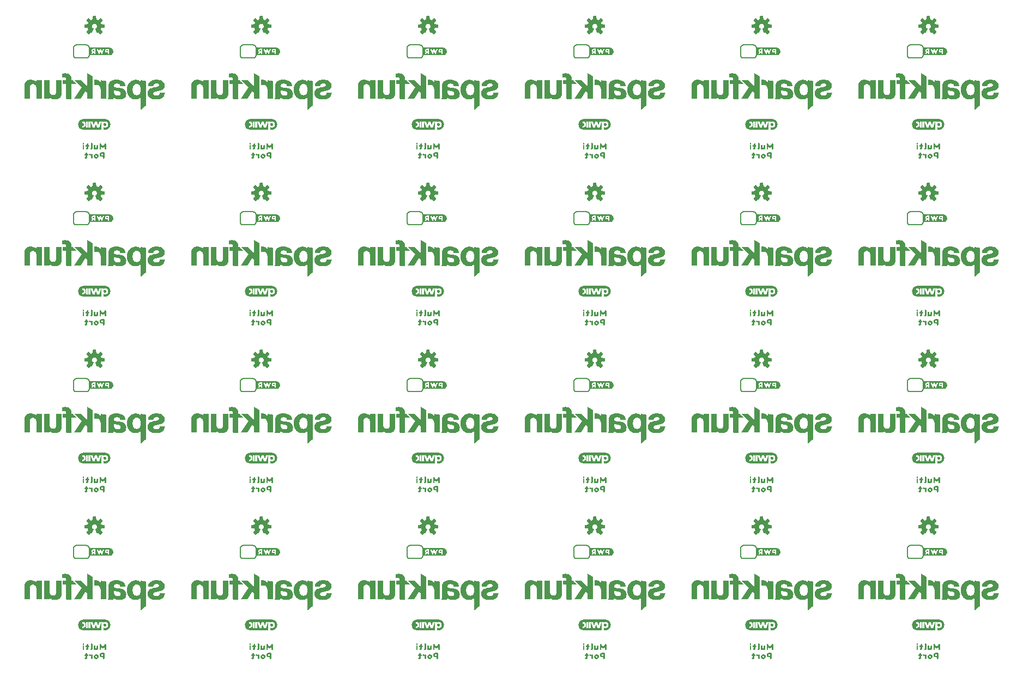
<source format=gbo>
G04 EAGLE Gerber RS-274X export*
G75*
%MOMM*%
%FSLAX34Y34*%
%LPD*%
%INSilkscreen Bottom*%
%IPPOS*%
%AMOC8*
5,1,8,0,0,1.08239X$1,22.5*%
G01*
%ADD10C,0.203200*%

G36*
X717319Y357771D02*
X717319Y357771D01*
X717381Y357773D01*
X717403Y357786D01*
X717429Y357790D01*
X717500Y357838D01*
X717533Y357856D01*
X717539Y357864D01*
X717549Y357871D01*
X718434Y358756D01*
X719418Y359543D01*
X719424Y359551D01*
X719434Y359557D01*
X720434Y360457D01*
X720440Y360465D01*
X720449Y360471D01*
X721334Y361356D01*
X722318Y362143D01*
X722324Y362151D01*
X722334Y362157D01*
X723326Y363050D01*
X724318Y363843D01*
X724329Y363858D01*
X724349Y363871D01*
X725249Y364771D01*
X725289Y364836D01*
X725333Y364898D01*
X725335Y364910D01*
X725340Y364918D01*
X725344Y364955D01*
X725360Y365040D01*
X725360Y401940D01*
X725358Y401949D01*
X725360Y401959D01*
X725338Y402033D01*
X725321Y402109D01*
X725315Y402116D01*
X725312Y402125D01*
X725260Y402183D01*
X725211Y402242D01*
X725202Y402246D01*
X725195Y402253D01*
X725063Y402311D01*
X723263Y402711D01*
X723244Y402711D01*
X723222Y402718D01*
X722338Y402816D01*
X721355Y403013D01*
X721340Y403012D01*
X721322Y403018D01*
X720442Y403116D01*
X718663Y403511D01*
X718643Y403511D01*
X718618Y403518D01*
X717618Y403618D01*
X717549Y403609D01*
X717479Y403607D01*
X717464Y403598D01*
X717446Y403596D01*
X717388Y403557D01*
X717327Y403524D01*
X717317Y403509D01*
X717302Y403500D01*
X717267Y403439D01*
X717227Y403382D01*
X717224Y403363D01*
X717216Y403349D01*
X717213Y403310D01*
X717200Y403240D01*
X717200Y400809D01*
X717088Y400964D01*
X717077Y400973D01*
X717073Y400981D01*
X717070Y400983D01*
X717064Y400993D01*
X716737Y401361D01*
X716399Y401741D01*
X716264Y401893D01*
X716235Y401913D01*
X716198Y401952D01*
X714198Y403352D01*
X714163Y403366D01*
X714110Y403397D01*
X713010Y403797D01*
X712993Y403799D01*
X712972Y403809D01*
X711772Y404109D01*
X711758Y404109D01*
X711743Y404115D01*
X710543Y404315D01*
X710527Y404314D01*
X710509Y404319D01*
X709209Y404419D01*
X709181Y404415D01*
X709143Y404418D01*
X706043Y404118D01*
X706011Y404107D01*
X705960Y404101D01*
X703260Y403201D01*
X703227Y403180D01*
X703166Y403154D01*
X700966Y401654D01*
X700943Y401630D01*
X700904Y401602D01*
X699104Y399702D01*
X699086Y399670D01*
X699049Y399627D01*
X697749Y397327D01*
X697743Y397306D01*
X697727Y397281D01*
X696727Y394781D01*
X696723Y394754D01*
X696708Y394720D01*
X696108Y391920D01*
X696109Y391896D01*
X696101Y391865D01*
X695901Y388865D01*
X695904Y388843D01*
X695901Y388813D01*
X696101Y386013D01*
X696108Y385990D01*
X696109Y385958D01*
X696709Y383258D01*
X696721Y383232D01*
X696729Y383194D01*
X697729Y380794D01*
X697742Y380775D01*
X697753Y380747D01*
X699053Y378547D01*
X699077Y378522D01*
X699104Y378479D01*
X700904Y376579D01*
X700933Y376560D01*
X700969Y376524D01*
X703069Y375124D01*
X703103Y375111D01*
X703151Y375082D01*
X705651Y374182D01*
X705687Y374178D01*
X705741Y374162D01*
X708641Y373862D01*
X708670Y373865D01*
X708709Y373861D01*
X710009Y373961D01*
X710022Y373965D01*
X710038Y373964D01*
X711338Y374164D01*
X711356Y374171D01*
X711380Y374173D01*
X712480Y374473D01*
X712499Y374483D01*
X712526Y374489D01*
X713726Y374989D01*
X713746Y375003D01*
X713776Y375014D01*
X714776Y375614D01*
X714784Y375622D01*
X714798Y375629D01*
X715798Y376329D01*
X715822Y376355D01*
X715864Y376387D01*
X716664Y377287D01*
X716668Y377295D01*
X716677Y377302D01*
X716900Y377581D01*
X716900Y358140D01*
X716906Y358115D01*
X716903Y358089D01*
X716925Y358032D01*
X716939Y357971D01*
X716956Y357951D01*
X716965Y357927D01*
X717010Y357885D01*
X717049Y357838D01*
X717073Y357827D01*
X717092Y357810D01*
X717151Y357792D01*
X717208Y357767D01*
X717233Y357768D01*
X717258Y357760D01*
X717319Y357771D01*
G37*
G36*
X976399Y98691D02*
X976399Y98691D01*
X976461Y98693D01*
X976483Y98706D01*
X976509Y98710D01*
X976580Y98758D01*
X976613Y98776D01*
X976619Y98784D01*
X976629Y98791D01*
X977514Y99676D01*
X978498Y100463D01*
X978504Y100471D01*
X978514Y100477D01*
X979514Y101377D01*
X979520Y101385D01*
X979529Y101391D01*
X980414Y102276D01*
X981398Y103063D01*
X981404Y103071D01*
X981414Y103077D01*
X982406Y103970D01*
X983398Y104763D01*
X983409Y104778D01*
X983429Y104791D01*
X984329Y105691D01*
X984369Y105756D01*
X984413Y105818D01*
X984415Y105830D01*
X984420Y105838D01*
X984424Y105875D01*
X984440Y105960D01*
X984440Y142860D01*
X984438Y142869D01*
X984440Y142879D01*
X984418Y142953D01*
X984401Y143029D01*
X984395Y143036D01*
X984392Y143045D01*
X984340Y143103D01*
X984291Y143162D01*
X984282Y143166D01*
X984275Y143173D01*
X984143Y143231D01*
X982343Y143631D01*
X982324Y143631D01*
X982302Y143638D01*
X981418Y143736D01*
X980435Y143933D01*
X980420Y143932D01*
X980402Y143938D01*
X979522Y144036D01*
X977743Y144431D01*
X977723Y144431D01*
X977698Y144438D01*
X976698Y144538D01*
X976629Y144529D01*
X976559Y144527D01*
X976544Y144518D01*
X976526Y144516D01*
X976468Y144477D01*
X976407Y144444D01*
X976397Y144429D01*
X976382Y144420D01*
X976347Y144359D01*
X976307Y144302D01*
X976304Y144283D01*
X976296Y144269D01*
X976293Y144230D01*
X976280Y144160D01*
X976280Y141729D01*
X976168Y141884D01*
X976157Y141893D01*
X976153Y141901D01*
X976150Y141903D01*
X976144Y141913D01*
X975817Y142281D01*
X975479Y142661D01*
X975344Y142813D01*
X975315Y142833D01*
X975278Y142872D01*
X973278Y144272D01*
X973243Y144286D01*
X973190Y144317D01*
X972090Y144717D01*
X972073Y144719D01*
X972052Y144729D01*
X970852Y145029D01*
X970838Y145029D01*
X970823Y145035D01*
X969623Y145235D01*
X969607Y145234D01*
X969589Y145239D01*
X968289Y145339D01*
X968261Y145335D01*
X968223Y145338D01*
X965123Y145038D01*
X965091Y145027D01*
X965040Y145021D01*
X962340Y144121D01*
X962307Y144100D01*
X962246Y144074D01*
X960046Y142574D01*
X960023Y142550D01*
X959984Y142522D01*
X958184Y140622D01*
X958166Y140590D01*
X958129Y140547D01*
X956829Y138247D01*
X956823Y138226D01*
X956807Y138201D01*
X955807Y135701D01*
X955803Y135674D01*
X955788Y135640D01*
X955188Y132840D01*
X955189Y132816D01*
X955181Y132785D01*
X954981Y129785D01*
X954984Y129763D01*
X954981Y129733D01*
X955181Y126933D01*
X955188Y126910D01*
X955189Y126878D01*
X955789Y124178D01*
X955801Y124152D01*
X955809Y124114D01*
X956809Y121714D01*
X956822Y121695D01*
X956833Y121667D01*
X958133Y119467D01*
X958157Y119442D01*
X958184Y119399D01*
X959984Y117499D01*
X960013Y117480D01*
X960049Y117444D01*
X962149Y116044D01*
X962183Y116031D01*
X962231Y116002D01*
X964731Y115102D01*
X964767Y115098D01*
X964821Y115082D01*
X967721Y114782D01*
X967750Y114785D01*
X967789Y114781D01*
X969089Y114881D01*
X969102Y114885D01*
X969118Y114884D01*
X970418Y115084D01*
X970436Y115091D01*
X970460Y115093D01*
X971560Y115393D01*
X971579Y115403D01*
X971606Y115409D01*
X972806Y115909D01*
X972826Y115923D01*
X972856Y115934D01*
X973856Y116534D01*
X973864Y116542D01*
X973878Y116549D01*
X974878Y117249D01*
X974902Y117275D01*
X974944Y117307D01*
X975744Y118207D01*
X975748Y118215D01*
X975757Y118222D01*
X975980Y118501D01*
X975980Y99060D01*
X975986Y99035D01*
X975983Y99009D01*
X976005Y98952D01*
X976019Y98891D01*
X976036Y98871D01*
X976045Y98847D01*
X976090Y98805D01*
X976129Y98758D01*
X976153Y98747D01*
X976172Y98730D01*
X976231Y98712D01*
X976288Y98687D01*
X976313Y98688D01*
X976338Y98680D01*
X976399Y98691D01*
G37*
G36*
X1494559Y98691D02*
X1494559Y98691D01*
X1494621Y98693D01*
X1494643Y98706D01*
X1494669Y98710D01*
X1494740Y98758D01*
X1494773Y98776D01*
X1494779Y98784D01*
X1494789Y98791D01*
X1495674Y99676D01*
X1496658Y100463D01*
X1496664Y100471D01*
X1496674Y100477D01*
X1497674Y101377D01*
X1497680Y101385D01*
X1497689Y101391D01*
X1498574Y102276D01*
X1499558Y103063D01*
X1499564Y103071D01*
X1499574Y103077D01*
X1500566Y103970D01*
X1501558Y104763D01*
X1501569Y104778D01*
X1501589Y104791D01*
X1502489Y105691D01*
X1502529Y105756D01*
X1502573Y105818D01*
X1502575Y105830D01*
X1502580Y105838D01*
X1502584Y105875D01*
X1502600Y105960D01*
X1502600Y142860D01*
X1502598Y142869D01*
X1502600Y142879D01*
X1502578Y142953D01*
X1502561Y143029D01*
X1502555Y143036D01*
X1502552Y143045D01*
X1502500Y143103D01*
X1502451Y143162D01*
X1502442Y143166D01*
X1502435Y143173D01*
X1502303Y143231D01*
X1500503Y143631D01*
X1500484Y143631D01*
X1500462Y143638D01*
X1499578Y143736D01*
X1498595Y143933D01*
X1498580Y143932D01*
X1498562Y143938D01*
X1497682Y144036D01*
X1495903Y144431D01*
X1495883Y144431D01*
X1495858Y144438D01*
X1494858Y144538D01*
X1494789Y144529D01*
X1494719Y144527D01*
X1494704Y144518D01*
X1494686Y144516D01*
X1494628Y144477D01*
X1494567Y144444D01*
X1494557Y144429D01*
X1494542Y144420D01*
X1494507Y144359D01*
X1494467Y144302D01*
X1494464Y144283D01*
X1494456Y144269D01*
X1494453Y144230D01*
X1494440Y144160D01*
X1494440Y141729D01*
X1494328Y141884D01*
X1494317Y141893D01*
X1494313Y141901D01*
X1494310Y141903D01*
X1494304Y141913D01*
X1493977Y142281D01*
X1493639Y142661D01*
X1493504Y142813D01*
X1493475Y142833D01*
X1493438Y142872D01*
X1491438Y144272D01*
X1491403Y144286D01*
X1491350Y144317D01*
X1490250Y144717D01*
X1490233Y144719D01*
X1490212Y144729D01*
X1489012Y145029D01*
X1488998Y145029D01*
X1488983Y145035D01*
X1487783Y145235D01*
X1487767Y145234D01*
X1487749Y145239D01*
X1486449Y145339D01*
X1486421Y145335D01*
X1486383Y145338D01*
X1483283Y145038D01*
X1483251Y145027D01*
X1483200Y145021D01*
X1480500Y144121D01*
X1480467Y144100D01*
X1480406Y144074D01*
X1478206Y142574D01*
X1478183Y142550D01*
X1478144Y142522D01*
X1476344Y140622D01*
X1476326Y140590D01*
X1476289Y140547D01*
X1474989Y138247D01*
X1474983Y138226D01*
X1474967Y138201D01*
X1473967Y135701D01*
X1473963Y135674D01*
X1473948Y135640D01*
X1473348Y132840D01*
X1473349Y132816D01*
X1473341Y132785D01*
X1473141Y129785D01*
X1473144Y129763D01*
X1473141Y129733D01*
X1473341Y126933D01*
X1473348Y126910D01*
X1473349Y126878D01*
X1473949Y124178D01*
X1473961Y124152D01*
X1473969Y124114D01*
X1474969Y121714D01*
X1474982Y121695D01*
X1474993Y121667D01*
X1476293Y119467D01*
X1476317Y119442D01*
X1476344Y119399D01*
X1478144Y117499D01*
X1478173Y117480D01*
X1478209Y117444D01*
X1480309Y116044D01*
X1480343Y116031D01*
X1480391Y116002D01*
X1482891Y115102D01*
X1482927Y115098D01*
X1482981Y115082D01*
X1485881Y114782D01*
X1485910Y114785D01*
X1485949Y114781D01*
X1487249Y114881D01*
X1487262Y114885D01*
X1487278Y114884D01*
X1488578Y115084D01*
X1488596Y115091D01*
X1488620Y115093D01*
X1489720Y115393D01*
X1489739Y115403D01*
X1489766Y115409D01*
X1490966Y115909D01*
X1490986Y115923D01*
X1491016Y115934D01*
X1492016Y116534D01*
X1492024Y116542D01*
X1492038Y116549D01*
X1493038Y117249D01*
X1493062Y117275D01*
X1493104Y117307D01*
X1493904Y118207D01*
X1493908Y118215D01*
X1493917Y118222D01*
X1494140Y118501D01*
X1494140Y99060D01*
X1494146Y99035D01*
X1494143Y99009D01*
X1494165Y98952D01*
X1494179Y98891D01*
X1494196Y98871D01*
X1494205Y98847D01*
X1494250Y98805D01*
X1494289Y98758D01*
X1494313Y98747D01*
X1494332Y98730D01*
X1494391Y98712D01*
X1494448Y98687D01*
X1494473Y98688D01*
X1494498Y98680D01*
X1494559Y98691D01*
G37*
G36*
X717319Y98691D02*
X717319Y98691D01*
X717381Y98693D01*
X717403Y98706D01*
X717429Y98710D01*
X717500Y98758D01*
X717533Y98776D01*
X717539Y98784D01*
X717549Y98791D01*
X718434Y99676D01*
X719418Y100463D01*
X719424Y100471D01*
X719434Y100477D01*
X720434Y101377D01*
X720440Y101385D01*
X720449Y101391D01*
X721334Y102276D01*
X722318Y103063D01*
X722324Y103071D01*
X722334Y103077D01*
X723326Y103970D01*
X724318Y104763D01*
X724329Y104778D01*
X724349Y104791D01*
X725249Y105691D01*
X725289Y105756D01*
X725333Y105818D01*
X725335Y105830D01*
X725340Y105838D01*
X725344Y105875D01*
X725360Y105960D01*
X725360Y142860D01*
X725358Y142869D01*
X725360Y142879D01*
X725338Y142953D01*
X725321Y143029D01*
X725315Y143036D01*
X725312Y143045D01*
X725260Y143103D01*
X725211Y143162D01*
X725202Y143166D01*
X725195Y143173D01*
X725063Y143231D01*
X723263Y143631D01*
X723244Y143631D01*
X723222Y143638D01*
X722338Y143736D01*
X721355Y143933D01*
X721340Y143932D01*
X721322Y143938D01*
X720442Y144036D01*
X718663Y144431D01*
X718643Y144431D01*
X718618Y144438D01*
X717618Y144538D01*
X717549Y144529D01*
X717479Y144527D01*
X717464Y144518D01*
X717446Y144516D01*
X717388Y144477D01*
X717327Y144444D01*
X717317Y144429D01*
X717302Y144420D01*
X717267Y144359D01*
X717227Y144302D01*
X717224Y144283D01*
X717216Y144269D01*
X717213Y144230D01*
X717200Y144160D01*
X717200Y141729D01*
X717088Y141884D01*
X717077Y141893D01*
X717073Y141901D01*
X717070Y141903D01*
X717064Y141913D01*
X716737Y142281D01*
X716399Y142661D01*
X716264Y142813D01*
X716235Y142833D01*
X716198Y142872D01*
X714198Y144272D01*
X714163Y144286D01*
X714110Y144317D01*
X713010Y144717D01*
X712993Y144719D01*
X712972Y144729D01*
X711772Y145029D01*
X711758Y145029D01*
X711743Y145035D01*
X710543Y145235D01*
X710527Y145234D01*
X710509Y145239D01*
X709209Y145339D01*
X709181Y145335D01*
X709143Y145338D01*
X706043Y145038D01*
X706011Y145027D01*
X705960Y145021D01*
X703260Y144121D01*
X703227Y144100D01*
X703166Y144074D01*
X700966Y142574D01*
X700943Y142550D01*
X700904Y142522D01*
X699104Y140622D01*
X699086Y140590D01*
X699049Y140547D01*
X697749Y138247D01*
X697743Y138226D01*
X697727Y138201D01*
X696727Y135701D01*
X696723Y135674D01*
X696708Y135640D01*
X696108Y132840D01*
X696109Y132816D01*
X696101Y132785D01*
X695901Y129785D01*
X695904Y129763D01*
X695901Y129733D01*
X696101Y126933D01*
X696108Y126910D01*
X696109Y126878D01*
X696709Y124178D01*
X696721Y124152D01*
X696729Y124114D01*
X697729Y121714D01*
X697742Y121695D01*
X697753Y121667D01*
X699053Y119467D01*
X699077Y119442D01*
X699104Y119399D01*
X700904Y117499D01*
X700933Y117480D01*
X700969Y117444D01*
X703069Y116044D01*
X703103Y116031D01*
X703151Y116002D01*
X705651Y115102D01*
X705687Y115098D01*
X705741Y115082D01*
X708641Y114782D01*
X708670Y114785D01*
X708709Y114781D01*
X710009Y114881D01*
X710022Y114885D01*
X710038Y114884D01*
X711338Y115084D01*
X711356Y115091D01*
X711380Y115093D01*
X712480Y115393D01*
X712499Y115403D01*
X712526Y115409D01*
X713726Y115909D01*
X713746Y115923D01*
X713776Y115934D01*
X714776Y116534D01*
X714784Y116542D01*
X714798Y116549D01*
X715798Y117249D01*
X715822Y117275D01*
X715864Y117307D01*
X716664Y118207D01*
X716668Y118215D01*
X716677Y118222D01*
X716900Y118501D01*
X716900Y99060D01*
X716906Y99035D01*
X716903Y99009D01*
X716925Y98952D01*
X716939Y98891D01*
X716956Y98871D01*
X716965Y98847D01*
X717010Y98805D01*
X717049Y98758D01*
X717073Y98747D01*
X717092Y98730D01*
X717151Y98712D01*
X717208Y98687D01*
X717233Y98688D01*
X717258Y98680D01*
X717319Y98691D01*
G37*
G36*
X1494559Y875931D02*
X1494559Y875931D01*
X1494621Y875933D01*
X1494643Y875946D01*
X1494669Y875950D01*
X1494740Y875998D01*
X1494773Y876016D01*
X1494779Y876024D01*
X1494789Y876031D01*
X1495674Y876916D01*
X1496658Y877703D01*
X1496664Y877711D01*
X1496674Y877717D01*
X1497674Y878617D01*
X1497680Y878625D01*
X1497689Y878631D01*
X1498574Y879516D01*
X1499558Y880303D01*
X1499564Y880311D01*
X1499574Y880317D01*
X1500566Y881210D01*
X1501558Y882003D01*
X1501569Y882018D01*
X1501589Y882031D01*
X1502489Y882931D01*
X1502529Y882996D01*
X1502573Y883058D01*
X1502575Y883070D01*
X1502580Y883078D01*
X1502584Y883115D01*
X1502600Y883200D01*
X1502600Y920100D01*
X1502598Y920109D01*
X1502600Y920119D01*
X1502578Y920193D01*
X1502561Y920269D01*
X1502555Y920276D01*
X1502552Y920285D01*
X1502500Y920343D01*
X1502451Y920402D01*
X1502442Y920406D01*
X1502435Y920413D01*
X1502303Y920471D01*
X1500503Y920871D01*
X1500484Y920871D01*
X1500462Y920878D01*
X1499578Y920976D01*
X1498595Y921173D01*
X1498580Y921172D01*
X1498562Y921178D01*
X1497682Y921276D01*
X1495903Y921671D01*
X1495883Y921671D01*
X1495858Y921678D01*
X1494858Y921778D01*
X1494789Y921769D01*
X1494719Y921767D01*
X1494704Y921758D01*
X1494686Y921756D01*
X1494628Y921717D01*
X1494567Y921684D01*
X1494557Y921669D01*
X1494542Y921660D01*
X1494507Y921599D01*
X1494467Y921542D01*
X1494464Y921523D01*
X1494456Y921509D01*
X1494453Y921470D01*
X1494440Y921400D01*
X1494440Y918969D01*
X1494328Y919124D01*
X1494317Y919133D01*
X1494313Y919141D01*
X1494310Y919143D01*
X1494304Y919153D01*
X1493977Y919521D01*
X1493639Y919901D01*
X1493504Y920053D01*
X1493475Y920073D01*
X1493438Y920112D01*
X1491438Y921512D01*
X1491403Y921526D01*
X1491350Y921557D01*
X1490250Y921957D01*
X1490233Y921959D01*
X1490212Y921969D01*
X1489012Y922269D01*
X1488998Y922269D01*
X1488983Y922275D01*
X1487783Y922475D01*
X1487767Y922474D01*
X1487749Y922479D01*
X1486449Y922579D01*
X1486421Y922575D01*
X1486383Y922578D01*
X1483283Y922278D01*
X1483251Y922267D01*
X1483200Y922261D01*
X1480500Y921361D01*
X1480467Y921340D01*
X1480406Y921314D01*
X1478206Y919814D01*
X1478183Y919790D01*
X1478144Y919762D01*
X1476344Y917862D01*
X1476326Y917830D01*
X1476289Y917787D01*
X1474989Y915487D01*
X1474983Y915466D01*
X1474967Y915441D01*
X1473967Y912941D01*
X1473963Y912914D01*
X1473948Y912880D01*
X1473348Y910080D01*
X1473349Y910056D01*
X1473341Y910025D01*
X1473141Y907025D01*
X1473144Y907003D01*
X1473141Y906973D01*
X1473341Y904173D01*
X1473348Y904150D01*
X1473349Y904118D01*
X1473949Y901418D01*
X1473961Y901392D01*
X1473969Y901354D01*
X1474969Y898954D01*
X1474982Y898935D01*
X1474993Y898907D01*
X1476293Y896707D01*
X1476317Y896682D01*
X1476344Y896639D01*
X1478144Y894739D01*
X1478173Y894720D01*
X1478209Y894684D01*
X1480309Y893284D01*
X1480343Y893271D01*
X1480391Y893242D01*
X1482891Y892342D01*
X1482927Y892338D01*
X1482981Y892322D01*
X1485881Y892022D01*
X1485910Y892025D01*
X1485949Y892021D01*
X1487249Y892121D01*
X1487262Y892125D01*
X1487278Y892124D01*
X1488578Y892324D01*
X1488596Y892331D01*
X1488620Y892333D01*
X1489720Y892633D01*
X1489739Y892643D01*
X1489766Y892649D01*
X1490966Y893149D01*
X1490986Y893163D01*
X1491016Y893174D01*
X1492016Y893774D01*
X1492024Y893782D01*
X1492038Y893789D01*
X1493038Y894489D01*
X1493062Y894515D01*
X1493104Y894547D01*
X1493904Y895447D01*
X1493908Y895455D01*
X1493917Y895462D01*
X1494140Y895741D01*
X1494140Y876300D01*
X1494146Y876275D01*
X1494143Y876249D01*
X1494165Y876192D01*
X1494179Y876131D01*
X1494196Y876111D01*
X1494205Y876087D01*
X1494250Y876045D01*
X1494289Y875998D01*
X1494313Y875987D01*
X1494332Y875970D01*
X1494391Y875952D01*
X1494448Y875927D01*
X1494473Y875928D01*
X1494498Y875920D01*
X1494559Y875931D01*
G37*
G36*
X717319Y875931D02*
X717319Y875931D01*
X717381Y875933D01*
X717403Y875946D01*
X717429Y875950D01*
X717500Y875998D01*
X717533Y876016D01*
X717539Y876024D01*
X717549Y876031D01*
X718434Y876916D01*
X719418Y877703D01*
X719424Y877711D01*
X719434Y877717D01*
X720434Y878617D01*
X720440Y878625D01*
X720449Y878631D01*
X721334Y879516D01*
X722318Y880303D01*
X722324Y880311D01*
X722334Y880317D01*
X723326Y881210D01*
X724318Y882003D01*
X724329Y882018D01*
X724349Y882031D01*
X725249Y882931D01*
X725289Y882996D01*
X725333Y883058D01*
X725335Y883070D01*
X725340Y883078D01*
X725344Y883115D01*
X725360Y883200D01*
X725360Y920100D01*
X725358Y920109D01*
X725360Y920119D01*
X725338Y920193D01*
X725321Y920269D01*
X725315Y920276D01*
X725312Y920285D01*
X725260Y920343D01*
X725211Y920402D01*
X725202Y920406D01*
X725195Y920413D01*
X725063Y920471D01*
X723263Y920871D01*
X723244Y920871D01*
X723222Y920878D01*
X722338Y920976D01*
X721355Y921173D01*
X721340Y921172D01*
X721322Y921178D01*
X720442Y921276D01*
X718663Y921671D01*
X718643Y921671D01*
X718618Y921678D01*
X717618Y921778D01*
X717549Y921769D01*
X717479Y921767D01*
X717464Y921758D01*
X717446Y921756D01*
X717388Y921717D01*
X717327Y921684D01*
X717317Y921669D01*
X717302Y921660D01*
X717267Y921599D01*
X717227Y921542D01*
X717224Y921523D01*
X717216Y921509D01*
X717213Y921470D01*
X717200Y921400D01*
X717200Y918969D01*
X717088Y919124D01*
X717077Y919133D01*
X717073Y919141D01*
X717070Y919143D01*
X717064Y919153D01*
X716737Y919521D01*
X716399Y919901D01*
X716264Y920053D01*
X716235Y920073D01*
X716198Y920112D01*
X714198Y921512D01*
X714163Y921526D01*
X714110Y921557D01*
X713010Y921957D01*
X712993Y921959D01*
X712972Y921969D01*
X711772Y922269D01*
X711758Y922269D01*
X711743Y922275D01*
X710543Y922475D01*
X710527Y922474D01*
X710509Y922479D01*
X709209Y922579D01*
X709181Y922575D01*
X709143Y922578D01*
X706043Y922278D01*
X706011Y922267D01*
X705960Y922261D01*
X703260Y921361D01*
X703227Y921340D01*
X703166Y921314D01*
X700966Y919814D01*
X700943Y919790D01*
X700904Y919762D01*
X699104Y917862D01*
X699086Y917830D01*
X699049Y917787D01*
X697749Y915487D01*
X697743Y915466D01*
X697727Y915441D01*
X696727Y912941D01*
X696723Y912914D01*
X696708Y912880D01*
X696108Y910080D01*
X696109Y910056D01*
X696101Y910025D01*
X695901Y907025D01*
X695904Y907003D01*
X695901Y906973D01*
X696101Y904173D01*
X696108Y904150D01*
X696109Y904118D01*
X696709Y901418D01*
X696721Y901392D01*
X696729Y901354D01*
X697729Y898954D01*
X697742Y898935D01*
X697753Y898907D01*
X699053Y896707D01*
X699077Y896682D01*
X699104Y896639D01*
X700904Y894739D01*
X700933Y894720D01*
X700969Y894684D01*
X703069Y893284D01*
X703103Y893271D01*
X703151Y893242D01*
X705651Y892342D01*
X705687Y892338D01*
X705741Y892322D01*
X708641Y892022D01*
X708670Y892025D01*
X708709Y892021D01*
X710009Y892121D01*
X710022Y892125D01*
X710038Y892124D01*
X711338Y892324D01*
X711356Y892331D01*
X711380Y892333D01*
X712480Y892633D01*
X712499Y892643D01*
X712526Y892649D01*
X713726Y893149D01*
X713746Y893163D01*
X713776Y893174D01*
X714776Y893774D01*
X714784Y893782D01*
X714798Y893789D01*
X715798Y894489D01*
X715822Y894515D01*
X715864Y894547D01*
X716664Y895447D01*
X716668Y895455D01*
X716677Y895462D01*
X716900Y895741D01*
X716900Y876300D01*
X716906Y876275D01*
X716903Y876249D01*
X716925Y876192D01*
X716939Y876131D01*
X716956Y876111D01*
X716965Y876087D01*
X717010Y876045D01*
X717049Y875998D01*
X717073Y875987D01*
X717092Y875970D01*
X717151Y875952D01*
X717208Y875927D01*
X717233Y875928D01*
X717258Y875920D01*
X717319Y875931D01*
G37*
G36*
X1494559Y616851D02*
X1494559Y616851D01*
X1494621Y616853D01*
X1494643Y616866D01*
X1494669Y616870D01*
X1494740Y616918D01*
X1494773Y616936D01*
X1494779Y616944D01*
X1494789Y616951D01*
X1495674Y617836D01*
X1496658Y618623D01*
X1496664Y618631D01*
X1496674Y618637D01*
X1497674Y619537D01*
X1497680Y619545D01*
X1497689Y619551D01*
X1498574Y620436D01*
X1499558Y621223D01*
X1499564Y621231D01*
X1499574Y621237D01*
X1500566Y622130D01*
X1501558Y622923D01*
X1501569Y622938D01*
X1501589Y622951D01*
X1502489Y623851D01*
X1502529Y623916D01*
X1502573Y623978D01*
X1502575Y623990D01*
X1502580Y623998D01*
X1502584Y624035D01*
X1502600Y624120D01*
X1502600Y661020D01*
X1502598Y661029D01*
X1502600Y661039D01*
X1502578Y661113D01*
X1502561Y661189D01*
X1502555Y661196D01*
X1502552Y661205D01*
X1502500Y661263D01*
X1502451Y661322D01*
X1502442Y661326D01*
X1502435Y661333D01*
X1502303Y661391D01*
X1500503Y661791D01*
X1500484Y661791D01*
X1500462Y661798D01*
X1499578Y661896D01*
X1498595Y662093D01*
X1498580Y662092D01*
X1498562Y662098D01*
X1497682Y662196D01*
X1495903Y662591D01*
X1495883Y662591D01*
X1495858Y662598D01*
X1494858Y662698D01*
X1494789Y662689D01*
X1494719Y662687D01*
X1494704Y662678D01*
X1494686Y662676D01*
X1494628Y662637D01*
X1494567Y662604D01*
X1494557Y662589D01*
X1494542Y662580D01*
X1494507Y662519D01*
X1494467Y662462D01*
X1494464Y662443D01*
X1494456Y662429D01*
X1494453Y662390D01*
X1494440Y662320D01*
X1494440Y659889D01*
X1494328Y660044D01*
X1494317Y660053D01*
X1494313Y660061D01*
X1494310Y660063D01*
X1494304Y660073D01*
X1493977Y660441D01*
X1493639Y660821D01*
X1493504Y660973D01*
X1493475Y660993D01*
X1493438Y661032D01*
X1491438Y662432D01*
X1491403Y662446D01*
X1491350Y662477D01*
X1490250Y662877D01*
X1490233Y662879D01*
X1490212Y662889D01*
X1489012Y663189D01*
X1488998Y663189D01*
X1488983Y663195D01*
X1487783Y663395D01*
X1487767Y663394D01*
X1487749Y663399D01*
X1486449Y663499D01*
X1486421Y663495D01*
X1486383Y663498D01*
X1483283Y663198D01*
X1483251Y663187D01*
X1483200Y663181D01*
X1480500Y662281D01*
X1480467Y662260D01*
X1480406Y662234D01*
X1478206Y660734D01*
X1478183Y660710D01*
X1478144Y660682D01*
X1476344Y658782D01*
X1476326Y658750D01*
X1476289Y658707D01*
X1474989Y656407D01*
X1474983Y656386D01*
X1474967Y656361D01*
X1473967Y653861D01*
X1473963Y653834D01*
X1473948Y653800D01*
X1473348Y651000D01*
X1473349Y650976D01*
X1473341Y650945D01*
X1473141Y647945D01*
X1473144Y647923D01*
X1473141Y647893D01*
X1473341Y645093D01*
X1473348Y645070D01*
X1473349Y645038D01*
X1473949Y642338D01*
X1473961Y642312D01*
X1473969Y642274D01*
X1474969Y639874D01*
X1474982Y639855D01*
X1474993Y639827D01*
X1476293Y637627D01*
X1476317Y637602D01*
X1476344Y637559D01*
X1478144Y635659D01*
X1478173Y635640D01*
X1478209Y635604D01*
X1480309Y634204D01*
X1480343Y634191D01*
X1480391Y634162D01*
X1482891Y633262D01*
X1482927Y633258D01*
X1482981Y633242D01*
X1485881Y632942D01*
X1485910Y632945D01*
X1485949Y632941D01*
X1487249Y633041D01*
X1487262Y633045D01*
X1487278Y633044D01*
X1488578Y633244D01*
X1488596Y633251D01*
X1488620Y633253D01*
X1489720Y633553D01*
X1489739Y633563D01*
X1489766Y633569D01*
X1490966Y634069D01*
X1490986Y634083D01*
X1491016Y634094D01*
X1492016Y634694D01*
X1492024Y634702D01*
X1492038Y634709D01*
X1493038Y635409D01*
X1493062Y635435D01*
X1493104Y635467D01*
X1493904Y636367D01*
X1493908Y636375D01*
X1493917Y636382D01*
X1494140Y636661D01*
X1494140Y617220D01*
X1494146Y617195D01*
X1494143Y617169D01*
X1494165Y617112D01*
X1494179Y617051D01*
X1494196Y617031D01*
X1494205Y617007D01*
X1494250Y616965D01*
X1494289Y616918D01*
X1494313Y616907D01*
X1494332Y616890D01*
X1494391Y616872D01*
X1494448Y616847D01*
X1494473Y616848D01*
X1494498Y616840D01*
X1494559Y616851D01*
G37*
G36*
X458239Y616851D02*
X458239Y616851D01*
X458301Y616853D01*
X458323Y616866D01*
X458349Y616870D01*
X458420Y616918D01*
X458453Y616936D01*
X458459Y616944D01*
X458469Y616951D01*
X459354Y617836D01*
X460338Y618623D01*
X460344Y618631D01*
X460354Y618637D01*
X461354Y619537D01*
X461360Y619545D01*
X461369Y619551D01*
X462254Y620436D01*
X463238Y621223D01*
X463244Y621231D01*
X463254Y621237D01*
X464246Y622130D01*
X465238Y622923D01*
X465249Y622938D01*
X465269Y622951D01*
X466169Y623851D01*
X466209Y623916D01*
X466253Y623978D01*
X466255Y623990D01*
X466260Y623998D01*
X466264Y624035D01*
X466280Y624120D01*
X466280Y661020D01*
X466278Y661029D01*
X466280Y661039D01*
X466258Y661113D01*
X466241Y661189D01*
X466235Y661196D01*
X466232Y661205D01*
X466180Y661263D01*
X466131Y661322D01*
X466122Y661326D01*
X466115Y661333D01*
X465983Y661391D01*
X464183Y661791D01*
X464164Y661791D01*
X464142Y661798D01*
X463258Y661896D01*
X462275Y662093D01*
X462260Y662092D01*
X462242Y662098D01*
X461362Y662196D01*
X459583Y662591D01*
X459563Y662591D01*
X459538Y662598D01*
X458538Y662698D01*
X458469Y662689D01*
X458399Y662687D01*
X458384Y662678D01*
X458366Y662676D01*
X458308Y662637D01*
X458247Y662604D01*
X458237Y662589D01*
X458222Y662580D01*
X458187Y662519D01*
X458147Y662462D01*
X458144Y662443D01*
X458136Y662429D01*
X458133Y662390D01*
X458120Y662320D01*
X458120Y659889D01*
X458008Y660044D01*
X457997Y660053D01*
X457993Y660061D01*
X457990Y660063D01*
X457984Y660073D01*
X457657Y660441D01*
X457319Y660821D01*
X457184Y660973D01*
X457155Y660993D01*
X457118Y661032D01*
X455118Y662432D01*
X455083Y662446D01*
X455030Y662477D01*
X453930Y662877D01*
X453913Y662879D01*
X453892Y662889D01*
X452692Y663189D01*
X452678Y663189D01*
X452663Y663195D01*
X451463Y663395D01*
X451447Y663394D01*
X451429Y663399D01*
X450129Y663499D01*
X450101Y663495D01*
X450063Y663498D01*
X446963Y663198D01*
X446931Y663187D01*
X446880Y663181D01*
X444180Y662281D01*
X444147Y662260D01*
X444086Y662234D01*
X441886Y660734D01*
X441863Y660710D01*
X441824Y660682D01*
X440024Y658782D01*
X440006Y658750D01*
X439969Y658707D01*
X438669Y656407D01*
X438663Y656386D01*
X438647Y656361D01*
X437647Y653861D01*
X437643Y653834D01*
X437628Y653800D01*
X437028Y651000D01*
X437029Y650976D01*
X437021Y650945D01*
X436821Y647945D01*
X436824Y647923D01*
X436821Y647893D01*
X437021Y645093D01*
X437028Y645070D01*
X437029Y645038D01*
X437629Y642338D01*
X437641Y642312D01*
X437649Y642274D01*
X438649Y639874D01*
X438662Y639855D01*
X438673Y639827D01*
X439973Y637627D01*
X439997Y637602D01*
X440024Y637559D01*
X441824Y635659D01*
X441853Y635640D01*
X441889Y635604D01*
X443989Y634204D01*
X444023Y634191D01*
X444071Y634162D01*
X446571Y633262D01*
X446607Y633258D01*
X446661Y633242D01*
X449561Y632942D01*
X449590Y632945D01*
X449629Y632941D01*
X450929Y633041D01*
X450942Y633045D01*
X450958Y633044D01*
X452258Y633244D01*
X452276Y633251D01*
X452300Y633253D01*
X453400Y633553D01*
X453419Y633563D01*
X453446Y633569D01*
X454646Y634069D01*
X454666Y634083D01*
X454696Y634094D01*
X455696Y634694D01*
X455704Y634702D01*
X455718Y634709D01*
X456718Y635409D01*
X456742Y635435D01*
X456784Y635467D01*
X457584Y636367D01*
X457588Y636375D01*
X457597Y636382D01*
X457820Y636661D01*
X457820Y617220D01*
X457826Y617195D01*
X457823Y617169D01*
X457845Y617112D01*
X457859Y617051D01*
X457876Y617031D01*
X457885Y617007D01*
X457930Y616965D01*
X457969Y616918D01*
X457993Y616907D01*
X458012Y616890D01*
X458071Y616872D01*
X458128Y616847D01*
X458153Y616848D01*
X458178Y616840D01*
X458239Y616851D01*
G37*
G36*
X717319Y616851D02*
X717319Y616851D01*
X717381Y616853D01*
X717403Y616866D01*
X717429Y616870D01*
X717500Y616918D01*
X717533Y616936D01*
X717539Y616944D01*
X717549Y616951D01*
X718434Y617836D01*
X719418Y618623D01*
X719424Y618631D01*
X719434Y618637D01*
X720434Y619537D01*
X720440Y619545D01*
X720449Y619551D01*
X721334Y620436D01*
X722318Y621223D01*
X722324Y621231D01*
X722334Y621237D01*
X723326Y622130D01*
X724318Y622923D01*
X724329Y622938D01*
X724349Y622951D01*
X725249Y623851D01*
X725289Y623916D01*
X725333Y623978D01*
X725335Y623990D01*
X725340Y623998D01*
X725344Y624035D01*
X725360Y624120D01*
X725360Y661020D01*
X725358Y661029D01*
X725360Y661039D01*
X725338Y661113D01*
X725321Y661189D01*
X725315Y661196D01*
X725312Y661205D01*
X725260Y661263D01*
X725211Y661322D01*
X725202Y661326D01*
X725195Y661333D01*
X725063Y661391D01*
X723263Y661791D01*
X723244Y661791D01*
X723222Y661798D01*
X722338Y661896D01*
X721355Y662093D01*
X721340Y662092D01*
X721322Y662098D01*
X720442Y662196D01*
X718663Y662591D01*
X718643Y662591D01*
X718618Y662598D01*
X717618Y662698D01*
X717549Y662689D01*
X717479Y662687D01*
X717464Y662678D01*
X717446Y662676D01*
X717388Y662637D01*
X717327Y662604D01*
X717317Y662589D01*
X717302Y662580D01*
X717267Y662519D01*
X717227Y662462D01*
X717224Y662443D01*
X717216Y662429D01*
X717213Y662390D01*
X717200Y662320D01*
X717200Y659889D01*
X717088Y660044D01*
X717077Y660053D01*
X717073Y660061D01*
X717070Y660063D01*
X717064Y660073D01*
X716737Y660441D01*
X716399Y660821D01*
X716264Y660973D01*
X716235Y660993D01*
X716198Y661032D01*
X714198Y662432D01*
X714163Y662446D01*
X714110Y662477D01*
X713010Y662877D01*
X712993Y662879D01*
X712972Y662889D01*
X711772Y663189D01*
X711758Y663189D01*
X711743Y663195D01*
X710543Y663395D01*
X710527Y663394D01*
X710509Y663399D01*
X709209Y663499D01*
X709181Y663495D01*
X709143Y663498D01*
X706043Y663198D01*
X706011Y663187D01*
X705960Y663181D01*
X703260Y662281D01*
X703227Y662260D01*
X703166Y662234D01*
X700966Y660734D01*
X700943Y660710D01*
X700904Y660682D01*
X699104Y658782D01*
X699086Y658750D01*
X699049Y658707D01*
X697749Y656407D01*
X697743Y656386D01*
X697727Y656361D01*
X696727Y653861D01*
X696723Y653834D01*
X696708Y653800D01*
X696108Y651000D01*
X696109Y650976D01*
X696101Y650945D01*
X695901Y647945D01*
X695904Y647923D01*
X695901Y647893D01*
X696101Y645093D01*
X696108Y645070D01*
X696109Y645038D01*
X696709Y642338D01*
X696721Y642312D01*
X696729Y642274D01*
X697729Y639874D01*
X697742Y639855D01*
X697753Y639827D01*
X699053Y637627D01*
X699077Y637602D01*
X699104Y637559D01*
X700904Y635659D01*
X700933Y635640D01*
X700969Y635604D01*
X703069Y634204D01*
X703103Y634191D01*
X703151Y634162D01*
X705651Y633262D01*
X705687Y633258D01*
X705741Y633242D01*
X708641Y632942D01*
X708670Y632945D01*
X708709Y632941D01*
X710009Y633041D01*
X710022Y633045D01*
X710038Y633044D01*
X711338Y633244D01*
X711356Y633251D01*
X711380Y633253D01*
X712480Y633553D01*
X712499Y633563D01*
X712526Y633569D01*
X713726Y634069D01*
X713746Y634083D01*
X713776Y634094D01*
X714776Y634694D01*
X714784Y634702D01*
X714798Y634709D01*
X715798Y635409D01*
X715822Y635435D01*
X715864Y635467D01*
X716664Y636367D01*
X716668Y636375D01*
X716677Y636382D01*
X716900Y636661D01*
X716900Y617220D01*
X716906Y617195D01*
X716903Y617169D01*
X716925Y617112D01*
X716939Y617051D01*
X716956Y617031D01*
X716965Y617007D01*
X717010Y616965D01*
X717049Y616918D01*
X717073Y616907D01*
X717092Y616890D01*
X717151Y616872D01*
X717208Y616847D01*
X717233Y616848D01*
X717258Y616840D01*
X717319Y616851D01*
G37*
G36*
X976399Y616851D02*
X976399Y616851D01*
X976461Y616853D01*
X976483Y616866D01*
X976509Y616870D01*
X976580Y616918D01*
X976613Y616936D01*
X976619Y616944D01*
X976629Y616951D01*
X977514Y617836D01*
X978498Y618623D01*
X978504Y618631D01*
X978514Y618637D01*
X979514Y619537D01*
X979520Y619545D01*
X979529Y619551D01*
X980414Y620436D01*
X981398Y621223D01*
X981404Y621231D01*
X981414Y621237D01*
X982406Y622130D01*
X983398Y622923D01*
X983409Y622938D01*
X983429Y622951D01*
X984329Y623851D01*
X984369Y623916D01*
X984413Y623978D01*
X984415Y623990D01*
X984420Y623998D01*
X984424Y624035D01*
X984440Y624120D01*
X984440Y661020D01*
X984438Y661029D01*
X984440Y661039D01*
X984418Y661113D01*
X984401Y661189D01*
X984395Y661196D01*
X984392Y661205D01*
X984340Y661263D01*
X984291Y661322D01*
X984282Y661326D01*
X984275Y661333D01*
X984143Y661391D01*
X982343Y661791D01*
X982324Y661791D01*
X982302Y661798D01*
X981418Y661896D01*
X980435Y662093D01*
X980420Y662092D01*
X980402Y662098D01*
X979522Y662196D01*
X977743Y662591D01*
X977723Y662591D01*
X977698Y662598D01*
X976698Y662698D01*
X976629Y662689D01*
X976559Y662687D01*
X976544Y662678D01*
X976526Y662676D01*
X976468Y662637D01*
X976407Y662604D01*
X976397Y662589D01*
X976382Y662580D01*
X976347Y662519D01*
X976307Y662462D01*
X976304Y662443D01*
X976296Y662429D01*
X976293Y662390D01*
X976280Y662320D01*
X976280Y659889D01*
X976168Y660044D01*
X976157Y660053D01*
X976153Y660061D01*
X976150Y660063D01*
X976144Y660073D01*
X975817Y660441D01*
X975479Y660821D01*
X975344Y660973D01*
X975315Y660993D01*
X975278Y661032D01*
X973278Y662432D01*
X973243Y662446D01*
X973190Y662477D01*
X972090Y662877D01*
X972073Y662879D01*
X972052Y662889D01*
X970852Y663189D01*
X970838Y663189D01*
X970823Y663195D01*
X969623Y663395D01*
X969607Y663394D01*
X969589Y663399D01*
X968289Y663499D01*
X968261Y663495D01*
X968223Y663498D01*
X965123Y663198D01*
X965091Y663187D01*
X965040Y663181D01*
X962340Y662281D01*
X962307Y662260D01*
X962246Y662234D01*
X960046Y660734D01*
X960023Y660710D01*
X959984Y660682D01*
X958184Y658782D01*
X958166Y658750D01*
X958129Y658707D01*
X956829Y656407D01*
X956823Y656386D01*
X956807Y656361D01*
X955807Y653861D01*
X955803Y653834D01*
X955788Y653800D01*
X955188Y651000D01*
X955189Y650976D01*
X955181Y650945D01*
X954981Y647945D01*
X954984Y647923D01*
X954981Y647893D01*
X955181Y645093D01*
X955188Y645070D01*
X955189Y645038D01*
X955789Y642338D01*
X955801Y642312D01*
X955809Y642274D01*
X956809Y639874D01*
X956822Y639855D01*
X956833Y639827D01*
X958133Y637627D01*
X958157Y637602D01*
X958184Y637559D01*
X959984Y635659D01*
X960013Y635640D01*
X960049Y635604D01*
X962149Y634204D01*
X962183Y634191D01*
X962231Y634162D01*
X964731Y633262D01*
X964767Y633258D01*
X964821Y633242D01*
X967721Y632942D01*
X967750Y632945D01*
X967789Y632941D01*
X969089Y633041D01*
X969102Y633045D01*
X969118Y633044D01*
X970418Y633244D01*
X970436Y633251D01*
X970460Y633253D01*
X971560Y633553D01*
X971579Y633563D01*
X971606Y633569D01*
X972806Y634069D01*
X972826Y634083D01*
X972856Y634094D01*
X973856Y634694D01*
X973864Y634702D01*
X973878Y634709D01*
X974878Y635409D01*
X974902Y635435D01*
X974944Y635467D01*
X975744Y636367D01*
X975748Y636375D01*
X975757Y636382D01*
X975980Y636661D01*
X975980Y617220D01*
X975986Y617195D01*
X975983Y617169D01*
X976005Y617112D01*
X976019Y617051D01*
X976036Y617031D01*
X976045Y617007D01*
X976090Y616965D01*
X976129Y616918D01*
X976153Y616907D01*
X976172Y616890D01*
X976231Y616872D01*
X976288Y616847D01*
X976313Y616848D01*
X976338Y616840D01*
X976399Y616851D01*
G37*
G36*
X1235479Y875931D02*
X1235479Y875931D01*
X1235541Y875933D01*
X1235563Y875946D01*
X1235589Y875950D01*
X1235660Y875998D01*
X1235693Y876016D01*
X1235699Y876024D01*
X1235709Y876031D01*
X1236594Y876916D01*
X1237578Y877703D01*
X1237584Y877711D01*
X1237594Y877717D01*
X1238594Y878617D01*
X1238600Y878625D01*
X1238609Y878631D01*
X1239494Y879516D01*
X1240478Y880303D01*
X1240484Y880311D01*
X1240494Y880317D01*
X1241486Y881210D01*
X1242478Y882003D01*
X1242489Y882018D01*
X1242509Y882031D01*
X1243409Y882931D01*
X1243449Y882996D01*
X1243493Y883058D01*
X1243495Y883070D01*
X1243500Y883078D01*
X1243504Y883115D01*
X1243520Y883200D01*
X1243520Y920100D01*
X1243518Y920109D01*
X1243520Y920119D01*
X1243498Y920193D01*
X1243481Y920269D01*
X1243475Y920276D01*
X1243472Y920285D01*
X1243420Y920343D01*
X1243371Y920402D01*
X1243362Y920406D01*
X1243355Y920413D01*
X1243223Y920471D01*
X1241423Y920871D01*
X1241404Y920871D01*
X1241382Y920878D01*
X1240498Y920976D01*
X1239515Y921173D01*
X1239500Y921172D01*
X1239482Y921178D01*
X1238602Y921276D01*
X1236823Y921671D01*
X1236803Y921671D01*
X1236778Y921678D01*
X1235778Y921778D01*
X1235709Y921769D01*
X1235639Y921767D01*
X1235624Y921758D01*
X1235606Y921756D01*
X1235548Y921717D01*
X1235487Y921684D01*
X1235477Y921669D01*
X1235462Y921660D01*
X1235427Y921599D01*
X1235387Y921542D01*
X1235384Y921523D01*
X1235376Y921509D01*
X1235373Y921470D01*
X1235360Y921400D01*
X1235360Y918969D01*
X1235248Y919124D01*
X1235237Y919133D01*
X1235233Y919141D01*
X1235230Y919143D01*
X1235224Y919153D01*
X1234897Y919521D01*
X1234559Y919901D01*
X1234424Y920053D01*
X1234395Y920073D01*
X1234358Y920112D01*
X1232358Y921512D01*
X1232323Y921526D01*
X1232270Y921557D01*
X1231170Y921957D01*
X1231153Y921959D01*
X1231132Y921969D01*
X1229932Y922269D01*
X1229918Y922269D01*
X1229903Y922275D01*
X1228703Y922475D01*
X1228687Y922474D01*
X1228669Y922479D01*
X1227369Y922579D01*
X1227341Y922575D01*
X1227303Y922578D01*
X1224203Y922278D01*
X1224171Y922267D01*
X1224120Y922261D01*
X1221420Y921361D01*
X1221387Y921340D01*
X1221326Y921314D01*
X1219126Y919814D01*
X1219103Y919790D01*
X1219064Y919762D01*
X1217264Y917862D01*
X1217246Y917830D01*
X1217209Y917787D01*
X1215909Y915487D01*
X1215903Y915466D01*
X1215887Y915441D01*
X1214887Y912941D01*
X1214883Y912914D01*
X1214868Y912880D01*
X1214268Y910080D01*
X1214269Y910056D01*
X1214261Y910025D01*
X1214061Y907025D01*
X1214064Y907003D01*
X1214061Y906973D01*
X1214261Y904173D01*
X1214268Y904150D01*
X1214269Y904118D01*
X1214869Y901418D01*
X1214881Y901392D01*
X1214889Y901354D01*
X1215889Y898954D01*
X1215902Y898935D01*
X1215913Y898907D01*
X1217213Y896707D01*
X1217237Y896682D01*
X1217264Y896639D01*
X1219064Y894739D01*
X1219093Y894720D01*
X1219129Y894684D01*
X1221229Y893284D01*
X1221263Y893271D01*
X1221311Y893242D01*
X1223811Y892342D01*
X1223847Y892338D01*
X1223901Y892322D01*
X1226801Y892022D01*
X1226830Y892025D01*
X1226869Y892021D01*
X1228169Y892121D01*
X1228182Y892125D01*
X1228198Y892124D01*
X1229498Y892324D01*
X1229516Y892331D01*
X1229540Y892333D01*
X1230640Y892633D01*
X1230659Y892643D01*
X1230686Y892649D01*
X1231886Y893149D01*
X1231906Y893163D01*
X1231936Y893174D01*
X1232936Y893774D01*
X1232944Y893782D01*
X1232958Y893789D01*
X1233958Y894489D01*
X1233982Y894515D01*
X1234024Y894547D01*
X1234824Y895447D01*
X1234828Y895455D01*
X1234837Y895462D01*
X1235060Y895741D01*
X1235060Y876300D01*
X1235066Y876275D01*
X1235063Y876249D01*
X1235085Y876192D01*
X1235099Y876131D01*
X1235116Y876111D01*
X1235125Y876087D01*
X1235170Y876045D01*
X1235209Y875998D01*
X1235233Y875987D01*
X1235252Y875970D01*
X1235311Y875952D01*
X1235368Y875927D01*
X1235393Y875928D01*
X1235418Y875920D01*
X1235479Y875931D01*
G37*
G36*
X199159Y875931D02*
X199159Y875931D01*
X199221Y875933D01*
X199243Y875946D01*
X199269Y875950D01*
X199340Y875998D01*
X199373Y876016D01*
X199379Y876024D01*
X199389Y876031D01*
X200274Y876916D01*
X201258Y877703D01*
X201264Y877711D01*
X201274Y877717D01*
X202274Y878617D01*
X202280Y878625D01*
X202289Y878631D01*
X203174Y879516D01*
X204158Y880303D01*
X204164Y880311D01*
X204174Y880317D01*
X205166Y881210D01*
X206158Y882003D01*
X206169Y882018D01*
X206189Y882031D01*
X207089Y882931D01*
X207129Y882996D01*
X207173Y883058D01*
X207175Y883070D01*
X207180Y883078D01*
X207184Y883115D01*
X207200Y883200D01*
X207200Y920100D01*
X207198Y920109D01*
X207200Y920119D01*
X207178Y920193D01*
X207161Y920269D01*
X207155Y920276D01*
X207152Y920285D01*
X207100Y920343D01*
X207051Y920402D01*
X207042Y920406D01*
X207035Y920413D01*
X206903Y920471D01*
X205103Y920871D01*
X205084Y920871D01*
X205062Y920878D01*
X204178Y920976D01*
X203195Y921173D01*
X203180Y921172D01*
X203162Y921178D01*
X202282Y921276D01*
X200503Y921671D01*
X200483Y921671D01*
X200458Y921678D01*
X199458Y921778D01*
X199389Y921769D01*
X199319Y921767D01*
X199304Y921758D01*
X199286Y921756D01*
X199228Y921717D01*
X199167Y921684D01*
X199157Y921669D01*
X199142Y921660D01*
X199107Y921599D01*
X199067Y921542D01*
X199064Y921523D01*
X199056Y921509D01*
X199053Y921470D01*
X199040Y921400D01*
X199040Y918969D01*
X198928Y919124D01*
X198917Y919133D01*
X198913Y919141D01*
X198910Y919143D01*
X198904Y919153D01*
X198577Y919521D01*
X198239Y919901D01*
X198104Y920053D01*
X198075Y920073D01*
X198038Y920112D01*
X196038Y921512D01*
X196003Y921526D01*
X195950Y921557D01*
X194850Y921957D01*
X194833Y921959D01*
X194812Y921969D01*
X193612Y922269D01*
X193598Y922269D01*
X193583Y922275D01*
X192383Y922475D01*
X192367Y922474D01*
X192349Y922479D01*
X191049Y922579D01*
X191021Y922575D01*
X190983Y922578D01*
X187883Y922278D01*
X187851Y922267D01*
X187800Y922261D01*
X185100Y921361D01*
X185067Y921340D01*
X185006Y921314D01*
X182806Y919814D01*
X182783Y919790D01*
X182744Y919762D01*
X180944Y917862D01*
X180926Y917830D01*
X180889Y917787D01*
X179589Y915487D01*
X179583Y915466D01*
X179567Y915441D01*
X178567Y912941D01*
X178563Y912914D01*
X178548Y912880D01*
X177948Y910080D01*
X177949Y910056D01*
X177941Y910025D01*
X177741Y907025D01*
X177744Y907003D01*
X177741Y906973D01*
X177941Y904173D01*
X177948Y904150D01*
X177949Y904118D01*
X178549Y901418D01*
X178561Y901392D01*
X178569Y901354D01*
X179569Y898954D01*
X179582Y898935D01*
X179593Y898907D01*
X180893Y896707D01*
X180917Y896682D01*
X180944Y896639D01*
X182744Y894739D01*
X182773Y894720D01*
X182809Y894684D01*
X184909Y893284D01*
X184943Y893271D01*
X184991Y893242D01*
X187491Y892342D01*
X187527Y892338D01*
X187581Y892322D01*
X190481Y892022D01*
X190510Y892025D01*
X190549Y892021D01*
X191849Y892121D01*
X191862Y892125D01*
X191878Y892124D01*
X193178Y892324D01*
X193196Y892331D01*
X193220Y892333D01*
X194320Y892633D01*
X194339Y892643D01*
X194366Y892649D01*
X195566Y893149D01*
X195586Y893163D01*
X195616Y893174D01*
X196616Y893774D01*
X196624Y893782D01*
X196638Y893789D01*
X197638Y894489D01*
X197662Y894515D01*
X197704Y894547D01*
X198504Y895447D01*
X198508Y895455D01*
X198517Y895462D01*
X198740Y895741D01*
X198740Y876300D01*
X198746Y876275D01*
X198743Y876249D01*
X198765Y876192D01*
X198779Y876131D01*
X198796Y876111D01*
X198805Y876087D01*
X198850Y876045D01*
X198889Y875998D01*
X198913Y875987D01*
X198932Y875970D01*
X198991Y875952D01*
X199048Y875927D01*
X199073Y875928D01*
X199098Y875920D01*
X199159Y875931D01*
G37*
G36*
X458239Y875931D02*
X458239Y875931D01*
X458301Y875933D01*
X458323Y875946D01*
X458349Y875950D01*
X458420Y875998D01*
X458453Y876016D01*
X458459Y876024D01*
X458469Y876031D01*
X459354Y876916D01*
X460338Y877703D01*
X460344Y877711D01*
X460354Y877717D01*
X461354Y878617D01*
X461360Y878625D01*
X461369Y878631D01*
X462254Y879516D01*
X463238Y880303D01*
X463244Y880311D01*
X463254Y880317D01*
X464246Y881210D01*
X465238Y882003D01*
X465249Y882018D01*
X465269Y882031D01*
X466169Y882931D01*
X466209Y882996D01*
X466253Y883058D01*
X466255Y883070D01*
X466260Y883078D01*
X466264Y883115D01*
X466280Y883200D01*
X466280Y920100D01*
X466278Y920109D01*
X466280Y920119D01*
X466258Y920193D01*
X466241Y920269D01*
X466235Y920276D01*
X466232Y920285D01*
X466180Y920343D01*
X466131Y920402D01*
X466122Y920406D01*
X466115Y920413D01*
X465983Y920471D01*
X464183Y920871D01*
X464164Y920871D01*
X464142Y920878D01*
X463258Y920976D01*
X462275Y921173D01*
X462260Y921172D01*
X462242Y921178D01*
X461362Y921276D01*
X459583Y921671D01*
X459563Y921671D01*
X459538Y921678D01*
X458538Y921778D01*
X458469Y921769D01*
X458399Y921767D01*
X458384Y921758D01*
X458366Y921756D01*
X458308Y921717D01*
X458247Y921684D01*
X458237Y921669D01*
X458222Y921660D01*
X458187Y921599D01*
X458147Y921542D01*
X458144Y921523D01*
X458136Y921509D01*
X458133Y921470D01*
X458120Y921400D01*
X458120Y918969D01*
X458008Y919124D01*
X457997Y919133D01*
X457993Y919141D01*
X457990Y919143D01*
X457984Y919153D01*
X457657Y919521D01*
X457319Y919901D01*
X457184Y920053D01*
X457155Y920073D01*
X457118Y920112D01*
X455118Y921512D01*
X455083Y921526D01*
X455030Y921557D01*
X453930Y921957D01*
X453913Y921959D01*
X453892Y921969D01*
X452692Y922269D01*
X452678Y922269D01*
X452663Y922275D01*
X451463Y922475D01*
X451447Y922474D01*
X451429Y922479D01*
X450129Y922579D01*
X450101Y922575D01*
X450063Y922578D01*
X446963Y922278D01*
X446931Y922267D01*
X446880Y922261D01*
X444180Y921361D01*
X444147Y921340D01*
X444086Y921314D01*
X441886Y919814D01*
X441863Y919790D01*
X441824Y919762D01*
X440024Y917862D01*
X440006Y917830D01*
X439969Y917787D01*
X438669Y915487D01*
X438663Y915466D01*
X438647Y915441D01*
X437647Y912941D01*
X437643Y912914D01*
X437628Y912880D01*
X437028Y910080D01*
X437029Y910056D01*
X437021Y910025D01*
X436821Y907025D01*
X436824Y907003D01*
X436821Y906973D01*
X437021Y904173D01*
X437028Y904150D01*
X437029Y904118D01*
X437629Y901418D01*
X437641Y901392D01*
X437649Y901354D01*
X438649Y898954D01*
X438662Y898935D01*
X438673Y898907D01*
X439973Y896707D01*
X439997Y896682D01*
X440024Y896639D01*
X441824Y894739D01*
X441853Y894720D01*
X441889Y894684D01*
X443989Y893284D01*
X444023Y893271D01*
X444071Y893242D01*
X446571Y892342D01*
X446607Y892338D01*
X446661Y892322D01*
X449561Y892022D01*
X449590Y892025D01*
X449629Y892021D01*
X450929Y892121D01*
X450942Y892125D01*
X450958Y892124D01*
X452258Y892324D01*
X452276Y892331D01*
X452300Y892333D01*
X453400Y892633D01*
X453419Y892643D01*
X453446Y892649D01*
X454646Y893149D01*
X454666Y893163D01*
X454696Y893174D01*
X455696Y893774D01*
X455704Y893782D01*
X455718Y893789D01*
X456718Y894489D01*
X456742Y894515D01*
X456784Y894547D01*
X457584Y895447D01*
X457588Y895455D01*
X457597Y895462D01*
X457820Y895741D01*
X457820Y876300D01*
X457826Y876275D01*
X457823Y876249D01*
X457845Y876192D01*
X457859Y876131D01*
X457876Y876111D01*
X457885Y876087D01*
X457930Y876045D01*
X457969Y875998D01*
X457993Y875987D01*
X458012Y875970D01*
X458071Y875952D01*
X458128Y875927D01*
X458153Y875928D01*
X458178Y875920D01*
X458239Y875931D01*
G37*
G36*
X976399Y875931D02*
X976399Y875931D01*
X976461Y875933D01*
X976483Y875946D01*
X976509Y875950D01*
X976580Y875998D01*
X976613Y876016D01*
X976619Y876024D01*
X976629Y876031D01*
X977514Y876916D01*
X978498Y877703D01*
X978504Y877711D01*
X978514Y877717D01*
X979514Y878617D01*
X979520Y878625D01*
X979529Y878631D01*
X980414Y879516D01*
X981398Y880303D01*
X981404Y880311D01*
X981414Y880317D01*
X982406Y881210D01*
X983398Y882003D01*
X983409Y882018D01*
X983429Y882031D01*
X984329Y882931D01*
X984369Y882996D01*
X984413Y883058D01*
X984415Y883070D01*
X984420Y883078D01*
X984424Y883115D01*
X984440Y883200D01*
X984440Y920100D01*
X984438Y920109D01*
X984440Y920119D01*
X984418Y920193D01*
X984401Y920269D01*
X984395Y920276D01*
X984392Y920285D01*
X984340Y920343D01*
X984291Y920402D01*
X984282Y920406D01*
X984275Y920413D01*
X984143Y920471D01*
X982343Y920871D01*
X982324Y920871D01*
X982302Y920878D01*
X981418Y920976D01*
X980435Y921173D01*
X980420Y921172D01*
X980402Y921178D01*
X979522Y921276D01*
X977743Y921671D01*
X977723Y921671D01*
X977698Y921678D01*
X976698Y921778D01*
X976629Y921769D01*
X976559Y921767D01*
X976544Y921758D01*
X976526Y921756D01*
X976468Y921717D01*
X976407Y921684D01*
X976397Y921669D01*
X976382Y921660D01*
X976347Y921599D01*
X976307Y921542D01*
X976304Y921523D01*
X976296Y921509D01*
X976293Y921470D01*
X976280Y921400D01*
X976280Y918969D01*
X976168Y919124D01*
X976157Y919133D01*
X976153Y919141D01*
X976150Y919143D01*
X976144Y919153D01*
X975817Y919521D01*
X975479Y919901D01*
X975344Y920053D01*
X975315Y920073D01*
X975278Y920112D01*
X973278Y921512D01*
X973243Y921526D01*
X973190Y921557D01*
X972090Y921957D01*
X972073Y921959D01*
X972052Y921969D01*
X970852Y922269D01*
X970838Y922269D01*
X970823Y922275D01*
X969623Y922475D01*
X969607Y922474D01*
X969589Y922479D01*
X968289Y922579D01*
X968261Y922575D01*
X968223Y922578D01*
X965123Y922278D01*
X965091Y922267D01*
X965040Y922261D01*
X962340Y921361D01*
X962307Y921340D01*
X962246Y921314D01*
X960046Y919814D01*
X960023Y919790D01*
X959984Y919762D01*
X958184Y917862D01*
X958166Y917830D01*
X958129Y917787D01*
X956829Y915487D01*
X956823Y915466D01*
X956807Y915441D01*
X955807Y912941D01*
X955803Y912914D01*
X955788Y912880D01*
X955188Y910080D01*
X955189Y910056D01*
X955181Y910025D01*
X954981Y907025D01*
X954984Y907003D01*
X954981Y906973D01*
X955181Y904173D01*
X955188Y904150D01*
X955189Y904118D01*
X955789Y901418D01*
X955801Y901392D01*
X955809Y901354D01*
X956809Y898954D01*
X956822Y898935D01*
X956833Y898907D01*
X958133Y896707D01*
X958157Y896682D01*
X958184Y896639D01*
X959984Y894739D01*
X960013Y894720D01*
X960049Y894684D01*
X962149Y893284D01*
X962183Y893271D01*
X962231Y893242D01*
X964731Y892342D01*
X964767Y892338D01*
X964821Y892322D01*
X967721Y892022D01*
X967750Y892025D01*
X967789Y892021D01*
X969089Y892121D01*
X969102Y892125D01*
X969118Y892124D01*
X970418Y892324D01*
X970436Y892331D01*
X970460Y892333D01*
X971560Y892633D01*
X971579Y892643D01*
X971606Y892649D01*
X972806Y893149D01*
X972826Y893163D01*
X972856Y893174D01*
X973856Y893774D01*
X973864Y893782D01*
X973878Y893789D01*
X974878Y894489D01*
X974902Y894515D01*
X974944Y894547D01*
X975744Y895447D01*
X975748Y895455D01*
X975757Y895462D01*
X975980Y895741D01*
X975980Y876300D01*
X975986Y876275D01*
X975983Y876249D01*
X976005Y876192D01*
X976019Y876131D01*
X976036Y876111D01*
X976045Y876087D01*
X976090Y876045D01*
X976129Y875998D01*
X976153Y875987D01*
X976172Y875970D01*
X976231Y875952D01*
X976288Y875927D01*
X976313Y875928D01*
X976338Y875920D01*
X976399Y875931D01*
G37*
G36*
X458239Y98691D02*
X458239Y98691D01*
X458301Y98693D01*
X458323Y98706D01*
X458349Y98710D01*
X458420Y98758D01*
X458453Y98776D01*
X458459Y98784D01*
X458469Y98791D01*
X459354Y99676D01*
X460338Y100463D01*
X460344Y100471D01*
X460354Y100477D01*
X461354Y101377D01*
X461360Y101385D01*
X461369Y101391D01*
X462254Y102276D01*
X463238Y103063D01*
X463244Y103071D01*
X463254Y103077D01*
X464246Y103970D01*
X465238Y104763D01*
X465249Y104778D01*
X465269Y104791D01*
X466169Y105691D01*
X466209Y105756D01*
X466253Y105818D01*
X466255Y105830D01*
X466260Y105838D01*
X466264Y105875D01*
X466280Y105960D01*
X466280Y142860D01*
X466278Y142869D01*
X466280Y142879D01*
X466258Y142953D01*
X466241Y143029D01*
X466235Y143036D01*
X466232Y143045D01*
X466180Y143103D01*
X466131Y143162D01*
X466122Y143166D01*
X466115Y143173D01*
X465983Y143231D01*
X464183Y143631D01*
X464164Y143631D01*
X464142Y143638D01*
X463258Y143736D01*
X462275Y143933D01*
X462260Y143932D01*
X462242Y143938D01*
X461362Y144036D01*
X459583Y144431D01*
X459563Y144431D01*
X459538Y144438D01*
X458538Y144538D01*
X458469Y144529D01*
X458399Y144527D01*
X458384Y144518D01*
X458366Y144516D01*
X458308Y144477D01*
X458247Y144444D01*
X458237Y144429D01*
X458222Y144420D01*
X458187Y144359D01*
X458147Y144302D01*
X458144Y144283D01*
X458136Y144269D01*
X458133Y144230D01*
X458120Y144160D01*
X458120Y141729D01*
X458008Y141884D01*
X457997Y141893D01*
X457993Y141901D01*
X457990Y141903D01*
X457984Y141913D01*
X457657Y142281D01*
X457319Y142661D01*
X457184Y142813D01*
X457155Y142833D01*
X457118Y142872D01*
X455118Y144272D01*
X455083Y144286D01*
X455030Y144317D01*
X453930Y144717D01*
X453913Y144719D01*
X453892Y144729D01*
X452692Y145029D01*
X452678Y145029D01*
X452663Y145035D01*
X451463Y145235D01*
X451447Y145234D01*
X451429Y145239D01*
X450129Y145339D01*
X450101Y145335D01*
X450063Y145338D01*
X446963Y145038D01*
X446931Y145027D01*
X446880Y145021D01*
X444180Y144121D01*
X444147Y144100D01*
X444086Y144074D01*
X441886Y142574D01*
X441863Y142550D01*
X441824Y142522D01*
X440024Y140622D01*
X440006Y140590D01*
X439969Y140547D01*
X438669Y138247D01*
X438663Y138226D01*
X438647Y138201D01*
X437647Y135701D01*
X437643Y135674D01*
X437628Y135640D01*
X437028Y132840D01*
X437029Y132816D01*
X437021Y132785D01*
X436821Y129785D01*
X436824Y129763D01*
X436821Y129733D01*
X437021Y126933D01*
X437028Y126910D01*
X437029Y126878D01*
X437629Y124178D01*
X437641Y124152D01*
X437649Y124114D01*
X438649Y121714D01*
X438662Y121695D01*
X438673Y121667D01*
X439973Y119467D01*
X439997Y119442D01*
X440024Y119399D01*
X441824Y117499D01*
X441853Y117480D01*
X441889Y117444D01*
X443989Y116044D01*
X444023Y116031D01*
X444071Y116002D01*
X446571Y115102D01*
X446607Y115098D01*
X446661Y115082D01*
X449561Y114782D01*
X449590Y114785D01*
X449629Y114781D01*
X450929Y114881D01*
X450942Y114885D01*
X450958Y114884D01*
X452258Y115084D01*
X452276Y115091D01*
X452300Y115093D01*
X453400Y115393D01*
X453419Y115403D01*
X453446Y115409D01*
X454646Y115909D01*
X454666Y115923D01*
X454696Y115934D01*
X455696Y116534D01*
X455704Y116542D01*
X455718Y116549D01*
X456718Y117249D01*
X456742Y117275D01*
X456784Y117307D01*
X457584Y118207D01*
X457588Y118215D01*
X457597Y118222D01*
X457820Y118501D01*
X457820Y99060D01*
X457826Y99035D01*
X457823Y99009D01*
X457845Y98952D01*
X457859Y98891D01*
X457876Y98871D01*
X457885Y98847D01*
X457930Y98805D01*
X457969Y98758D01*
X457993Y98747D01*
X458012Y98730D01*
X458071Y98712D01*
X458128Y98687D01*
X458153Y98688D01*
X458178Y98680D01*
X458239Y98691D01*
G37*
G36*
X199159Y357771D02*
X199159Y357771D01*
X199221Y357773D01*
X199243Y357786D01*
X199269Y357790D01*
X199340Y357838D01*
X199373Y357856D01*
X199379Y357864D01*
X199389Y357871D01*
X200274Y358756D01*
X201258Y359543D01*
X201264Y359551D01*
X201274Y359557D01*
X202274Y360457D01*
X202280Y360465D01*
X202289Y360471D01*
X203174Y361356D01*
X204158Y362143D01*
X204164Y362151D01*
X204174Y362157D01*
X205166Y363050D01*
X206158Y363843D01*
X206169Y363858D01*
X206189Y363871D01*
X207089Y364771D01*
X207129Y364836D01*
X207173Y364898D01*
X207175Y364910D01*
X207180Y364918D01*
X207184Y364955D01*
X207200Y365040D01*
X207200Y401940D01*
X207198Y401949D01*
X207200Y401959D01*
X207178Y402033D01*
X207161Y402109D01*
X207155Y402116D01*
X207152Y402125D01*
X207100Y402183D01*
X207051Y402242D01*
X207042Y402246D01*
X207035Y402253D01*
X206903Y402311D01*
X205103Y402711D01*
X205084Y402711D01*
X205062Y402718D01*
X204178Y402816D01*
X203195Y403013D01*
X203180Y403012D01*
X203162Y403018D01*
X202282Y403116D01*
X200503Y403511D01*
X200483Y403511D01*
X200458Y403518D01*
X199458Y403618D01*
X199389Y403609D01*
X199319Y403607D01*
X199304Y403598D01*
X199286Y403596D01*
X199228Y403557D01*
X199167Y403524D01*
X199157Y403509D01*
X199142Y403500D01*
X199107Y403439D01*
X199067Y403382D01*
X199064Y403363D01*
X199056Y403349D01*
X199053Y403310D01*
X199040Y403240D01*
X199040Y400809D01*
X198928Y400964D01*
X198917Y400973D01*
X198913Y400981D01*
X198910Y400983D01*
X198904Y400993D01*
X198577Y401361D01*
X198239Y401741D01*
X198104Y401893D01*
X198075Y401913D01*
X198038Y401952D01*
X196038Y403352D01*
X196003Y403366D01*
X195950Y403397D01*
X194850Y403797D01*
X194833Y403799D01*
X194812Y403809D01*
X193612Y404109D01*
X193598Y404109D01*
X193583Y404115D01*
X192383Y404315D01*
X192367Y404314D01*
X192349Y404319D01*
X191049Y404419D01*
X191021Y404415D01*
X190983Y404418D01*
X187883Y404118D01*
X187851Y404107D01*
X187800Y404101D01*
X185100Y403201D01*
X185067Y403180D01*
X185006Y403154D01*
X182806Y401654D01*
X182783Y401630D01*
X182744Y401602D01*
X180944Y399702D01*
X180926Y399670D01*
X180889Y399627D01*
X179589Y397327D01*
X179583Y397306D01*
X179567Y397281D01*
X178567Y394781D01*
X178563Y394754D01*
X178548Y394720D01*
X177948Y391920D01*
X177949Y391896D01*
X177941Y391865D01*
X177741Y388865D01*
X177744Y388843D01*
X177741Y388813D01*
X177941Y386013D01*
X177948Y385990D01*
X177949Y385958D01*
X178549Y383258D01*
X178561Y383232D01*
X178569Y383194D01*
X179569Y380794D01*
X179582Y380775D01*
X179593Y380747D01*
X180893Y378547D01*
X180917Y378522D01*
X180944Y378479D01*
X182744Y376579D01*
X182773Y376560D01*
X182809Y376524D01*
X184909Y375124D01*
X184943Y375111D01*
X184991Y375082D01*
X187491Y374182D01*
X187527Y374178D01*
X187581Y374162D01*
X190481Y373862D01*
X190510Y373865D01*
X190549Y373861D01*
X191849Y373961D01*
X191862Y373965D01*
X191878Y373964D01*
X193178Y374164D01*
X193196Y374171D01*
X193220Y374173D01*
X194320Y374473D01*
X194339Y374483D01*
X194366Y374489D01*
X195566Y374989D01*
X195586Y375003D01*
X195616Y375014D01*
X196616Y375614D01*
X196624Y375622D01*
X196638Y375629D01*
X197638Y376329D01*
X197662Y376355D01*
X197704Y376387D01*
X198504Y377287D01*
X198508Y377295D01*
X198517Y377302D01*
X198740Y377581D01*
X198740Y358140D01*
X198746Y358115D01*
X198743Y358089D01*
X198765Y358032D01*
X198779Y357971D01*
X198796Y357951D01*
X198805Y357927D01*
X198850Y357885D01*
X198889Y357838D01*
X198913Y357827D01*
X198932Y357810D01*
X198991Y357792D01*
X199048Y357767D01*
X199073Y357768D01*
X199098Y357760D01*
X199159Y357771D01*
G37*
G36*
X976399Y357771D02*
X976399Y357771D01*
X976461Y357773D01*
X976483Y357786D01*
X976509Y357790D01*
X976580Y357838D01*
X976613Y357856D01*
X976619Y357864D01*
X976629Y357871D01*
X977514Y358756D01*
X978498Y359543D01*
X978504Y359551D01*
X978514Y359557D01*
X979514Y360457D01*
X979520Y360465D01*
X979529Y360471D01*
X980414Y361356D01*
X981398Y362143D01*
X981404Y362151D01*
X981414Y362157D01*
X982406Y363050D01*
X983398Y363843D01*
X983409Y363858D01*
X983429Y363871D01*
X984329Y364771D01*
X984369Y364836D01*
X984413Y364898D01*
X984415Y364910D01*
X984420Y364918D01*
X984424Y364955D01*
X984440Y365040D01*
X984440Y401940D01*
X984438Y401949D01*
X984440Y401959D01*
X984418Y402033D01*
X984401Y402109D01*
X984395Y402116D01*
X984392Y402125D01*
X984340Y402183D01*
X984291Y402242D01*
X984282Y402246D01*
X984275Y402253D01*
X984143Y402311D01*
X982343Y402711D01*
X982324Y402711D01*
X982302Y402718D01*
X981418Y402816D01*
X980435Y403013D01*
X980420Y403012D01*
X980402Y403018D01*
X979522Y403116D01*
X977743Y403511D01*
X977723Y403511D01*
X977698Y403518D01*
X976698Y403618D01*
X976629Y403609D01*
X976559Y403607D01*
X976544Y403598D01*
X976526Y403596D01*
X976468Y403557D01*
X976407Y403524D01*
X976397Y403509D01*
X976382Y403500D01*
X976347Y403439D01*
X976307Y403382D01*
X976304Y403363D01*
X976296Y403349D01*
X976293Y403310D01*
X976280Y403240D01*
X976280Y400809D01*
X976168Y400964D01*
X976157Y400973D01*
X976153Y400981D01*
X976150Y400983D01*
X976144Y400993D01*
X975817Y401361D01*
X975479Y401741D01*
X975344Y401893D01*
X975315Y401913D01*
X975278Y401952D01*
X973278Y403352D01*
X973243Y403366D01*
X973190Y403397D01*
X972090Y403797D01*
X972073Y403799D01*
X972052Y403809D01*
X970852Y404109D01*
X970838Y404109D01*
X970823Y404115D01*
X969623Y404315D01*
X969607Y404314D01*
X969589Y404319D01*
X968289Y404419D01*
X968261Y404415D01*
X968223Y404418D01*
X965123Y404118D01*
X965091Y404107D01*
X965040Y404101D01*
X962340Y403201D01*
X962307Y403180D01*
X962246Y403154D01*
X960046Y401654D01*
X960023Y401630D01*
X959984Y401602D01*
X958184Y399702D01*
X958166Y399670D01*
X958129Y399627D01*
X956829Y397327D01*
X956823Y397306D01*
X956807Y397281D01*
X955807Y394781D01*
X955803Y394754D01*
X955788Y394720D01*
X955188Y391920D01*
X955189Y391896D01*
X955181Y391865D01*
X954981Y388865D01*
X954984Y388843D01*
X954981Y388813D01*
X955181Y386013D01*
X955188Y385990D01*
X955189Y385958D01*
X955789Y383258D01*
X955801Y383232D01*
X955809Y383194D01*
X956809Y380794D01*
X956822Y380775D01*
X956833Y380747D01*
X958133Y378547D01*
X958157Y378522D01*
X958184Y378479D01*
X959984Y376579D01*
X960013Y376560D01*
X960049Y376524D01*
X962149Y375124D01*
X962183Y375111D01*
X962231Y375082D01*
X964731Y374182D01*
X964767Y374178D01*
X964821Y374162D01*
X967721Y373862D01*
X967750Y373865D01*
X967789Y373861D01*
X969089Y373961D01*
X969102Y373965D01*
X969118Y373964D01*
X970418Y374164D01*
X970436Y374171D01*
X970460Y374173D01*
X971560Y374473D01*
X971579Y374483D01*
X971606Y374489D01*
X972806Y374989D01*
X972826Y375003D01*
X972856Y375014D01*
X973856Y375614D01*
X973864Y375622D01*
X973878Y375629D01*
X974878Y376329D01*
X974902Y376355D01*
X974944Y376387D01*
X975744Y377287D01*
X975748Y377295D01*
X975757Y377302D01*
X975980Y377581D01*
X975980Y358140D01*
X975986Y358115D01*
X975983Y358089D01*
X976005Y358032D01*
X976019Y357971D01*
X976036Y357951D01*
X976045Y357927D01*
X976090Y357885D01*
X976129Y357838D01*
X976153Y357827D01*
X976172Y357810D01*
X976231Y357792D01*
X976288Y357767D01*
X976313Y357768D01*
X976338Y357760D01*
X976399Y357771D01*
G37*
G36*
X1235479Y357771D02*
X1235479Y357771D01*
X1235541Y357773D01*
X1235563Y357786D01*
X1235589Y357790D01*
X1235660Y357838D01*
X1235693Y357856D01*
X1235699Y357864D01*
X1235709Y357871D01*
X1236594Y358756D01*
X1237578Y359543D01*
X1237584Y359551D01*
X1237594Y359557D01*
X1238594Y360457D01*
X1238600Y360465D01*
X1238609Y360471D01*
X1239494Y361356D01*
X1240478Y362143D01*
X1240484Y362151D01*
X1240494Y362157D01*
X1241486Y363050D01*
X1242478Y363843D01*
X1242489Y363858D01*
X1242509Y363871D01*
X1243409Y364771D01*
X1243449Y364836D01*
X1243493Y364898D01*
X1243495Y364910D01*
X1243500Y364918D01*
X1243504Y364955D01*
X1243520Y365040D01*
X1243520Y401940D01*
X1243518Y401949D01*
X1243520Y401959D01*
X1243498Y402033D01*
X1243481Y402109D01*
X1243475Y402116D01*
X1243472Y402125D01*
X1243420Y402183D01*
X1243371Y402242D01*
X1243362Y402246D01*
X1243355Y402253D01*
X1243223Y402311D01*
X1241423Y402711D01*
X1241404Y402711D01*
X1241382Y402718D01*
X1240498Y402816D01*
X1239515Y403013D01*
X1239500Y403012D01*
X1239482Y403018D01*
X1238602Y403116D01*
X1236823Y403511D01*
X1236803Y403511D01*
X1236778Y403518D01*
X1235778Y403618D01*
X1235709Y403609D01*
X1235639Y403607D01*
X1235624Y403598D01*
X1235606Y403596D01*
X1235548Y403557D01*
X1235487Y403524D01*
X1235477Y403509D01*
X1235462Y403500D01*
X1235427Y403439D01*
X1235387Y403382D01*
X1235384Y403363D01*
X1235376Y403349D01*
X1235373Y403310D01*
X1235360Y403240D01*
X1235360Y400809D01*
X1235248Y400964D01*
X1235237Y400973D01*
X1235233Y400981D01*
X1235230Y400983D01*
X1235224Y400993D01*
X1234897Y401361D01*
X1234559Y401741D01*
X1234424Y401893D01*
X1234395Y401913D01*
X1234358Y401952D01*
X1232358Y403352D01*
X1232323Y403366D01*
X1232270Y403397D01*
X1231170Y403797D01*
X1231153Y403799D01*
X1231132Y403809D01*
X1229932Y404109D01*
X1229918Y404109D01*
X1229903Y404115D01*
X1228703Y404315D01*
X1228687Y404314D01*
X1228669Y404319D01*
X1227369Y404419D01*
X1227341Y404415D01*
X1227303Y404418D01*
X1224203Y404118D01*
X1224171Y404107D01*
X1224120Y404101D01*
X1221420Y403201D01*
X1221387Y403180D01*
X1221326Y403154D01*
X1219126Y401654D01*
X1219103Y401630D01*
X1219064Y401602D01*
X1217264Y399702D01*
X1217246Y399670D01*
X1217209Y399627D01*
X1215909Y397327D01*
X1215903Y397306D01*
X1215887Y397281D01*
X1214887Y394781D01*
X1214883Y394754D01*
X1214868Y394720D01*
X1214268Y391920D01*
X1214269Y391896D01*
X1214261Y391865D01*
X1214061Y388865D01*
X1214064Y388843D01*
X1214061Y388813D01*
X1214261Y386013D01*
X1214268Y385990D01*
X1214269Y385958D01*
X1214869Y383258D01*
X1214881Y383232D01*
X1214889Y383194D01*
X1215889Y380794D01*
X1215902Y380775D01*
X1215913Y380747D01*
X1217213Y378547D01*
X1217237Y378522D01*
X1217264Y378479D01*
X1219064Y376579D01*
X1219093Y376560D01*
X1219129Y376524D01*
X1221229Y375124D01*
X1221263Y375111D01*
X1221311Y375082D01*
X1223811Y374182D01*
X1223847Y374178D01*
X1223901Y374162D01*
X1226801Y373862D01*
X1226830Y373865D01*
X1226869Y373861D01*
X1228169Y373961D01*
X1228182Y373965D01*
X1228198Y373964D01*
X1229498Y374164D01*
X1229516Y374171D01*
X1229540Y374173D01*
X1230640Y374473D01*
X1230659Y374483D01*
X1230686Y374489D01*
X1231886Y374989D01*
X1231906Y375003D01*
X1231936Y375014D01*
X1232936Y375614D01*
X1232944Y375622D01*
X1232958Y375629D01*
X1233958Y376329D01*
X1233982Y376355D01*
X1234024Y376387D01*
X1234824Y377287D01*
X1234828Y377295D01*
X1234837Y377302D01*
X1235060Y377581D01*
X1235060Y358140D01*
X1235066Y358115D01*
X1235063Y358089D01*
X1235085Y358032D01*
X1235099Y357971D01*
X1235116Y357951D01*
X1235125Y357927D01*
X1235170Y357885D01*
X1235209Y357838D01*
X1235233Y357827D01*
X1235252Y357810D01*
X1235311Y357792D01*
X1235368Y357767D01*
X1235393Y357768D01*
X1235418Y357760D01*
X1235479Y357771D01*
G37*
G36*
X1235479Y98691D02*
X1235479Y98691D01*
X1235541Y98693D01*
X1235563Y98706D01*
X1235589Y98710D01*
X1235660Y98758D01*
X1235693Y98776D01*
X1235699Y98784D01*
X1235709Y98791D01*
X1236594Y99676D01*
X1237578Y100463D01*
X1237584Y100471D01*
X1237594Y100477D01*
X1238594Y101377D01*
X1238600Y101385D01*
X1238609Y101391D01*
X1239494Y102276D01*
X1240478Y103063D01*
X1240484Y103071D01*
X1240494Y103077D01*
X1241486Y103970D01*
X1242478Y104763D01*
X1242489Y104778D01*
X1242509Y104791D01*
X1243409Y105691D01*
X1243449Y105756D01*
X1243493Y105818D01*
X1243495Y105830D01*
X1243500Y105838D01*
X1243504Y105875D01*
X1243520Y105960D01*
X1243520Y142860D01*
X1243518Y142869D01*
X1243520Y142879D01*
X1243498Y142953D01*
X1243481Y143029D01*
X1243475Y143036D01*
X1243472Y143045D01*
X1243420Y143103D01*
X1243371Y143162D01*
X1243362Y143166D01*
X1243355Y143173D01*
X1243223Y143231D01*
X1241423Y143631D01*
X1241404Y143631D01*
X1241382Y143638D01*
X1240498Y143736D01*
X1239515Y143933D01*
X1239500Y143932D01*
X1239482Y143938D01*
X1238602Y144036D01*
X1236823Y144431D01*
X1236803Y144431D01*
X1236778Y144438D01*
X1235778Y144538D01*
X1235709Y144529D01*
X1235639Y144527D01*
X1235624Y144518D01*
X1235606Y144516D01*
X1235548Y144477D01*
X1235487Y144444D01*
X1235477Y144429D01*
X1235462Y144420D01*
X1235427Y144359D01*
X1235387Y144302D01*
X1235384Y144283D01*
X1235376Y144269D01*
X1235373Y144230D01*
X1235360Y144160D01*
X1235360Y141729D01*
X1235248Y141884D01*
X1235237Y141893D01*
X1235233Y141901D01*
X1235230Y141903D01*
X1235224Y141913D01*
X1234897Y142281D01*
X1234559Y142661D01*
X1234424Y142813D01*
X1234395Y142833D01*
X1234358Y142872D01*
X1232358Y144272D01*
X1232323Y144286D01*
X1232270Y144317D01*
X1231170Y144717D01*
X1231153Y144719D01*
X1231132Y144729D01*
X1229932Y145029D01*
X1229918Y145029D01*
X1229903Y145035D01*
X1228703Y145235D01*
X1228687Y145234D01*
X1228669Y145239D01*
X1227369Y145339D01*
X1227341Y145335D01*
X1227303Y145338D01*
X1224203Y145038D01*
X1224171Y145027D01*
X1224120Y145021D01*
X1221420Y144121D01*
X1221387Y144100D01*
X1221326Y144074D01*
X1219126Y142574D01*
X1219103Y142550D01*
X1219064Y142522D01*
X1217264Y140622D01*
X1217246Y140590D01*
X1217209Y140547D01*
X1215909Y138247D01*
X1215903Y138226D01*
X1215887Y138201D01*
X1214887Y135701D01*
X1214883Y135674D01*
X1214868Y135640D01*
X1214268Y132840D01*
X1214269Y132816D01*
X1214261Y132785D01*
X1214061Y129785D01*
X1214064Y129763D01*
X1214061Y129733D01*
X1214261Y126933D01*
X1214268Y126910D01*
X1214269Y126878D01*
X1214869Y124178D01*
X1214881Y124152D01*
X1214889Y124114D01*
X1215889Y121714D01*
X1215902Y121695D01*
X1215913Y121667D01*
X1217213Y119467D01*
X1217237Y119442D01*
X1217264Y119399D01*
X1219064Y117499D01*
X1219093Y117480D01*
X1219129Y117444D01*
X1221229Y116044D01*
X1221263Y116031D01*
X1221311Y116002D01*
X1223811Y115102D01*
X1223847Y115098D01*
X1223901Y115082D01*
X1226801Y114782D01*
X1226830Y114785D01*
X1226869Y114781D01*
X1228169Y114881D01*
X1228182Y114885D01*
X1228198Y114884D01*
X1229498Y115084D01*
X1229516Y115091D01*
X1229540Y115093D01*
X1230640Y115393D01*
X1230659Y115403D01*
X1230686Y115409D01*
X1231886Y115909D01*
X1231906Y115923D01*
X1231936Y115934D01*
X1232936Y116534D01*
X1232944Y116542D01*
X1232958Y116549D01*
X1233958Y117249D01*
X1233982Y117275D01*
X1234024Y117307D01*
X1234824Y118207D01*
X1234828Y118215D01*
X1234837Y118222D01*
X1235060Y118501D01*
X1235060Y99060D01*
X1235066Y99035D01*
X1235063Y99009D01*
X1235085Y98952D01*
X1235099Y98891D01*
X1235116Y98871D01*
X1235125Y98847D01*
X1235170Y98805D01*
X1235209Y98758D01*
X1235233Y98747D01*
X1235252Y98730D01*
X1235311Y98712D01*
X1235368Y98687D01*
X1235393Y98688D01*
X1235418Y98680D01*
X1235479Y98691D01*
G37*
G36*
X458239Y357771D02*
X458239Y357771D01*
X458301Y357773D01*
X458323Y357786D01*
X458349Y357790D01*
X458420Y357838D01*
X458453Y357856D01*
X458459Y357864D01*
X458469Y357871D01*
X459354Y358756D01*
X460338Y359543D01*
X460344Y359551D01*
X460354Y359557D01*
X461354Y360457D01*
X461360Y360465D01*
X461369Y360471D01*
X462254Y361356D01*
X463238Y362143D01*
X463244Y362151D01*
X463254Y362157D01*
X464246Y363050D01*
X465238Y363843D01*
X465249Y363858D01*
X465269Y363871D01*
X466169Y364771D01*
X466209Y364836D01*
X466253Y364898D01*
X466255Y364910D01*
X466260Y364918D01*
X466264Y364955D01*
X466280Y365040D01*
X466280Y401940D01*
X466278Y401949D01*
X466280Y401959D01*
X466258Y402033D01*
X466241Y402109D01*
X466235Y402116D01*
X466232Y402125D01*
X466180Y402183D01*
X466131Y402242D01*
X466122Y402246D01*
X466115Y402253D01*
X465983Y402311D01*
X464183Y402711D01*
X464164Y402711D01*
X464142Y402718D01*
X463258Y402816D01*
X462275Y403013D01*
X462260Y403012D01*
X462242Y403018D01*
X461362Y403116D01*
X459583Y403511D01*
X459563Y403511D01*
X459538Y403518D01*
X458538Y403618D01*
X458469Y403609D01*
X458399Y403607D01*
X458384Y403598D01*
X458366Y403596D01*
X458308Y403557D01*
X458247Y403524D01*
X458237Y403509D01*
X458222Y403500D01*
X458187Y403439D01*
X458147Y403382D01*
X458144Y403363D01*
X458136Y403349D01*
X458133Y403310D01*
X458120Y403240D01*
X458120Y400809D01*
X458008Y400964D01*
X457997Y400973D01*
X457993Y400981D01*
X457990Y400983D01*
X457984Y400993D01*
X457657Y401361D01*
X457319Y401741D01*
X457184Y401893D01*
X457155Y401913D01*
X457118Y401952D01*
X455118Y403352D01*
X455083Y403366D01*
X455030Y403397D01*
X453930Y403797D01*
X453913Y403799D01*
X453892Y403809D01*
X452692Y404109D01*
X452678Y404109D01*
X452663Y404115D01*
X451463Y404315D01*
X451447Y404314D01*
X451429Y404319D01*
X450129Y404419D01*
X450101Y404415D01*
X450063Y404418D01*
X446963Y404118D01*
X446931Y404107D01*
X446880Y404101D01*
X444180Y403201D01*
X444147Y403180D01*
X444086Y403154D01*
X441886Y401654D01*
X441863Y401630D01*
X441824Y401602D01*
X440024Y399702D01*
X440006Y399670D01*
X439969Y399627D01*
X438669Y397327D01*
X438663Y397306D01*
X438647Y397281D01*
X437647Y394781D01*
X437643Y394754D01*
X437628Y394720D01*
X437028Y391920D01*
X437029Y391896D01*
X437021Y391865D01*
X436821Y388865D01*
X436824Y388843D01*
X436821Y388813D01*
X437021Y386013D01*
X437028Y385990D01*
X437029Y385958D01*
X437629Y383258D01*
X437641Y383232D01*
X437649Y383194D01*
X438649Y380794D01*
X438662Y380775D01*
X438673Y380747D01*
X439973Y378547D01*
X439997Y378522D01*
X440024Y378479D01*
X441824Y376579D01*
X441853Y376560D01*
X441889Y376524D01*
X443989Y375124D01*
X444023Y375111D01*
X444071Y375082D01*
X446571Y374182D01*
X446607Y374178D01*
X446661Y374162D01*
X449561Y373862D01*
X449590Y373865D01*
X449629Y373861D01*
X450929Y373961D01*
X450942Y373965D01*
X450958Y373964D01*
X452258Y374164D01*
X452276Y374171D01*
X452300Y374173D01*
X453400Y374473D01*
X453419Y374483D01*
X453446Y374489D01*
X454646Y374989D01*
X454666Y375003D01*
X454696Y375014D01*
X455696Y375614D01*
X455704Y375622D01*
X455718Y375629D01*
X456718Y376329D01*
X456742Y376355D01*
X456784Y376387D01*
X457584Y377287D01*
X457588Y377295D01*
X457597Y377302D01*
X457820Y377581D01*
X457820Y358140D01*
X457826Y358115D01*
X457823Y358089D01*
X457845Y358032D01*
X457859Y357971D01*
X457876Y357951D01*
X457885Y357927D01*
X457930Y357885D01*
X457969Y357838D01*
X457993Y357827D01*
X458012Y357810D01*
X458071Y357792D01*
X458128Y357767D01*
X458153Y357768D01*
X458178Y357760D01*
X458239Y357771D01*
G37*
G36*
X199159Y616851D02*
X199159Y616851D01*
X199221Y616853D01*
X199243Y616866D01*
X199269Y616870D01*
X199340Y616918D01*
X199373Y616936D01*
X199379Y616944D01*
X199389Y616951D01*
X200274Y617836D01*
X201258Y618623D01*
X201264Y618631D01*
X201274Y618637D01*
X202274Y619537D01*
X202280Y619545D01*
X202289Y619551D01*
X203174Y620436D01*
X204158Y621223D01*
X204164Y621231D01*
X204174Y621237D01*
X205166Y622130D01*
X206158Y622923D01*
X206169Y622938D01*
X206189Y622951D01*
X207089Y623851D01*
X207129Y623916D01*
X207173Y623978D01*
X207175Y623990D01*
X207180Y623998D01*
X207184Y624035D01*
X207200Y624120D01*
X207200Y661020D01*
X207198Y661029D01*
X207200Y661039D01*
X207178Y661113D01*
X207161Y661189D01*
X207155Y661196D01*
X207152Y661205D01*
X207100Y661263D01*
X207051Y661322D01*
X207042Y661326D01*
X207035Y661333D01*
X206903Y661391D01*
X205103Y661791D01*
X205084Y661791D01*
X205062Y661798D01*
X204178Y661896D01*
X203195Y662093D01*
X203180Y662092D01*
X203162Y662098D01*
X202282Y662196D01*
X200503Y662591D01*
X200483Y662591D01*
X200458Y662598D01*
X199458Y662698D01*
X199389Y662689D01*
X199319Y662687D01*
X199304Y662678D01*
X199286Y662676D01*
X199228Y662637D01*
X199167Y662604D01*
X199157Y662589D01*
X199142Y662580D01*
X199107Y662519D01*
X199067Y662462D01*
X199064Y662443D01*
X199056Y662429D01*
X199053Y662390D01*
X199040Y662320D01*
X199040Y659889D01*
X198928Y660044D01*
X198917Y660053D01*
X198913Y660061D01*
X198910Y660063D01*
X198904Y660073D01*
X198577Y660441D01*
X198239Y660821D01*
X198104Y660973D01*
X198075Y660993D01*
X198038Y661032D01*
X196038Y662432D01*
X196003Y662446D01*
X195950Y662477D01*
X194850Y662877D01*
X194833Y662879D01*
X194812Y662889D01*
X193612Y663189D01*
X193598Y663189D01*
X193583Y663195D01*
X192383Y663395D01*
X192367Y663394D01*
X192349Y663399D01*
X191049Y663499D01*
X191021Y663495D01*
X190983Y663498D01*
X187883Y663198D01*
X187851Y663187D01*
X187800Y663181D01*
X185100Y662281D01*
X185067Y662260D01*
X185006Y662234D01*
X182806Y660734D01*
X182783Y660710D01*
X182744Y660682D01*
X180944Y658782D01*
X180926Y658750D01*
X180889Y658707D01*
X179589Y656407D01*
X179583Y656386D01*
X179567Y656361D01*
X178567Y653861D01*
X178563Y653834D01*
X178548Y653800D01*
X177948Y651000D01*
X177949Y650976D01*
X177941Y650945D01*
X177741Y647945D01*
X177744Y647923D01*
X177741Y647893D01*
X177941Y645093D01*
X177948Y645070D01*
X177949Y645038D01*
X178549Y642338D01*
X178561Y642312D01*
X178569Y642274D01*
X179569Y639874D01*
X179582Y639855D01*
X179593Y639827D01*
X180893Y637627D01*
X180917Y637602D01*
X180944Y637559D01*
X182744Y635659D01*
X182773Y635640D01*
X182809Y635604D01*
X184909Y634204D01*
X184943Y634191D01*
X184991Y634162D01*
X187491Y633262D01*
X187527Y633258D01*
X187581Y633242D01*
X190481Y632942D01*
X190510Y632945D01*
X190549Y632941D01*
X191849Y633041D01*
X191862Y633045D01*
X191878Y633044D01*
X193178Y633244D01*
X193196Y633251D01*
X193220Y633253D01*
X194320Y633553D01*
X194339Y633563D01*
X194366Y633569D01*
X195566Y634069D01*
X195586Y634083D01*
X195616Y634094D01*
X196616Y634694D01*
X196624Y634702D01*
X196638Y634709D01*
X197638Y635409D01*
X197662Y635435D01*
X197704Y635467D01*
X198504Y636367D01*
X198508Y636375D01*
X198517Y636382D01*
X198740Y636661D01*
X198740Y617220D01*
X198746Y617195D01*
X198743Y617169D01*
X198765Y617112D01*
X198779Y617051D01*
X198796Y617031D01*
X198805Y617007D01*
X198850Y616965D01*
X198889Y616918D01*
X198913Y616907D01*
X198932Y616890D01*
X198991Y616872D01*
X199048Y616847D01*
X199073Y616848D01*
X199098Y616840D01*
X199159Y616851D01*
G37*
G36*
X1235479Y616851D02*
X1235479Y616851D01*
X1235541Y616853D01*
X1235563Y616866D01*
X1235589Y616870D01*
X1235660Y616918D01*
X1235693Y616936D01*
X1235699Y616944D01*
X1235709Y616951D01*
X1236594Y617836D01*
X1237578Y618623D01*
X1237584Y618631D01*
X1237594Y618637D01*
X1238594Y619537D01*
X1238600Y619545D01*
X1238609Y619551D01*
X1239494Y620436D01*
X1240478Y621223D01*
X1240484Y621231D01*
X1240494Y621237D01*
X1241486Y622130D01*
X1242478Y622923D01*
X1242489Y622938D01*
X1242509Y622951D01*
X1243409Y623851D01*
X1243449Y623916D01*
X1243493Y623978D01*
X1243495Y623990D01*
X1243500Y623998D01*
X1243504Y624035D01*
X1243520Y624120D01*
X1243520Y661020D01*
X1243518Y661029D01*
X1243520Y661039D01*
X1243498Y661113D01*
X1243481Y661189D01*
X1243475Y661196D01*
X1243472Y661205D01*
X1243420Y661263D01*
X1243371Y661322D01*
X1243362Y661326D01*
X1243355Y661333D01*
X1243223Y661391D01*
X1241423Y661791D01*
X1241404Y661791D01*
X1241382Y661798D01*
X1240498Y661896D01*
X1239515Y662093D01*
X1239500Y662092D01*
X1239482Y662098D01*
X1238602Y662196D01*
X1236823Y662591D01*
X1236803Y662591D01*
X1236778Y662598D01*
X1235778Y662698D01*
X1235709Y662689D01*
X1235639Y662687D01*
X1235624Y662678D01*
X1235606Y662676D01*
X1235548Y662637D01*
X1235487Y662604D01*
X1235477Y662589D01*
X1235462Y662580D01*
X1235427Y662519D01*
X1235387Y662462D01*
X1235384Y662443D01*
X1235376Y662429D01*
X1235373Y662390D01*
X1235360Y662320D01*
X1235360Y659889D01*
X1235248Y660044D01*
X1235237Y660053D01*
X1235233Y660061D01*
X1235230Y660063D01*
X1235224Y660073D01*
X1234897Y660441D01*
X1234559Y660821D01*
X1234424Y660973D01*
X1234395Y660993D01*
X1234358Y661032D01*
X1232358Y662432D01*
X1232323Y662446D01*
X1232270Y662477D01*
X1231170Y662877D01*
X1231153Y662879D01*
X1231132Y662889D01*
X1229932Y663189D01*
X1229918Y663189D01*
X1229903Y663195D01*
X1228703Y663395D01*
X1228687Y663394D01*
X1228669Y663399D01*
X1227369Y663499D01*
X1227341Y663495D01*
X1227303Y663498D01*
X1224203Y663198D01*
X1224171Y663187D01*
X1224120Y663181D01*
X1221420Y662281D01*
X1221387Y662260D01*
X1221326Y662234D01*
X1219126Y660734D01*
X1219103Y660710D01*
X1219064Y660682D01*
X1217264Y658782D01*
X1217246Y658750D01*
X1217209Y658707D01*
X1215909Y656407D01*
X1215903Y656386D01*
X1215887Y656361D01*
X1214887Y653861D01*
X1214883Y653834D01*
X1214868Y653800D01*
X1214268Y651000D01*
X1214269Y650976D01*
X1214261Y650945D01*
X1214061Y647945D01*
X1214064Y647923D01*
X1214061Y647893D01*
X1214261Y645093D01*
X1214268Y645070D01*
X1214269Y645038D01*
X1214869Y642338D01*
X1214881Y642312D01*
X1214889Y642274D01*
X1215889Y639874D01*
X1215902Y639855D01*
X1215913Y639827D01*
X1217213Y637627D01*
X1217237Y637602D01*
X1217264Y637559D01*
X1219064Y635659D01*
X1219093Y635640D01*
X1219129Y635604D01*
X1221229Y634204D01*
X1221263Y634191D01*
X1221311Y634162D01*
X1223811Y633262D01*
X1223847Y633258D01*
X1223901Y633242D01*
X1226801Y632942D01*
X1226830Y632945D01*
X1226869Y632941D01*
X1228169Y633041D01*
X1228182Y633045D01*
X1228198Y633044D01*
X1229498Y633244D01*
X1229516Y633251D01*
X1229540Y633253D01*
X1230640Y633553D01*
X1230659Y633563D01*
X1230686Y633569D01*
X1231886Y634069D01*
X1231906Y634083D01*
X1231936Y634094D01*
X1232936Y634694D01*
X1232944Y634702D01*
X1232958Y634709D01*
X1233958Y635409D01*
X1233982Y635435D01*
X1234024Y635467D01*
X1234824Y636367D01*
X1234828Y636375D01*
X1234837Y636382D01*
X1235060Y636661D01*
X1235060Y617220D01*
X1235066Y617195D01*
X1235063Y617169D01*
X1235085Y617112D01*
X1235099Y617051D01*
X1235116Y617031D01*
X1235125Y617007D01*
X1235170Y616965D01*
X1235209Y616918D01*
X1235233Y616907D01*
X1235252Y616890D01*
X1235311Y616872D01*
X1235368Y616847D01*
X1235393Y616848D01*
X1235418Y616840D01*
X1235479Y616851D01*
G37*
G36*
X1494559Y357771D02*
X1494559Y357771D01*
X1494621Y357773D01*
X1494643Y357786D01*
X1494669Y357790D01*
X1494740Y357838D01*
X1494773Y357856D01*
X1494779Y357864D01*
X1494789Y357871D01*
X1495674Y358756D01*
X1496658Y359543D01*
X1496664Y359551D01*
X1496674Y359557D01*
X1497674Y360457D01*
X1497680Y360465D01*
X1497689Y360471D01*
X1498574Y361356D01*
X1499558Y362143D01*
X1499564Y362151D01*
X1499574Y362157D01*
X1500566Y363050D01*
X1501558Y363843D01*
X1501569Y363858D01*
X1501589Y363871D01*
X1502489Y364771D01*
X1502529Y364836D01*
X1502573Y364898D01*
X1502575Y364910D01*
X1502580Y364918D01*
X1502584Y364955D01*
X1502600Y365040D01*
X1502600Y401940D01*
X1502598Y401949D01*
X1502600Y401959D01*
X1502578Y402033D01*
X1502561Y402109D01*
X1502555Y402116D01*
X1502552Y402125D01*
X1502500Y402183D01*
X1502451Y402242D01*
X1502442Y402246D01*
X1502435Y402253D01*
X1502303Y402311D01*
X1500503Y402711D01*
X1500484Y402711D01*
X1500462Y402718D01*
X1499578Y402816D01*
X1498595Y403013D01*
X1498580Y403012D01*
X1498562Y403018D01*
X1497682Y403116D01*
X1495903Y403511D01*
X1495883Y403511D01*
X1495858Y403518D01*
X1494858Y403618D01*
X1494789Y403609D01*
X1494719Y403607D01*
X1494704Y403598D01*
X1494686Y403596D01*
X1494628Y403557D01*
X1494567Y403524D01*
X1494557Y403509D01*
X1494542Y403500D01*
X1494507Y403439D01*
X1494467Y403382D01*
X1494464Y403363D01*
X1494456Y403349D01*
X1494453Y403310D01*
X1494440Y403240D01*
X1494440Y400809D01*
X1494328Y400964D01*
X1494317Y400973D01*
X1494313Y400981D01*
X1494310Y400983D01*
X1494304Y400993D01*
X1493977Y401361D01*
X1493639Y401741D01*
X1493504Y401893D01*
X1493475Y401913D01*
X1493438Y401952D01*
X1491438Y403352D01*
X1491403Y403366D01*
X1491350Y403397D01*
X1490250Y403797D01*
X1490233Y403799D01*
X1490212Y403809D01*
X1489012Y404109D01*
X1488998Y404109D01*
X1488983Y404115D01*
X1487783Y404315D01*
X1487767Y404314D01*
X1487749Y404319D01*
X1486449Y404419D01*
X1486421Y404415D01*
X1486383Y404418D01*
X1483283Y404118D01*
X1483251Y404107D01*
X1483200Y404101D01*
X1480500Y403201D01*
X1480467Y403180D01*
X1480406Y403154D01*
X1478206Y401654D01*
X1478183Y401630D01*
X1478144Y401602D01*
X1476344Y399702D01*
X1476326Y399670D01*
X1476289Y399627D01*
X1474989Y397327D01*
X1474983Y397306D01*
X1474967Y397281D01*
X1473967Y394781D01*
X1473963Y394754D01*
X1473948Y394720D01*
X1473348Y391920D01*
X1473349Y391896D01*
X1473341Y391865D01*
X1473141Y388865D01*
X1473144Y388843D01*
X1473141Y388813D01*
X1473341Y386013D01*
X1473348Y385990D01*
X1473349Y385958D01*
X1473949Y383258D01*
X1473961Y383232D01*
X1473969Y383194D01*
X1474969Y380794D01*
X1474982Y380775D01*
X1474993Y380747D01*
X1476293Y378547D01*
X1476317Y378522D01*
X1476344Y378479D01*
X1478144Y376579D01*
X1478173Y376560D01*
X1478209Y376524D01*
X1480309Y375124D01*
X1480343Y375111D01*
X1480391Y375082D01*
X1482891Y374182D01*
X1482927Y374178D01*
X1482981Y374162D01*
X1485881Y373862D01*
X1485910Y373865D01*
X1485949Y373861D01*
X1487249Y373961D01*
X1487262Y373965D01*
X1487278Y373964D01*
X1488578Y374164D01*
X1488596Y374171D01*
X1488620Y374173D01*
X1489720Y374473D01*
X1489739Y374483D01*
X1489766Y374489D01*
X1490966Y374989D01*
X1490986Y375003D01*
X1491016Y375014D01*
X1492016Y375614D01*
X1492024Y375622D01*
X1492038Y375629D01*
X1493038Y376329D01*
X1493062Y376355D01*
X1493104Y376387D01*
X1493904Y377287D01*
X1493908Y377295D01*
X1493917Y377302D01*
X1494140Y377581D01*
X1494140Y358140D01*
X1494146Y358115D01*
X1494143Y358089D01*
X1494165Y358032D01*
X1494179Y357971D01*
X1494196Y357951D01*
X1494205Y357927D01*
X1494250Y357885D01*
X1494289Y357838D01*
X1494313Y357827D01*
X1494332Y357810D01*
X1494391Y357792D01*
X1494448Y357767D01*
X1494473Y357768D01*
X1494498Y357760D01*
X1494559Y357771D01*
G37*
G36*
X199159Y98691D02*
X199159Y98691D01*
X199221Y98693D01*
X199243Y98706D01*
X199269Y98710D01*
X199340Y98758D01*
X199373Y98776D01*
X199379Y98784D01*
X199389Y98791D01*
X200274Y99676D01*
X201258Y100463D01*
X201264Y100471D01*
X201274Y100477D01*
X202274Y101377D01*
X202280Y101385D01*
X202289Y101391D01*
X203174Y102276D01*
X204158Y103063D01*
X204164Y103071D01*
X204174Y103077D01*
X205166Y103970D01*
X206158Y104763D01*
X206169Y104778D01*
X206189Y104791D01*
X207089Y105691D01*
X207129Y105756D01*
X207173Y105818D01*
X207175Y105830D01*
X207180Y105838D01*
X207184Y105875D01*
X207200Y105960D01*
X207200Y142860D01*
X207198Y142869D01*
X207200Y142879D01*
X207178Y142953D01*
X207161Y143029D01*
X207155Y143036D01*
X207152Y143045D01*
X207100Y143103D01*
X207051Y143162D01*
X207042Y143166D01*
X207035Y143173D01*
X206903Y143231D01*
X205103Y143631D01*
X205084Y143631D01*
X205062Y143638D01*
X204178Y143736D01*
X203195Y143933D01*
X203180Y143932D01*
X203162Y143938D01*
X202282Y144036D01*
X200503Y144431D01*
X200483Y144431D01*
X200458Y144438D01*
X199458Y144538D01*
X199389Y144529D01*
X199319Y144527D01*
X199304Y144518D01*
X199286Y144516D01*
X199228Y144477D01*
X199167Y144444D01*
X199157Y144429D01*
X199142Y144420D01*
X199107Y144359D01*
X199067Y144302D01*
X199064Y144283D01*
X199056Y144269D01*
X199053Y144230D01*
X199040Y144160D01*
X199040Y141729D01*
X198928Y141884D01*
X198917Y141893D01*
X198913Y141901D01*
X198910Y141903D01*
X198904Y141913D01*
X198577Y142281D01*
X198239Y142661D01*
X198104Y142813D01*
X198075Y142833D01*
X198038Y142872D01*
X196038Y144272D01*
X196003Y144286D01*
X195950Y144317D01*
X194850Y144717D01*
X194833Y144719D01*
X194812Y144729D01*
X193612Y145029D01*
X193598Y145029D01*
X193583Y145035D01*
X192383Y145235D01*
X192367Y145234D01*
X192349Y145239D01*
X191049Y145339D01*
X191021Y145335D01*
X190983Y145338D01*
X187883Y145038D01*
X187851Y145027D01*
X187800Y145021D01*
X185100Y144121D01*
X185067Y144100D01*
X185006Y144074D01*
X182806Y142574D01*
X182783Y142550D01*
X182744Y142522D01*
X180944Y140622D01*
X180926Y140590D01*
X180889Y140547D01*
X179589Y138247D01*
X179583Y138226D01*
X179567Y138201D01*
X178567Y135701D01*
X178563Y135674D01*
X178548Y135640D01*
X177948Y132840D01*
X177949Y132816D01*
X177941Y132785D01*
X177741Y129785D01*
X177744Y129763D01*
X177741Y129733D01*
X177941Y126933D01*
X177948Y126910D01*
X177949Y126878D01*
X178549Y124178D01*
X178561Y124152D01*
X178569Y124114D01*
X179569Y121714D01*
X179582Y121695D01*
X179593Y121667D01*
X180893Y119467D01*
X180917Y119442D01*
X180944Y119399D01*
X182744Y117499D01*
X182773Y117480D01*
X182809Y117444D01*
X184909Y116044D01*
X184943Y116031D01*
X184991Y116002D01*
X187491Y115102D01*
X187527Y115098D01*
X187581Y115082D01*
X190481Y114782D01*
X190510Y114785D01*
X190549Y114781D01*
X191849Y114881D01*
X191862Y114885D01*
X191878Y114884D01*
X193178Y115084D01*
X193196Y115091D01*
X193220Y115093D01*
X194320Y115393D01*
X194339Y115403D01*
X194366Y115409D01*
X195566Y115909D01*
X195586Y115923D01*
X195616Y115934D01*
X196616Y116534D01*
X196624Y116542D01*
X196638Y116549D01*
X197638Y117249D01*
X197662Y117275D01*
X197704Y117307D01*
X198504Y118207D01*
X198508Y118215D01*
X198517Y118222D01*
X198740Y118501D01*
X198740Y99060D01*
X198746Y99035D01*
X198743Y99009D01*
X198765Y98952D01*
X198779Y98891D01*
X198796Y98871D01*
X198805Y98847D01*
X198850Y98805D01*
X198889Y98758D01*
X198913Y98747D01*
X198932Y98730D01*
X198991Y98712D01*
X199048Y98687D01*
X199073Y98688D01*
X199098Y98680D01*
X199159Y98691D01*
G37*
G36*
X656228Y586038D02*
X656228Y586038D01*
X656251Y586041D01*
X656258Y586056D01*
X656266Y586062D01*
X656265Y586072D01*
X656272Y586088D01*
X656272Y598728D01*
X659217Y598728D01*
X659221Y598675D01*
X659221Y597620D01*
X659227Y597611D01*
X659225Y597600D01*
X659244Y597584D01*
X659258Y597563D01*
X659269Y597565D01*
X659278Y597558D01*
X659321Y597572D01*
X659325Y597573D01*
X659326Y597574D01*
X659327Y597574D01*
X659642Y597869D01*
X660043Y598202D01*
X660485Y598471D01*
X660967Y598661D01*
X661473Y598776D01*
X661990Y598825D01*
X663031Y598745D01*
X663528Y598594D01*
X664012Y598406D01*
X664466Y598153D01*
X664869Y597828D01*
X665241Y597467D01*
X665547Y597047D01*
X665801Y596592D01*
X666017Y596119D01*
X666150Y595614D01*
X666265Y595105D01*
X666330Y594061D01*
X666231Y593019D01*
X666106Y592512D01*
X665946Y592017D01*
X665731Y591542D01*
X665454Y591102D01*
X665146Y590683D01*
X664759Y590337D01*
X664342Y590029D01*
X663889Y589775D01*
X663398Y589605D01*
X662896Y589468D01*
X662377Y589419D01*
X661856Y589398D01*
X661340Y589455D01*
X660838Y589581D01*
X660366Y589794D01*
X659933Y590078D01*
X659552Y590432D01*
X659330Y590671D01*
X659317Y590674D01*
X659310Y590685D01*
X659287Y590682D01*
X659264Y590687D01*
X659256Y590677D01*
X659243Y590675D01*
X659228Y590642D01*
X659222Y590634D01*
X659223Y590631D01*
X659221Y590628D01*
X659221Y586245D01*
X659220Y586096D01*
X659232Y586077D01*
X659235Y586054D01*
X659250Y586047D01*
X659256Y586039D01*
X659266Y586040D01*
X659282Y586033D01*
X661779Y586033D01*
X661781Y586034D01*
X661785Y586033D01*
X663363Y586191D01*
X663368Y586194D01*
X663375Y586193D01*
X664893Y586650D01*
X664897Y586655D01*
X664904Y586655D01*
X666304Y587399D01*
X666307Y587403D01*
X666314Y587405D01*
X667544Y588406D01*
X667546Y588412D01*
X667553Y588415D01*
X668564Y589637D01*
X668565Y589642D01*
X668571Y589647D01*
X669322Y591043D01*
X669322Y591049D01*
X669327Y591055D01*
X669793Y592571D01*
X669791Y592576D01*
X669795Y592583D01*
X669955Y594161D01*
X669952Y594166D01*
X669955Y594174D01*
X669802Y595752D01*
X669799Y595756D01*
X669800Y595763D01*
X669661Y596271D01*
X669660Y596272D01*
X669660Y596273D01*
X669347Y597283D01*
X669343Y597286D01*
X669343Y597293D01*
X669108Y597765D01*
X669107Y597765D01*
X669107Y597767D01*
X668602Y598696D01*
X668597Y598699D01*
X668596Y598706D01*
X667598Y599937D01*
X667593Y599939D01*
X667589Y599946D01*
X666372Y600962D01*
X666366Y600962D01*
X666361Y600969D01*
X664968Y601726D01*
X664962Y601725D01*
X664956Y601731D01*
X663441Y602201D01*
X663436Y602199D01*
X663429Y602203D01*
X661850Y602362D01*
X661848Y602361D01*
X661845Y602363D01*
X661316Y602368D01*
X628000Y602368D01*
X627998Y602366D01*
X627994Y602368D01*
X627753Y602343D01*
X626701Y602237D01*
X626699Y602236D01*
X626696Y602237D01*
X626178Y602147D01*
X626175Y602144D01*
X626170Y602145D01*
X625160Y601831D01*
X625158Y601830D01*
X625156Y601830D01*
X624664Y601641D01*
X624662Y601638D01*
X624657Y601637D01*
X623728Y601133D01*
X623726Y601131D01*
X623724Y601130D01*
X623280Y600846D01*
X623279Y600843D01*
X623274Y600842D01*
X622459Y600169D01*
X622458Y600166D01*
X622455Y600165D01*
X622078Y599797D01*
X622077Y599794D01*
X622073Y599792D01*
X621400Y598977D01*
X621400Y598974D01*
X621397Y598972D01*
X621102Y598536D01*
X621102Y598533D01*
X621099Y598530D01*
X620594Y597601D01*
X620595Y597599D01*
X620593Y597598D01*
X620593Y597596D01*
X620592Y597595D01*
X620390Y597109D01*
X620391Y597106D01*
X620389Y597103D01*
X620075Y596093D01*
X620076Y596090D01*
X620073Y596087D01*
X619971Y595571D01*
X619972Y595568D01*
X619970Y595565D01*
X619864Y594513D01*
X619865Y594510D01*
X619864Y594507D01*
X619855Y593981D01*
X619857Y593978D01*
X619855Y593974D01*
X619961Y592922D01*
X619962Y592920D01*
X619962Y592918D01*
X620047Y592398D01*
X620050Y592395D01*
X620049Y592390D01*
X620363Y591380D01*
X620364Y591378D01*
X620364Y591376D01*
X620550Y590883D01*
X620553Y590881D01*
X620553Y590875D01*
X621058Y589946D01*
X621060Y589945D01*
X621060Y589942D01*
X621341Y589497D01*
X621344Y589495D01*
X621346Y589490D01*
X622019Y588675D01*
X622021Y588674D01*
X622022Y588671D01*
X622387Y588292D01*
X622390Y588291D01*
X622392Y588287D01*
X623208Y587614D01*
X623211Y587613D01*
X623212Y587610D01*
X623646Y587312D01*
X623649Y587312D01*
X623652Y587309D01*
X624581Y586804D01*
X624584Y586805D01*
X624587Y586802D01*
X625072Y586597D01*
X625075Y586597D01*
X625077Y586595D01*
X626088Y586281D01*
X626090Y586282D01*
X626093Y586280D01*
X626609Y586173D01*
X626612Y586174D01*
X626615Y586172D01*
X627667Y586066D01*
X627668Y586066D01*
X627670Y586066D01*
X628197Y586033D01*
X628199Y586034D01*
X628201Y586033D01*
X655698Y586033D01*
X656209Y586026D01*
X656228Y586038D01*
G37*
G36*
X397148Y586038D02*
X397148Y586038D01*
X397171Y586041D01*
X397178Y586056D01*
X397186Y586062D01*
X397185Y586072D01*
X397192Y586088D01*
X397192Y598728D01*
X400137Y598728D01*
X400141Y598675D01*
X400141Y597620D01*
X400147Y597611D01*
X400145Y597600D01*
X400164Y597584D01*
X400178Y597563D01*
X400189Y597565D01*
X400198Y597558D01*
X400241Y597572D01*
X400245Y597573D01*
X400246Y597574D01*
X400247Y597574D01*
X400562Y597869D01*
X400963Y598202D01*
X401405Y598471D01*
X401887Y598661D01*
X402393Y598776D01*
X402910Y598825D01*
X403951Y598745D01*
X404448Y598594D01*
X404932Y598406D01*
X405386Y598153D01*
X405789Y597828D01*
X406161Y597467D01*
X406467Y597047D01*
X406721Y596592D01*
X406937Y596119D01*
X407070Y595614D01*
X407185Y595105D01*
X407250Y594061D01*
X407151Y593019D01*
X407026Y592512D01*
X406866Y592017D01*
X406651Y591542D01*
X406374Y591102D01*
X406066Y590683D01*
X405679Y590337D01*
X405262Y590029D01*
X404809Y589775D01*
X404318Y589605D01*
X403816Y589468D01*
X403297Y589419D01*
X402776Y589398D01*
X402260Y589455D01*
X401758Y589581D01*
X401286Y589794D01*
X400853Y590078D01*
X400472Y590432D01*
X400250Y590671D01*
X400237Y590674D01*
X400230Y590685D01*
X400207Y590682D01*
X400184Y590687D01*
X400176Y590677D01*
X400163Y590675D01*
X400148Y590642D01*
X400142Y590634D01*
X400143Y590631D01*
X400141Y590628D01*
X400141Y586245D01*
X400140Y586096D01*
X400152Y586077D01*
X400155Y586054D01*
X400170Y586047D01*
X400176Y586039D01*
X400186Y586040D01*
X400202Y586033D01*
X402699Y586033D01*
X402701Y586034D01*
X402705Y586033D01*
X404283Y586191D01*
X404288Y586194D01*
X404295Y586193D01*
X405813Y586650D01*
X405817Y586655D01*
X405824Y586655D01*
X407224Y587399D01*
X407227Y587403D01*
X407234Y587405D01*
X408464Y588406D01*
X408466Y588412D01*
X408473Y588415D01*
X409484Y589637D01*
X409485Y589642D01*
X409491Y589647D01*
X410242Y591043D01*
X410242Y591049D01*
X410247Y591055D01*
X410713Y592571D01*
X410711Y592576D01*
X410715Y592583D01*
X410875Y594161D01*
X410872Y594166D01*
X410875Y594174D01*
X410722Y595752D01*
X410719Y595756D01*
X410720Y595763D01*
X410581Y596271D01*
X410580Y596272D01*
X410580Y596273D01*
X410267Y597283D01*
X410263Y597286D01*
X410263Y597293D01*
X410028Y597765D01*
X410027Y597765D01*
X410027Y597767D01*
X409522Y598696D01*
X409517Y598699D01*
X409516Y598706D01*
X408518Y599937D01*
X408513Y599939D01*
X408509Y599946D01*
X407292Y600962D01*
X407286Y600962D01*
X407281Y600969D01*
X405888Y601726D01*
X405882Y601725D01*
X405876Y601731D01*
X404361Y602201D01*
X404356Y602199D01*
X404349Y602203D01*
X402770Y602362D01*
X402768Y602361D01*
X402765Y602363D01*
X402236Y602368D01*
X368920Y602368D01*
X368918Y602366D01*
X368914Y602368D01*
X368673Y602343D01*
X367621Y602237D01*
X367619Y602236D01*
X367616Y602237D01*
X367098Y602147D01*
X367095Y602144D01*
X367090Y602145D01*
X366080Y601831D01*
X366078Y601830D01*
X366076Y601830D01*
X365584Y601641D01*
X365582Y601638D01*
X365577Y601637D01*
X364648Y601133D01*
X364646Y601131D01*
X364644Y601130D01*
X364200Y600846D01*
X364199Y600843D01*
X364194Y600842D01*
X363379Y600169D01*
X363378Y600166D01*
X363375Y600165D01*
X362998Y599797D01*
X362997Y599794D01*
X362993Y599792D01*
X362320Y598977D01*
X362320Y598974D01*
X362317Y598972D01*
X362022Y598536D01*
X362022Y598533D01*
X362019Y598530D01*
X361514Y597601D01*
X361515Y597599D01*
X361513Y597598D01*
X361513Y597596D01*
X361512Y597595D01*
X361310Y597109D01*
X361311Y597106D01*
X361309Y597103D01*
X360995Y596093D01*
X360996Y596090D01*
X360993Y596087D01*
X360891Y595571D01*
X360892Y595568D01*
X360890Y595565D01*
X360784Y594513D01*
X360785Y594510D01*
X360784Y594507D01*
X360775Y593981D01*
X360777Y593978D01*
X360775Y593974D01*
X360881Y592922D01*
X360882Y592920D01*
X360882Y592918D01*
X360967Y592398D01*
X360970Y592395D01*
X360969Y592390D01*
X361283Y591380D01*
X361284Y591378D01*
X361284Y591376D01*
X361470Y590883D01*
X361473Y590881D01*
X361473Y590875D01*
X361978Y589946D01*
X361980Y589945D01*
X361980Y589942D01*
X362261Y589497D01*
X362264Y589495D01*
X362266Y589490D01*
X362939Y588675D01*
X362941Y588674D01*
X362942Y588671D01*
X363307Y588292D01*
X363310Y588291D01*
X363312Y588287D01*
X364128Y587614D01*
X364131Y587613D01*
X364132Y587610D01*
X364566Y587312D01*
X364569Y587312D01*
X364572Y587309D01*
X365501Y586804D01*
X365504Y586805D01*
X365507Y586802D01*
X365992Y586597D01*
X365995Y586597D01*
X365997Y586595D01*
X367008Y586281D01*
X367010Y586282D01*
X367013Y586280D01*
X367529Y586173D01*
X367532Y586174D01*
X367535Y586172D01*
X368587Y586066D01*
X368588Y586066D01*
X368590Y586066D01*
X369117Y586033D01*
X369119Y586034D01*
X369121Y586033D01*
X396618Y586033D01*
X397129Y586026D01*
X397148Y586038D01*
G37*
G36*
X1433468Y586038D02*
X1433468Y586038D01*
X1433491Y586041D01*
X1433498Y586056D01*
X1433506Y586062D01*
X1433505Y586072D01*
X1433512Y586088D01*
X1433512Y598728D01*
X1436457Y598728D01*
X1436461Y598675D01*
X1436461Y597620D01*
X1436467Y597611D01*
X1436465Y597600D01*
X1436484Y597584D01*
X1436498Y597563D01*
X1436509Y597565D01*
X1436518Y597558D01*
X1436561Y597572D01*
X1436565Y597573D01*
X1436566Y597574D01*
X1436567Y597574D01*
X1436882Y597869D01*
X1437283Y598202D01*
X1437725Y598471D01*
X1438207Y598661D01*
X1438713Y598776D01*
X1439230Y598825D01*
X1440271Y598745D01*
X1440768Y598594D01*
X1441252Y598406D01*
X1441706Y598153D01*
X1442109Y597828D01*
X1442481Y597467D01*
X1442787Y597047D01*
X1443041Y596592D01*
X1443257Y596119D01*
X1443390Y595614D01*
X1443505Y595105D01*
X1443570Y594061D01*
X1443471Y593019D01*
X1443346Y592512D01*
X1443186Y592017D01*
X1442971Y591542D01*
X1442694Y591102D01*
X1442386Y590683D01*
X1441999Y590337D01*
X1441582Y590029D01*
X1441129Y589775D01*
X1440638Y589605D01*
X1440136Y589468D01*
X1439617Y589419D01*
X1439096Y589398D01*
X1438580Y589455D01*
X1438078Y589581D01*
X1437606Y589794D01*
X1437173Y590078D01*
X1436792Y590432D01*
X1436570Y590671D01*
X1436557Y590674D01*
X1436550Y590685D01*
X1436527Y590682D01*
X1436504Y590687D01*
X1436496Y590677D01*
X1436483Y590675D01*
X1436468Y590642D01*
X1436462Y590634D01*
X1436463Y590631D01*
X1436461Y590628D01*
X1436461Y586245D01*
X1436460Y586096D01*
X1436472Y586077D01*
X1436475Y586054D01*
X1436490Y586047D01*
X1436496Y586039D01*
X1436506Y586040D01*
X1436522Y586033D01*
X1439019Y586033D01*
X1439021Y586034D01*
X1439025Y586033D01*
X1440603Y586191D01*
X1440608Y586194D01*
X1440615Y586193D01*
X1442133Y586650D01*
X1442137Y586655D01*
X1442144Y586655D01*
X1443544Y587399D01*
X1443547Y587403D01*
X1443554Y587405D01*
X1444784Y588406D01*
X1444786Y588412D01*
X1444793Y588415D01*
X1445804Y589637D01*
X1445805Y589642D01*
X1445811Y589647D01*
X1446562Y591043D01*
X1446562Y591049D01*
X1446567Y591055D01*
X1447033Y592571D01*
X1447031Y592576D01*
X1447035Y592583D01*
X1447195Y594161D01*
X1447192Y594166D01*
X1447195Y594174D01*
X1447042Y595752D01*
X1447039Y595756D01*
X1447040Y595763D01*
X1446901Y596271D01*
X1446900Y596272D01*
X1446900Y596273D01*
X1446587Y597283D01*
X1446583Y597286D01*
X1446583Y597293D01*
X1446348Y597765D01*
X1446347Y597765D01*
X1446347Y597767D01*
X1445842Y598696D01*
X1445837Y598699D01*
X1445836Y598706D01*
X1444838Y599937D01*
X1444833Y599939D01*
X1444829Y599946D01*
X1443612Y600962D01*
X1443606Y600962D01*
X1443601Y600969D01*
X1442208Y601726D01*
X1442202Y601725D01*
X1442196Y601731D01*
X1440681Y602201D01*
X1440676Y602199D01*
X1440669Y602203D01*
X1439090Y602362D01*
X1439088Y602361D01*
X1439085Y602363D01*
X1438556Y602368D01*
X1405240Y602368D01*
X1405238Y602366D01*
X1405234Y602368D01*
X1404993Y602343D01*
X1403941Y602237D01*
X1403939Y602236D01*
X1403936Y602237D01*
X1403418Y602147D01*
X1403415Y602144D01*
X1403410Y602145D01*
X1402400Y601831D01*
X1402398Y601830D01*
X1402396Y601830D01*
X1401904Y601641D01*
X1401902Y601638D01*
X1401897Y601637D01*
X1400968Y601133D01*
X1400966Y601131D01*
X1400964Y601130D01*
X1400520Y600846D01*
X1400519Y600843D01*
X1400514Y600842D01*
X1399699Y600169D01*
X1399698Y600166D01*
X1399695Y600165D01*
X1399318Y599797D01*
X1399317Y599794D01*
X1399313Y599792D01*
X1398640Y598977D01*
X1398640Y598974D01*
X1398637Y598972D01*
X1398342Y598536D01*
X1398342Y598533D01*
X1398339Y598530D01*
X1397834Y597601D01*
X1397835Y597599D01*
X1397833Y597598D01*
X1397833Y597596D01*
X1397832Y597595D01*
X1397630Y597109D01*
X1397631Y597106D01*
X1397629Y597103D01*
X1397315Y596093D01*
X1397316Y596090D01*
X1397313Y596087D01*
X1397211Y595571D01*
X1397212Y595568D01*
X1397210Y595565D01*
X1397104Y594513D01*
X1397105Y594510D01*
X1397104Y594507D01*
X1397095Y593981D01*
X1397097Y593978D01*
X1397095Y593974D01*
X1397201Y592922D01*
X1397202Y592920D01*
X1397202Y592918D01*
X1397287Y592398D01*
X1397290Y592395D01*
X1397289Y592390D01*
X1397603Y591380D01*
X1397604Y591378D01*
X1397604Y591376D01*
X1397790Y590883D01*
X1397793Y590881D01*
X1397793Y590875D01*
X1398298Y589946D01*
X1398300Y589945D01*
X1398300Y589942D01*
X1398581Y589497D01*
X1398584Y589495D01*
X1398586Y589490D01*
X1399259Y588675D01*
X1399261Y588674D01*
X1399262Y588671D01*
X1399627Y588292D01*
X1399630Y588291D01*
X1399632Y588287D01*
X1400448Y587614D01*
X1400451Y587613D01*
X1400452Y587610D01*
X1400886Y587312D01*
X1400889Y587312D01*
X1400892Y587309D01*
X1401821Y586804D01*
X1401824Y586805D01*
X1401827Y586802D01*
X1402312Y586597D01*
X1402315Y586597D01*
X1402317Y586595D01*
X1403328Y586281D01*
X1403330Y586282D01*
X1403333Y586280D01*
X1403849Y586173D01*
X1403852Y586174D01*
X1403855Y586172D01*
X1404907Y586066D01*
X1404908Y586066D01*
X1404910Y586066D01*
X1405437Y586033D01*
X1405439Y586034D01*
X1405441Y586033D01*
X1432938Y586033D01*
X1433449Y586026D01*
X1433468Y586038D01*
G37*
G36*
X915308Y586038D02*
X915308Y586038D01*
X915331Y586041D01*
X915338Y586056D01*
X915346Y586062D01*
X915345Y586072D01*
X915352Y586088D01*
X915352Y598728D01*
X918297Y598728D01*
X918301Y598675D01*
X918301Y597620D01*
X918307Y597611D01*
X918305Y597600D01*
X918324Y597584D01*
X918338Y597563D01*
X918349Y597565D01*
X918358Y597558D01*
X918401Y597572D01*
X918405Y597573D01*
X918406Y597574D01*
X918407Y597574D01*
X918722Y597869D01*
X919123Y598202D01*
X919565Y598471D01*
X920047Y598661D01*
X920553Y598776D01*
X921070Y598825D01*
X922111Y598745D01*
X922608Y598594D01*
X923092Y598406D01*
X923546Y598153D01*
X923949Y597828D01*
X924321Y597467D01*
X924627Y597047D01*
X924881Y596592D01*
X925097Y596119D01*
X925230Y595614D01*
X925345Y595105D01*
X925410Y594061D01*
X925311Y593019D01*
X925186Y592512D01*
X925026Y592017D01*
X924811Y591542D01*
X924534Y591102D01*
X924226Y590683D01*
X923839Y590337D01*
X923422Y590029D01*
X922969Y589775D01*
X922478Y589605D01*
X921976Y589468D01*
X921457Y589419D01*
X920936Y589398D01*
X920420Y589455D01*
X919918Y589581D01*
X919446Y589794D01*
X919013Y590078D01*
X918632Y590432D01*
X918410Y590671D01*
X918397Y590674D01*
X918390Y590685D01*
X918367Y590682D01*
X918344Y590687D01*
X918336Y590677D01*
X918323Y590675D01*
X918308Y590642D01*
X918302Y590634D01*
X918303Y590631D01*
X918301Y590628D01*
X918301Y586245D01*
X918300Y586096D01*
X918312Y586077D01*
X918315Y586054D01*
X918330Y586047D01*
X918336Y586039D01*
X918346Y586040D01*
X918362Y586033D01*
X920859Y586033D01*
X920861Y586034D01*
X920865Y586033D01*
X922443Y586191D01*
X922448Y586194D01*
X922455Y586193D01*
X923973Y586650D01*
X923977Y586655D01*
X923984Y586655D01*
X925384Y587399D01*
X925387Y587403D01*
X925394Y587405D01*
X926624Y588406D01*
X926626Y588412D01*
X926633Y588415D01*
X927644Y589637D01*
X927645Y589642D01*
X927651Y589647D01*
X928402Y591043D01*
X928402Y591049D01*
X928407Y591055D01*
X928873Y592571D01*
X928871Y592576D01*
X928875Y592583D01*
X929035Y594161D01*
X929032Y594166D01*
X929035Y594174D01*
X928882Y595752D01*
X928879Y595756D01*
X928880Y595763D01*
X928741Y596271D01*
X928740Y596272D01*
X928740Y596273D01*
X928427Y597283D01*
X928423Y597286D01*
X928423Y597293D01*
X928188Y597765D01*
X928187Y597765D01*
X928187Y597767D01*
X927682Y598696D01*
X927677Y598699D01*
X927676Y598706D01*
X926678Y599937D01*
X926673Y599939D01*
X926669Y599946D01*
X925452Y600962D01*
X925446Y600962D01*
X925441Y600969D01*
X924048Y601726D01*
X924042Y601725D01*
X924036Y601731D01*
X922521Y602201D01*
X922516Y602199D01*
X922509Y602203D01*
X920930Y602362D01*
X920928Y602361D01*
X920925Y602363D01*
X920396Y602368D01*
X887080Y602368D01*
X887078Y602366D01*
X887074Y602368D01*
X886833Y602343D01*
X885781Y602237D01*
X885779Y602236D01*
X885776Y602237D01*
X885258Y602147D01*
X885255Y602144D01*
X885250Y602145D01*
X884240Y601831D01*
X884238Y601830D01*
X884236Y601830D01*
X883744Y601641D01*
X883742Y601638D01*
X883737Y601637D01*
X882808Y601133D01*
X882806Y601131D01*
X882804Y601130D01*
X882360Y600846D01*
X882359Y600843D01*
X882354Y600842D01*
X881539Y600169D01*
X881538Y600166D01*
X881535Y600165D01*
X881158Y599797D01*
X881157Y599794D01*
X881153Y599792D01*
X880480Y598977D01*
X880480Y598974D01*
X880477Y598972D01*
X880182Y598536D01*
X880182Y598533D01*
X880179Y598530D01*
X879674Y597601D01*
X879675Y597599D01*
X879673Y597598D01*
X879673Y597596D01*
X879672Y597595D01*
X879470Y597109D01*
X879471Y597106D01*
X879469Y597103D01*
X879155Y596093D01*
X879156Y596090D01*
X879153Y596087D01*
X879051Y595571D01*
X879052Y595568D01*
X879050Y595565D01*
X878944Y594513D01*
X878945Y594510D01*
X878944Y594507D01*
X878935Y593981D01*
X878937Y593978D01*
X878935Y593974D01*
X879041Y592922D01*
X879042Y592920D01*
X879042Y592918D01*
X879127Y592398D01*
X879130Y592395D01*
X879129Y592390D01*
X879443Y591380D01*
X879444Y591378D01*
X879444Y591376D01*
X879630Y590883D01*
X879633Y590881D01*
X879633Y590875D01*
X880138Y589946D01*
X880140Y589945D01*
X880140Y589942D01*
X880421Y589497D01*
X880424Y589495D01*
X880426Y589490D01*
X881099Y588675D01*
X881101Y588674D01*
X881102Y588671D01*
X881467Y588292D01*
X881470Y588291D01*
X881472Y588287D01*
X882288Y587614D01*
X882291Y587613D01*
X882292Y587610D01*
X882726Y587312D01*
X882729Y587312D01*
X882732Y587309D01*
X883661Y586804D01*
X883664Y586805D01*
X883667Y586802D01*
X884152Y586597D01*
X884155Y586597D01*
X884157Y586595D01*
X885168Y586281D01*
X885170Y586282D01*
X885173Y586280D01*
X885689Y586173D01*
X885692Y586174D01*
X885695Y586172D01*
X886747Y586066D01*
X886748Y586066D01*
X886750Y586066D01*
X887277Y586033D01*
X887279Y586034D01*
X887281Y586033D01*
X914778Y586033D01*
X915289Y586026D01*
X915308Y586038D01*
G37*
G36*
X138068Y586038D02*
X138068Y586038D01*
X138091Y586041D01*
X138098Y586056D01*
X138106Y586062D01*
X138105Y586072D01*
X138112Y586088D01*
X138112Y598728D01*
X141057Y598728D01*
X141061Y598675D01*
X141061Y597620D01*
X141067Y597611D01*
X141065Y597600D01*
X141084Y597584D01*
X141098Y597563D01*
X141109Y597565D01*
X141118Y597558D01*
X141161Y597572D01*
X141165Y597573D01*
X141166Y597574D01*
X141167Y597574D01*
X141482Y597869D01*
X141883Y598202D01*
X142325Y598471D01*
X142807Y598661D01*
X143313Y598776D01*
X143830Y598825D01*
X144871Y598745D01*
X145368Y598594D01*
X145852Y598406D01*
X146306Y598153D01*
X146709Y597828D01*
X147081Y597467D01*
X147387Y597047D01*
X147641Y596592D01*
X147857Y596119D01*
X147990Y595614D01*
X148105Y595105D01*
X148170Y594061D01*
X148071Y593019D01*
X147946Y592512D01*
X147786Y592017D01*
X147571Y591542D01*
X147294Y591102D01*
X146986Y590683D01*
X146599Y590337D01*
X146182Y590029D01*
X145729Y589775D01*
X145238Y589605D01*
X144736Y589468D01*
X144217Y589419D01*
X143696Y589398D01*
X143180Y589455D01*
X142678Y589581D01*
X142206Y589794D01*
X141773Y590078D01*
X141392Y590432D01*
X141170Y590671D01*
X141157Y590674D01*
X141150Y590685D01*
X141127Y590682D01*
X141104Y590687D01*
X141096Y590677D01*
X141083Y590675D01*
X141068Y590642D01*
X141062Y590634D01*
X141063Y590631D01*
X141061Y590628D01*
X141061Y586245D01*
X141060Y586096D01*
X141072Y586077D01*
X141075Y586054D01*
X141090Y586047D01*
X141096Y586039D01*
X141106Y586040D01*
X141122Y586033D01*
X143619Y586033D01*
X143621Y586034D01*
X143625Y586033D01*
X145203Y586191D01*
X145208Y586194D01*
X145215Y586193D01*
X146733Y586650D01*
X146737Y586655D01*
X146744Y586655D01*
X148144Y587399D01*
X148147Y587403D01*
X148154Y587405D01*
X149384Y588406D01*
X149386Y588412D01*
X149393Y588415D01*
X150404Y589637D01*
X150405Y589642D01*
X150411Y589647D01*
X151162Y591043D01*
X151162Y591049D01*
X151167Y591055D01*
X151633Y592571D01*
X151631Y592576D01*
X151635Y592583D01*
X151795Y594161D01*
X151792Y594166D01*
X151795Y594174D01*
X151642Y595752D01*
X151639Y595756D01*
X151640Y595763D01*
X151501Y596271D01*
X151500Y596272D01*
X151500Y596273D01*
X151187Y597283D01*
X151183Y597286D01*
X151183Y597293D01*
X150948Y597765D01*
X150947Y597765D01*
X150947Y597767D01*
X150442Y598696D01*
X150437Y598699D01*
X150436Y598706D01*
X149438Y599937D01*
X149433Y599939D01*
X149429Y599946D01*
X148212Y600962D01*
X148206Y600962D01*
X148201Y600969D01*
X146808Y601726D01*
X146802Y601725D01*
X146796Y601731D01*
X145281Y602201D01*
X145276Y602199D01*
X145269Y602203D01*
X143690Y602362D01*
X143688Y602361D01*
X143685Y602363D01*
X143156Y602368D01*
X109840Y602368D01*
X109838Y602366D01*
X109834Y602368D01*
X109593Y602343D01*
X108541Y602237D01*
X108539Y602236D01*
X108536Y602237D01*
X108018Y602147D01*
X108015Y602144D01*
X108010Y602145D01*
X107000Y601831D01*
X106998Y601830D01*
X106996Y601830D01*
X106504Y601641D01*
X106502Y601638D01*
X106497Y601637D01*
X105568Y601133D01*
X105566Y601131D01*
X105564Y601130D01*
X105120Y600846D01*
X105119Y600843D01*
X105114Y600842D01*
X104299Y600169D01*
X104298Y600166D01*
X104295Y600165D01*
X103918Y599797D01*
X103917Y599794D01*
X103913Y599792D01*
X103240Y598977D01*
X103240Y598974D01*
X103237Y598972D01*
X102942Y598536D01*
X102942Y598533D01*
X102939Y598530D01*
X102434Y597601D01*
X102435Y597599D01*
X102433Y597598D01*
X102433Y597596D01*
X102432Y597595D01*
X102230Y597109D01*
X102231Y597106D01*
X102229Y597103D01*
X101915Y596093D01*
X101916Y596090D01*
X101913Y596087D01*
X101811Y595571D01*
X101812Y595568D01*
X101810Y595565D01*
X101704Y594513D01*
X101705Y594510D01*
X101704Y594507D01*
X101695Y593981D01*
X101697Y593978D01*
X101695Y593974D01*
X101801Y592922D01*
X101802Y592920D01*
X101802Y592918D01*
X101887Y592398D01*
X101890Y592395D01*
X101889Y592390D01*
X102203Y591380D01*
X102204Y591378D01*
X102204Y591376D01*
X102390Y590883D01*
X102393Y590881D01*
X102393Y590875D01*
X102898Y589946D01*
X102900Y589945D01*
X102900Y589942D01*
X103181Y589497D01*
X103184Y589495D01*
X103186Y589490D01*
X103859Y588675D01*
X103861Y588674D01*
X103862Y588671D01*
X104227Y588292D01*
X104230Y588291D01*
X104232Y588287D01*
X105048Y587614D01*
X105051Y587613D01*
X105052Y587610D01*
X105486Y587312D01*
X105489Y587312D01*
X105492Y587309D01*
X106421Y586804D01*
X106424Y586805D01*
X106427Y586802D01*
X106912Y586597D01*
X106915Y586597D01*
X106917Y586595D01*
X107928Y586281D01*
X107930Y586282D01*
X107933Y586280D01*
X108449Y586173D01*
X108452Y586174D01*
X108455Y586172D01*
X109507Y586066D01*
X109508Y586066D01*
X109510Y586066D01*
X110037Y586033D01*
X110039Y586034D01*
X110041Y586033D01*
X137538Y586033D01*
X138049Y586026D01*
X138068Y586038D01*
G37*
G36*
X1174388Y586038D02*
X1174388Y586038D01*
X1174411Y586041D01*
X1174418Y586056D01*
X1174426Y586062D01*
X1174425Y586072D01*
X1174432Y586088D01*
X1174432Y598728D01*
X1177377Y598728D01*
X1177381Y598675D01*
X1177381Y597620D01*
X1177387Y597611D01*
X1177385Y597600D01*
X1177404Y597584D01*
X1177418Y597563D01*
X1177429Y597565D01*
X1177438Y597558D01*
X1177481Y597572D01*
X1177485Y597573D01*
X1177486Y597574D01*
X1177487Y597574D01*
X1177802Y597869D01*
X1178203Y598202D01*
X1178645Y598471D01*
X1179127Y598661D01*
X1179633Y598776D01*
X1180150Y598825D01*
X1181191Y598745D01*
X1181688Y598594D01*
X1182172Y598406D01*
X1182626Y598153D01*
X1183029Y597828D01*
X1183401Y597467D01*
X1183707Y597047D01*
X1183961Y596592D01*
X1184177Y596119D01*
X1184310Y595614D01*
X1184425Y595105D01*
X1184490Y594061D01*
X1184391Y593019D01*
X1184266Y592512D01*
X1184106Y592017D01*
X1183891Y591542D01*
X1183614Y591102D01*
X1183306Y590683D01*
X1182919Y590337D01*
X1182502Y590029D01*
X1182049Y589775D01*
X1181558Y589605D01*
X1181056Y589468D01*
X1180537Y589419D01*
X1180016Y589398D01*
X1179500Y589455D01*
X1178998Y589581D01*
X1178526Y589794D01*
X1178093Y590078D01*
X1177712Y590432D01*
X1177490Y590671D01*
X1177477Y590674D01*
X1177470Y590685D01*
X1177447Y590682D01*
X1177424Y590687D01*
X1177416Y590677D01*
X1177403Y590675D01*
X1177388Y590642D01*
X1177382Y590634D01*
X1177383Y590631D01*
X1177381Y590628D01*
X1177381Y586245D01*
X1177380Y586096D01*
X1177392Y586077D01*
X1177395Y586054D01*
X1177410Y586047D01*
X1177416Y586039D01*
X1177426Y586040D01*
X1177442Y586033D01*
X1179939Y586033D01*
X1179941Y586034D01*
X1179945Y586033D01*
X1181523Y586191D01*
X1181528Y586194D01*
X1181535Y586193D01*
X1183053Y586650D01*
X1183057Y586655D01*
X1183064Y586655D01*
X1184464Y587399D01*
X1184467Y587403D01*
X1184474Y587405D01*
X1185704Y588406D01*
X1185706Y588412D01*
X1185713Y588415D01*
X1186724Y589637D01*
X1186725Y589642D01*
X1186731Y589647D01*
X1187482Y591043D01*
X1187482Y591049D01*
X1187487Y591055D01*
X1187953Y592571D01*
X1187951Y592576D01*
X1187955Y592583D01*
X1188115Y594161D01*
X1188112Y594166D01*
X1188115Y594174D01*
X1187962Y595752D01*
X1187959Y595756D01*
X1187960Y595763D01*
X1187821Y596271D01*
X1187820Y596272D01*
X1187820Y596273D01*
X1187507Y597283D01*
X1187503Y597286D01*
X1187503Y597293D01*
X1187268Y597765D01*
X1187267Y597765D01*
X1187267Y597767D01*
X1186762Y598696D01*
X1186757Y598699D01*
X1186756Y598706D01*
X1185758Y599937D01*
X1185753Y599939D01*
X1185749Y599946D01*
X1184532Y600962D01*
X1184526Y600962D01*
X1184521Y600969D01*
X1183128Y601726D01*
X1183122Y601725D01*
X1183116Y601731D01*
X1181601Y602201D01*
X1181596Y602199D01*
X1181589Y602203D01*
X1180010Y602362D01*
X1180008Y602361D01*
X1180005Y602363D01*
X1179476Y602368D01*
X1146160Y602368D01*
X1146158Y602366D01*
X1146154Y602368D01*
X1145913Y602343D01*
X1144861Y602237D01*
X1144859Y602236D01*
X1144856Y602237D01*
X1144338Y602147D01*
X1144335Y602144D01*
X1144330Y602145D01*
X1143320Y601831D01*
X1143318Y601830D01*
X1143316Y601830D01*
X1142824Y601641D01*
X1142822Y601638D01*
X1142817Y601637D01*
X1141888Y601133D01*
X1141886Y601131D01*
X1141884Y601130D01*
X1141440Y600846D01*
X1141439Y600843D01*
X1141434Y600842D01*
X1140619Y600169D01*
X1140618Y600166D01*
X1140615Y600165D01*
X1140238Y599797D01*
X1140237Y599794D01*
X1140233Y599792D01*
X1139560Y598977D01*
X1139560Y598974D01*
X1139557Y598972D01*
X1139262Y598536D01*
X1139262Y598533D01*
X1139259Y598530D01*
X1138754Y597601D01*
X1138755Y597599D01*
X1138753Y597598D01*
X1138753Y597596D01*
X1138752Y597595D01*
X1138550Y597109D01*
X1138551Y597106D01*
X1138549Y597103D01*
X1138235Y596093D01*
X1138236Y596090D01*
X1138233Y596087D01*
X1138131Y595571D01*
X1138132Y595568D01*
X1138130Y595565D01*
X1138024Y594513D01*
X1138025Y594510D01*
X1138024Y594507D01*
X1138015Y593981D01*
X1138017Y593978D01*
X1138015Y593974D01*
X1138121Y592922D01*
X1138122Y592920D01*
X1138122Y592918D01*
X1138207Y592398D01*
X1138210Y592395D01*
X1138209Y592390D01*
X1138523Y591380D01*
X1138524Y591378D01*
X1138524Y591376D01*
X1138710Y590883D01*
X1138713Y590881D01*
X1138713Y590875D01*
X1139218Y589946D01*
X1139220Y589945D01*
X1139220Y589942D01*
X1139501Y589497D01*
X1139504Y589495D01*
X1139506Y589490D01*
X1140179Y588675D01*
X1140181Y588674D01*
X1140182Y588671D01*
X1140547Y588292D01*
X1140550Y588291D01*
X1140552Y588287D01*
X1141368Y587614D01*
X1141371Y587613D01*
X1141372Y587610D01*
X1141806Y587312D01*
X1141809Y587312D01*
X1141812Y587309D01*
X1142741Y586804D01*
X1142744Y586805D01*
X1142747Y586802D01*
X1143232Y586597D01*
X1143235Y586597D01*
X1143237Y586595D01*
X1144248Y586281D01*
X1144250Y586282D01*
X1144253Y586280D01*
X1144769Y586173D01*
X1144772Y586174D01*
X1144775Y586172D01*
X1145827Y586066D01*
X1145828Y586066D01*
X1145830Y586066D01*
X1146357Y586033D01*
X1146359Y586034D01*
X1146361Y586033D01*
X1173858Y586033D01*
X1174369Y586026D01*
X1174388Y586038D01*
G37*
G36*
X1433468Y326958D02*
X1433468Y326958D01*
X1433491Y326961D01*
X1433498Y326976D01*
X1433506Y326982D01*
X1433505Y326992D01*
X1433512Y327008D01*
X1433512Y339648D01*
X1436457Y339648D01*
X1436461Y339595D01*
X1436461Y338540D01*
X1436467Y338531D01*
X1436465Y338520D01*
X1436484Y338504D01*
X1436498Y338483D01*
X1436509Y338485D01*
X1436518Y338478D01*
X1436561Y338492D01*
X1436565Y338493D01*
X1436566Y338494D01*
X1436567Y338494D01*
X1436882Y338789D01*
X1437283Y339122D01*
X1437725Y339391D01*
X1438207Y339581D01*
X1438713Y339696D01*
X1439230Y339745D01*
X1440271Y339665D01*
X1440768Y339514D01*
X1441252Y339326D01*
X1441706Y339073D01*
X1442109Y338748D01*
X1442481Y338387D01*
X1442787Y337967D01*
X1443041Y337512D01*
X1443257Y337039D01*
X1443390Y336534D01*
X1443505Y336025D01*
X1443570Y334981D01*
X1443471Y333939D01*
X1443346Y333432D01*
X1443186Y332937D01*
X1442971Y332462D01*
X1442694Y332022D01*
X1442386Y331603D01*
X1441999Y331257D01*
X1441582Y330949D01*
X1441129Y330695D01*
X1440638Y330525D01*
X1440136Y330388D01*
X1439617Y330339D01*
X1439096Y330318D01*
X1438580Y330375D01*
X1438078Y330501D01*
X1437606Y330714D01*
X1437173Y330998D01*
X1436792Y331352D01*
X1436570Y331591D01*
X1436557Y331594D01*
X1436550Y331605D01*
X1436527Y331602D01*
X1436504Y331607D01*
X1436496Y331597D01*
X1436483Y331595D01*
X1436468Y331562D01*
X1436462Y331554D01*
X1436463Y331551D01*
X1436461Y331548D01*
X1436461Y327165D01*
X1436460Y327016D01*
X1436472Y326997D01*
X1436475Y326974D01*
X1436490Y326967D01*
X1436496Y326959D01*
X1436506Y326960D01*
X1436522Y326953D01*
X1439019Y326953D01*
X1439021Y326954D01*
X1439025Y326953D01*
X1440603Y327111D01*
X1440608Y327114D01*
X1440615Y327113D01*
X1442133Y327570D01*
X1442137Y327575D01*
X1442144Y327575D01*
X1443544Y328319D01*
X1443547Y328323D01*
X1443554Y328325D01*
X1444784Y329326D01*
X1444786Y329332D01*
X1444793Y329335D01*
X1445804Y330557D01*
X1445805Y330562D01*
X1445811Y330567D01*
X1446562Y331963D01*
X1446562Y331969D01*
X1446567Y331975D01*
X1447033Y333491D01*
X1447031Y333496D01*
X1447035Y333503D01*
X1447195Y335081D01*
X1447192Y335086D01*
X1447195Y335094D01*
X1447042Y336672D01*
X1447039Y336676D01*
X1447040Y336683D01*
X1446901Y337191D01*
X1446900Y337192D01*
X1446900Y337193D01*
X1446587Y338203D01*
X1446583Y338206D01*
X1446583Y338213D01*
X1446348Y338685D01*
X1446347Y338685D01*
X1446347Y338687D01*
X1445842Y339616D01*
X1445837Y339619D01*
X1445836Y339626D01*
X1444838Y340857D01*
X1444833Y340859D01*
X1444829Y340866D01*
X1443612Y341882D01*
X1443606Y341882D01*
X1443601Y341889D01*
X1442208Y342646D01*
X1442202Y342645D01*
X1442196Y342651D01*
X1440681Y343121D01*
X1440676Y343119D01*
X1440669Y343123D01*
X1439090Y343282D01*
X1439088Y343281D01*
X1439085Y343283D01*
X1438556Y343288D01*
X1405240Y343288D01*
X1405238Y343286D01*
X1405234Y343288D01*
X1404993Y343263D01*
X1403941Y343157D01*
X1403939Y343156D01*
X1403936Y343157D01*
X1403418Y343067D01*
X1403415Y343064D01*
X1403410Y343065D01*
X1402400Y342751D01*
X1402398Y342750D01*
X1402396Y342750D01*
X1401904Y342561D01*
X1401902Y342558D01*
X1401897Y342557D01*
X1400968Y342053D01*
X1400966Y342051D01*
X1400964Y342050D01*
X1400520Y341766D01*
X1400519Y341763D01*
X1400514Y341762D01*
X1399699Y341089D01*
X1399698Y341086D01*
X1399695Y341085D01*
X1399318Y340717D01*
X1399317Y340714D01*
X1399313Y340712D01*
X1398640Y339897D01*
X1398640Y339894D01*
X1398637Y339892D01*
X1398342Y339456D01*
X1398342Y339453D01*
X1398339Y339450D01*
X1397834Y338521D01*
X1397835Y338519D01*
X1397833Y338518D01*
X1397833Y338516D01*
X1397832Y338515D01*
X1397630Y338029D01*
X1397631Y338026D01*
X1397629Y338023D01*
X1397315Y337013D01*
X1397316Y337010D01*
X1397313Y337007D01*
X1397211Y336491D01*
X1397212Y336488D01*
X1397210Y336485D01*
X1397104Y335433D01*
X1397105Y335430D01*
X1397104Y335427D01*
X1397095Y334901D01*
X1397097Y334898D01*
X1397095Y334894D01*
X1397201Y333842D01*
X1397202Y333840D01*
X1397202Y333838D01*
X1397287Y333318D01*
X1397290Y333315D01*
X1397289Y333310D01*
X1397603Y332300D01*
X1397604Y332298D01*
X1397604Y332296D01*
X1397790Y331803D01*
X1397793Y331801D01*
X1397793Y331795D01*
X1398298Y330866D01*
X1398300Y330865D01*
X1398300Y330862D01*
X1398581Y330417D01*
X1398584Y330415D01*
X1398586Y330410D01*
X1399259Y329595D01*
X1399261Y329594D01*
X1399262Y329591D01*
X1399627Y329212D01*
X1399630Y329211D01*
X1399632Y329207D01*
X1400448Y328534D01*
X1400451Y328533D01*
X1400452Y328530D01*
X1400886Y328232D01*
X1400889Y328232D01*
X1400892Y328229D01*
X1401821Y327724D01*
X1401824Y327725D01*
X1401827Y327722D01*
X1402312Y327517D01*
X1402315Y327517D01*
X1402317Y327515D01*
X1403328Y327201D01*
X1403330Y327202D01*
X1403333Y327200D01*
X1403849Y327093D01*
X1403852Y327094D01*
X1403855Y327092D01*
X1404907Y326986D01*
X1404908Y326986D01*
X1404910Y326986D01*
X1405437Y326953D01*
X1405439Y326954D01*
X1405441Y326953D01*
X1432938Y326953D01*
X1433449Y326946D01*
X1433468Y326958D01*
G37*
G36*
X915308Y326958D02*
X915308Y326958D01*
X915331Y326961D01*
X915338Y326976D01*
X915346Y326982D01*
X915345Y326992D01*
X915352Y327008D01*
X915352Y339648D01*
X918297Y339648D01*
X918301Y339595D01*
X918301Y338540D01*
X918307Y338531D01*
X918305Y338520D01*
X918324Y338504D01*
X918338Y338483D01*
X918349Y338485D01*
X918358Y338478D01*
X918401Y338492D01*
X918405Y338493D01*
X918406Y338494D01*
X918407Y338494D01*
X918722Y338789D01*
X919123Y339122D01*
X919565Y339391D01*
X920047Y339581D01*
X920553Y339696D01*
X921070Y339745D01*
X922111Y339665D01*
X922608Y339514D01*
X923092Y339326D01*
X923546Y339073D01*
X923949Y338748D01*
X924321Y338387D01*
X924627Y337967D01*
X924881Y337512D01*
X925097Y337039D01*
X925230Y336534D01*
X925345Y336025D01*
X925410Y334981D01*
X925311Y333939D01*
X925186Y333432D01*
X925026Y332937D01*
X924811Y332462D01*
X924534Y332022D01*
X924226Y331603D01*
X923839Y331257D01*
X923422Y330949D01*
X922969Y330695D01*
X922478Y330525D01*
X921976Y330388D01*
X921457Y330339D01*
X920936Y330318D01*
X920420Y330375D01*
X919918Y330501D01*
X919446Y330714D01*
X919013Y330998D01*
X918632Y331352D01*
X918410Y331591D01*
X918397Y331594D01*
X918390Y331605D01*
X918367Y331602D01*
X918344Y331607D01*
X918336Y331597D01*
X918323Y331595D01*
X918308Y331562D01*
X918302Y331554D01*
X918303Y331551D01*
X918301Y331548D01*
X918301Y327165D01*
X918300Y327016D01*
X918312Y326997D01*
X918315Y326974D01*
X918330Y326967D01*
X918336Y326959D01*
X918346Y326960D01*
X918362Y326953D01*
X920859Y326953D01*
X920861Y326954D01*
X920865Y326953D01*
X922443Y327111D01*
X922448Y327114D01*
X922455Y327113D01*
X923973Y327570D01*
X923977Y327575D01*
X923984Y327575D01*
X925384Y328319D01*
X925387Y328323D01*
X925394Y328325D01*
X926624Y329326D01*
X926626Y329332D01*
X926633Y329335D01*
X927644Y330557D01*
X927645Y330562D01*
X927651Y330567D01*
X928402Y331963D01*
X928402Y331969D01*
X928407Y331975D01*
X928873Y333491D01*
X928871Y333496D01*
X928875Y333503D01*
X929035Y335081D01*
X929032Y335086D01*
X929035Y335094D01*
X928882Y336672D01*
X928879Y336676D01*
X928880Y336683D01*
X928741Y337191D01*
X928740Y337192D01*
X928740Y337193D01*
X928427Y338203D01*
X928423Y338206D01*
X928423Y338213D01*
X928188Y338685D01*
X928187Y338685D01*
X928187Y338687D01*
X927682Y339616D01*
X927677Y339619D01*
X927676Y339626D01*
X926678Y340857D01*
X926673Y340859D01*
X926669Y340866D01*
X925452Y341882D01*
X925446Y341882D01*
X925441Y341889D01*
X924048Y342646D01*
X924042Y342645D01*
X924036Y342651D01*
X922521Y343121D01*
X922516Y343119D01*
X922509Y343123D01*
X920930Y343282D01*
X920928Y343281D01*
X920925Y343283D01*
X920396Y343288D01*
X887080Y343288D01*
X887078Y343286D01*
X887074Y343288D01*
X886833Y343263D01*
X885781Y343157D01*
X885779Y343156D01*
X885776Y343157D01*
X885258Y343067D01*
X885255Y343064D01*
X885250Y343065D01*
X884240Y342751D01*
X884238Y342750D01*
X884236Y342750D01*
X883744Y342561D01*
X883742Y342558D01*
X883737Y342557D01*
X882808Y342053D01*
X882806Y342051D01*
X882804Y342050D01*
X882360Y341766D01*
X882359Y341763D01*
X882354Y341762D01*
X881539Y341089D01*
X881538Y341086D01*
X881535Y341085D01*
X881158Y340717D01*
X881157Y340714D01*
X881153Y340712D01*
X880480Y339897D01*
X880480Y339894D01*
X880477Y339892D01*
X880182Y339456D01*
X880182Y339453D01*
X880179Y339450D01*
X879674Y338521D01*
X879675Y338519D01*
X879673Y338518D01*
X879673Y338516D01*
X879672Y338515D01*
X879470Y338029D01*
X879471Y338026D01*
X879469Y338023D01*
X879155Y337013D01*
X879156Y337010D01*
X879153Y337007D01*
X879051Y336491D01*
X879052Y336488D01*
X879050Y336485D01*
X878944Y335433D01*
X878945Y335430D01*
X878944Y335427D01*
X878935Y334901D01*
X878937Y334898D01*
X878935Y334894D01*
X879041Y333842D01*
X879042Y333840D01*
X879042Y333838D01*
X879127Y333318D01*
X879130Y333315D01*
X879129Y333310D01*
X879443Y332300D01*
X879444Y332298D01*
X879444Y332296D01*
X879630Y331803D01*
X879633Y331801D01*
X879633Y331795D01*
X880138Y330866D01*
X880140Y330865D01*
X880140Y330862D01*
X880421Y330417D01*
X880424Y330415D01*
X880426Y330410D01*
X881099Y329595D01*
X881101Y329594D01*
X881102Y329591D01*
X881467Y329212D01*
X881470Y329211D01*
X881472Y329207D01*
X882288Y328534D01*
X882291Y328533D01*
X882292Y328530D01*
X882726Y328232D01*
X882729Y328232D01*
X882732Y328229D01*
X883661Y327724D01*
X883664Y327725D01*
X883667Y327722D01*
X884152Y327517D01*
X884155Y327517D01*
X884157Y327515D01*
X885168Y327201D01*
X885170Y327202D01*
X885173Y327200D01*
X885689Y327093D01*
X885692Y327094D01*
X885695Y327092D01*
X886747Y326986D01*
X886748Y326986D01*
X886750Y326986D01*
X887277Y326953D01*
X887279Y326954D01*
X887281Y326953D01*
X914778Y326953D01*
X915289Y326946D01*
X915308Y326958D01*
G37*
G36*
X656228Y326958D02*
X656228Y326958D01*
X656251Y326961D01*
X656258Y326976D01*
X656266Y326982D01*
X656265Y326992D01*
X656272Y327008D01*
X656272Y339648D01*
X659217Y339648D01*
X659221Y339595D01*
X659221Y338540D01*
X659227Y338531D01*
X659225Y338520D01*
X659244Y338504D01*
X659258Y338483D01*
X659269Y338485D01*
X659278Y338478D01*
X659321Y338492D01*
X659325Y338493D01*
X659326Y338494D01*
X659327Y338494D01*
X659642Y338789D01*
X660043Y339122D01*
X660485Y339391D01*
X660967Y339581D01*
X661473Y339696D01*
X661990Y339745D01*
X663031Y339665D01*
X663528Y339514D01*
X664012Y339326D01*
X664466Y339073D01*
X664869Y338748D01*
X665241Y338387D01*
X665547Y337967D01*
X665801Y337512D01*
X666017Y337039D01*
X666150Y336534D01*
X666265Y336025D01*
X666330Y334981D01*
X666231Y333939D01*
X666106Y333432D01*
X665946Y332937D01*
X665731Y332462D01*
X665454Y332022D01*
X665146Y331603D01*
X664759Y331257D01*
X664342Y330949D01*
X663889Y330695D01*
X663398Y330525D01*
X662896Y330388D01*
X662377Y330339D01*
X661856Y330318D01*
X661340Y330375D01*
X660838Y330501D01*
X660366Y330714D01*
X659933Y330998D01*
X659552Y331352D01*
X659330Y331591D01*
X659317Y331594D01*
X659310Y331605D01*
X659287Y331602D01*
X659264Y331607D01*
X659256Y331597D01*
X659243Y331595D01*
X659228Y331562D01*
X659222Y331554D01*
X659223Y331551D01*
X659221Y331548D01*
X659221Y327165D01*
X659220Y327016D01*
X659232Y326997D01*
X659235Y326974D01*
X659250Y326967D01*
X659256Y326959D01*
X659266Y326960D01*
X659282Y326953D01*
X661779Y326953D01*
X661781Y326954D01*
X661785Y326953D01*
X663363Y327111D01*
X663368Y327114D01*
X663375Y327113D01*
X664893Y327570D01*
X664897Y327575D01*
X664904Y327575D01*
X666304Y328319D01*
X666307Y328323D01*
X666314Y328325D01*
X667544Y329326D01*
X667546Y329332D01*
X667553Y329335D01*
X668564Y330557D01*
X668565Y330562D01*
X668571Y330567D01*
X669322Y331963D01*
X669322Y331969D01*
X669327Y331975D01*
X669793Y333491D01*
X669791Y333496D01*
X669795Y333503D01*
X669955Y335081D01*
X669952Y335086D01*
X669955Y335094D01*
X669802Y336672D01*
X669799Y336676D01*
X669800Y336683D01*
X669661Y337191D01*
X669660Y337192D01*
X669660Y337193D01*
X669347Y338203D01*
X669343Y338206D01*
X669343Y338213D01*
X669108Y338685D01*
X669107Y338685D01*
X669107Y338687D01*
X668602Y339616D01*
X668597Y339619D01*
X668596Y339626D01*
X667598Y340857D01*
X667593Y340859D01*
X667589Y340866D01*
X666372Y341882D01*
X666366Y341882D01*
X666361Y341889D01*
X664968Y342646D01*
X664962Y342645D01*
X664956Y342651D01*
X663441Y343121D01*
X663436Y343119D01*
X663429Y343123D01*
X661850Y343282D01*
X661848Y343281D01*
X661845Y343283D01*
X661316Y343288D01*
X628000Y343288D01*
X627998Y343286D01*
X627994Y343288D01*
X627753Y343263D01*
X626701Y343157D01*
X626699Y343156D01*
X626696Y343157D01*
X626178Y343067D01*
X626175Y343064D01*
X626170Y343065D01*
X625160Y342751D01*
X625158Y342750D01*
X625156Y342750D01*
X624664Y342561D01*
X624662Y342558D01*
X624657Y342557D01*
X623728Y342053D01*
X623726Y342051D01*
X623724Y342050D01*
X623280Y341766D01*
X623279Y341763D01*
X623274Y341762D01*
X622459Y341089D01*
X622458Y341086D01*
X622455Y341085D01*
X622078Y340717D01*
X622077Y340714D01*
X622073Y340712D01*
X621400Y339897D01*
X621400Y339894D01*
X621397Y339892D01*
X621102Y339456D01*
X621102Y339453D01*
X621099Y339450D01*
X620594Y338521D01*
X620595Y338519D01*
X620593Y338518D01*
X620593Y338516D01*
X620592Y338515D01*
X620390Y338029D01*
X620391Y338026D01*
X620389Y338023D01*
X620075Y337013D01*
X620076Y337010D01*
X620073Y337007D01*
X619971Y336491D01*
X619972Y336488D01*
X619970Y336485D01*
X619864Y335433D01*
X619865Y335430D01*
X619864Y335427D01*
X619855Y334901D01*
X619857Y334898D01*
X619855Y334894D01*
X619961Y333842D01*
X619962Y333840D01*
X619962Y333838D01*
X620047Y333318D01*
X620050Y333315D01*
X620049Y333310D01*
X620363Y332300D01*
X620364Y332298D01*
X620364Y332296D01*
X620550Y331803D01*
X620553Y331801D01*
X620553Y331795D01*
X621058Y330866D01*
X621060Y330865D01*
X621060Y330862D01*
X621341Y330417D01*
X621344Y330415D01*
X621346Y330410D01*
X622019Y329595D01*
X622021Y329594D01*
X622022Y329591D01*
X622387Y329212D01*
X622390Y329211D01*
X622392Y329207D01*
X623208Y328534D01*
X623211Y328533D01*
X623212Y328530D01*
X623646Y328232D01*
X623649Y328232D01*
X623652Y328229D01*
X624581Y327724D01*
X624584Y327725D01*
X624587Y327722D01*
X625072Y327517D01*
X625075Y327517D01*
X625077Y327515D01*
X626088Y327201D01*
X626090Y327202D01*
X626093Y327200D01*
X626609Y327093D01*
X626612Y327094D01*
X626615Y327092D01*
X627667Y326986D01*
X627668Y326986D01*
X627670Y326986D01*
X628197Y326953D01*
X628199Y326954D01*
X628201Y326953D01*
X655698Y326953D01*
X656209Y326946D01*
X656228Y326958D01*
G37*
G36*
X138068Y326958D02*
X138068Y326958D01*
X138091Y326961D01*
X138098Y326976D01*
X138106Y326982D01*
X138105Y326992D01*
X138112Y327008D01*
X138112Y339648D01*
X141057Y339648D01*
X141061Y339595D01*
X141061Y338540D01*
X141067Y338531D01*
X141065Y338520D01*
X141084Y338504D01*
X141098Y338483D01*
X141109Y338485D01*
X141118Y338478D01*
X141161Y338492D01*
X141165Y338493D01*
X141166Y338494D01*
X141167Y338494D01*
X141482Y338789D01*
X141883Y339122D01*
X142325Y339391D01*
X142807Y339581D01*
X143313Y339696D01*
X143830Y339745D01*
X144871Y339665D01*
X145368Y339514D01*
X145852Y339326D01*
X146306Y339073D01*
X146709Y338748D01*
X147081Y338387D01*
X147387Y337967D01*
X147641Y337512D01*
X147857Y337039D01*
X147990Y336534D01*
X148105Y336025D01*
X148170Y334981D01*
X148071Y333939D01*
X147946Y333432D01*
X147786Y332937D01*
X147571Y332462D01*
X147294Y332022D01*
X146986Y331603D01*
X146599Y331257D01*
X146182Y330949D01*
X145729Y330695D01*
X145238Y330525D01*
X144736Y330388D01*
X144217Y330339D01*
X143696Y330318D01*
X143180Y330375D01*
X142678Y330501D01*
X142206Y330714D01*
X141773Y330998D01*
X141392Y331352D01*
X141170Y331591D01*
X141157Y331594D01*
X141150Y331605D01*
X141127Y331602D01*
X141104Y331607D01*
X141096Y331597D01*
X141083Y331595D01*
X141068Y331562D01*
X141062Y331554D01*
X141063Y331551D01*
X141061Y331548D01*
X141061Y327165D01*
X141060Y327016D01*
X141072Y326997D01*
X141075Y326974D01*
X141090Y326967D01*
X141096Y326959D01*
X141106Y326960D01*
X141122Y326953D01*
X143619Y326953D01*
X143621Y326954D01*
X143625Y326953D01*
X145203Y327111D01*
X145208Y327114D01*
X145215Y327113D01*
X146733Y327570D01*
X146737Y327575D01*
X146744Y327575D01*
X148144Y328319D01*
X148147Y328323D01*
X148154Y328325D01*
X149384Y329326D01*
X149386Y329332D01*
X149393Y329335D01*
X150404Y330557D01*
X150405Y330562D01*
X150411Y330567D01*
X151162Y331963D01*
X151162Y331969D01*
X151167Y331975D01*
X151633Y333491D01*
X151631Y333496D01*
X151635Y333503D01*
X151795Y335081D01*
X151792Y335086D01*
X151795Y335094D01*
X151642Y336672D01*
X151639Y336676D01*
X151640Y336683D01*
X151501Y337191D01*
X151500Y337192D01*
X151500Y337193D01*
X151187Y338203D01*
X151183Y338206D01*
X151183Y338213D01*
X150948Y338685D01*
X150947Y338685D01*
X150947Y338687D01*
X150442Y339616D01*
X150437Y339619D01*
X150436Y339626D01*
X149438Y340857D01*
X149433Y340859D01*
X149429Y340866D01*
X148212Y341882D01*
X148206Y341882D01*
X148201Y341889D01*
X146808Y342646D01*
X146802Y342645D01*
X146796Y342651D01*
X145281Y343121D01*
X145276Y343119D01*
X145269Y343123D01*
X143690Y343282D01*
X143688Y343281D01*
X143685Y343283D01*
X143156Y343288D01*
X109840Y343288D01*
X109838Y343286D01*
X109834Y343288D01*
X109593Y343263D01*
X108541Y343157D01*
X108539Y343156D01*
X108536Y343157D01*
X108018Y343067D01*
X108015Y343064D01*
X108010Y343065D01*
X107000Y342751D01*
X106998Y342750D01*
X106996Y342750D01*
X106504Y342561D01*
X106502Y342558D01*
X106497Y342557D01*
X105568Y342053D01*
X105566Y342051D01*
X105564Y342050D01*
X105120Y341766D01*
X105119Y341763D01*
X105114Y341762D01*
X104299Y341089D01*
X104298Y341086D01*
X104295Y341085D01*
X103918Y340717D01*
X103917Y340714D01*
X103913Y340712D01*
X103240Y339897D01*
X103240Y339894D01*
X103237Y339892D01*
X102942Y339456D01*
X102942Y339453D01*
X102939Y339450D01*
X102434Y338521D01*
X102435Y338519D01*
X102433Y338518D01*
X102433Y338516D01*
X102432Y338515D01*
X102230Y338029D01*
X102231Y338026D01*
X102229Y338023D01*
X101915Y337013D01*
X101916Y337010D01*
X101913Y337007D01*
X101811Y336491D01*
X101812Y336488D01*
X101810Y336485D01*
X101704Y335433D01*
X101705Y335430D01*
X101704Y335427D01*
X101695Y334901D01*
X101697Y334898D01*
X101695Y334894D01*
X101801Y333842D01*
X101802Y333840D01*
X101802Y333838D01*
X101887Y333318D01*
X101890Y333315D01*
X101889Y333310D01*
X102203Y332300D01*
X102204Y332298D01*
X102204Y332296D01*
X102390Y331803D01*
X102393Y331801D01*
X102393Y331795D01*
X102898Y330866D01*
X102900Y330865D01*
X102900Y330862D01*
X103181Y330417D01*
X103184Y330415D01*
X103186Y330410D01*
X103859Y329595D01*
X103861Y329594D01*
X103862Y329591D01*
X104227Y329212D01*
X104230Y329211D01*
X104232Y329207D01*
X105048Y328534D01*
X105051Y328533D01*
X105052Y328530D01*
X105486Y328232D01*
X105489Y328232D01*
X105492Y328229D01*
X106421Y327724D01*
X106424Y327725D01*
X106427Y327722D01*
X106912Y327517D01*
X106915Y327517D01*
X106917Y327515D01*
X107928Y327201D01*
X107930Y327202D01*
X107933Y327200D01*
X108449Y327093D01*
X108452Y327094D01*
X108455Y327092D01*
X109507Y326986D01*
X109508Y326986D01*
X109510Y326986D01*
X110037Y326953D01*
X110039Y326954D01*
X110041Y326953D01*
X137538Y326953D01*
X138049Y326946D01*
X138068Y326958D01*
G37*
G36*
X397148Y326958D02*
X397148Y326958D01*
X397171Y326961D01*
X397178Y326976D01*
X397186Y326982D01*
X397185Y326992D01*
X397192Y327008D01*
X397192Y339648D01*
X400137Y339648D01*
X400141Y339595D01*
X400141Y338540D01*
X400147Y338531D01*
X400145Y338520D01*
X400164Y338504D01*
X400178Y338483D01*
X400189Y338485D01*
X400198Y338478D01*
X400241Y338492D01*
X400245Y338493D01*
X400246Y338494D01*
X400247Y338494D01*
X400562Y338789D01*
X400963Y339122D01*
X401405Y339391D01*
X401887Y339581D01*
X402393Y339696D01*
X402910Y339745D01*
X403951Y339665D01*
X404448Y339514D01*
X404932Y339326D01*
X405386Y339073D01*
X405789Y338748D01*
X406161Y338387D01*
X406467Y337967D01*
X406721Y337512D01*
X406937Y337039D01*
X407070Y336534D01*
X407185Y336025D01*
X407250Y334981D01*
X407151Y333939D01*
X407026Y333432D01*
X406866Y332937D01*
X406651Y332462D01*
X406374Y332022D01*
X406066Y331603D01*
X405679Y331257D01*
X405262Y330949D01*
X404809Y330695D01*
X404318Y330525D01*
X403816Y330388D01*
X403297Y330339D01*
X402776Y330318D01*
X402260Y330375D01*
X401758Y330501D01*
X401286Y330714D01*
X400853Y330998D01*
X400472Y331352D01*
X400250Y331591D01*
X400237Y331594D01*
X400230Y331605D01*
X400207Y331602D01*
X400184Y331607D01*
X400176Y331597D01*
X400163Y331595D01*
X400148Y331562D01*
X400142Y331554D01*
X400143Y331551D01*
X400141Y331548D01*
X400141Y327165D01*
X400140Y327016D01*
X400152Y326997D01*
X400155Y326974D01*
X400170Y326967D01*
X400176Y326959D01*
X400186Y326960D01*
X400202Y326953D01*
X402699Y326953D01*
X402701Y326954D01*
X402705Y326953D01*
X404283Y327111D01*
X404288Y327114D01*
X404295Y327113D01*
X405813Y327570D01*
X405817Y327575D01*
X405824Y327575D01*
X407224Y328319D01*
X407227Y328323D01*
X407234Y328325D01*
X408464Y329326D01*
X408466Y329332D01*
X408473Y329335D01*
X409484Y330557D01*
X409485Y330562D01*
X409491Y330567D01*
X410242Y331963D01*
X410242Y331969D01*
X410247Y331975D01*
X410713Y333491D01*
X410711Y333496D01*
X410715Y333503D01*
X410875Y335081D01*
X410872Y335086D01*
X410875Y335094D01*
X410722Y336672D01*
X410719Y336676D01*
X410720Y336683D01*
X410581Y337191D01*
X410580Y337192D01*
X410580Y337193D01*
X410267Y338203D01*
X410263Y338206D01*
X410263Y338213D01*
X410028Y338685D01*
X410027Y338685D01*
X410027Y338687D01*
X409522Y339616D01*
X409517Y339619D01*
X409516Y339626D01*
X408518Y340857D01*
X408513Y340859D01*
X408509Y340866D01*
X407292Y341882D01*
X407286Y341882D01*
X407281Y341889D01*
X405888Y342646D01*
X405882Y342645D01*
X405876Y342651D01*
X404361Y343121D01*
X404356Y343119D01*
X404349Y343123D01*
X402770Y343282D01*
X402768Y343281D01*
X402765Y343283D01*
X402236Y343288D01*
X368920Y343288D01*
X368918Y343286D01*
X368914Y343288D01*
X368673Y343263D01*
X367621Y343157D01*
X367619Y343156D01*
X367616Y343157D01*
X367098Y343067D01*
X367095Y343064D01*
X367090Y343065D01*
X366080Y342751D01*
X366078Y342750D01*
X366076Y342750D01*
X365584Y342561D01*
X365582Y342558D01*
X365577Y342557D01*
X364648Y342053D01*
X364646Y342051D01*
X364644Y342050D01*
X364200Y341766D01*
X364199Y341763D01*
X364194Y341762D01*
X363379Y341089D01*
X363378Y341086D01*
X363375Y341085D01*
X362998Y340717D01*
X362997Y340714D01*
X362993Y340712D01*
X362320Y339897D01*
X362320Y339894D01*
X362317Y339892D01*
X362022Y339456D01*
X362022Y339453D01*
X362019Y339450D01*
X361514Y338521D01*
X361515Y338519D01*
X361513Y338518D01*
X361513Y338516D01*
X361512Y338515D01*
X361310Y338029D01*
X361311Y338026D01*
X361309Y338023D01*
X360995Y337013D01*
X360996Y337010D01*
X360993Y337007D01*
X360891Y336491D01*
X360892Y336488D01*
X360890Y336485D01*
X360784Y335433D01*
X360785Y335430D01*
X360784Y335427D01*
X360775Y334901D01*
X360777Y334898D01*
X360775Y334894D01*
X360881Y333842D01*
X360882Y333840D01*
X360882Y333838D01*
X360967Y333318D01*
X360970Y333315D01*
X360969Y333310D01*
X361283Y332300D01*
X361284Y332298D01*
X361284Y332296D01*
X361470Y331803D01*
X361473Y331801D01*
X361473Y331795D01*
X361978Y330866D01*
X361980Y330865D01*
X361980Y330862D01*
X362261Y330417D01*
X362264Y330415D01*
X362266Y330410D01*
X362939Y329595D01*
X362941Y329594D01*
X362942Y329591D01*
X363307Y329212D01*
X363310Y329211D01*
X363312Y329207D01*
X364128Y328534D01*
X364131Y328533D01*
X364132Y328530D01*
X364566Y328232D01*
X364569Y328232D01*
X364572Y328229D01*
X365501Y327724D01*
X365504Y327725D01*
X365507Y327722D01*
X365992Y327517D01*
X365995Y327517D01*
X365997Y327515D01*
X367008Y327201D01*
X367010Y327202D01*
X367013Y327200D01*
X367529Y327093D01*
X367532Y327094D01*
X367535Y327092D01*
X368587Y326986D01*
X368588Y326986D01*
X368590Y326986D01*
X369117Y326953D01*
X369119Y326954D01*
X369121Y326953D01*
X396618Y326953D01*
X397129Y326946D01*
X397148Y326958D01*
G37*
G36*
X915308Y67878D02*
X915308Y67878D01*
X915331Y67881D01*
X915338Y67896D01*
X915346Y67902D01*
X915345Y67912D01*
X915352Y67928D01*
X915352Y80568D01*
X918297Y80568D01*
X918301Y80515D01*
X918301Y79460D01*
X918307Y79451D01*
X918305Y79440D01*
X918324Y79424D01*
X918338Y79403D01*
X918349Y79405D01*
X918358Y79398D01*
X918401Y79412D01*
X918405Y79413D01*
X918406Y79414D01*
X918407Y79414D01*
X918722Y79709D01*
X919123Y80042D01*
X919565Y80311D01*
X920047Y80501D01*
X920553Y80616D01*
X921070Y80665D01*
X922111Y80585D01*
X922608Y80434D01*
X923092Y80246D01*
X923546Y79993D01*
X923949Y79668D01*
X924321Y79307D01*
X924627Y78887D01*
X924881Y78432D01*
X925097Y77959D01*
X925230Y77454D01*
X925345Y76945D01*
X925410Y75901D01*
X925311Y74859D01*
X925186Y74352D01*
X925026Y73857D01*
X924811Y73382D01*
X924534Y72942D01*
X924226Y72523D01*
X923839Y72177D01*
X923422Y71869D01*
X922969Y71615D01*
X922478Y71445D01*
X921976Y71308D01*
X921457Y71259D01*
X920936Y71238D01*
X920420Y71295D01*
X919918Y71421D01*
X919446Y71634D01*
X919013Y71918D01*
X918632Y72272D01*
X918410Y72511D01*
X918397Y72514D01*
X918390Y72525D01*
X918367Y72522D01*
X918344Y72527D01*
X918336Y72517D01*
X918323Y72515D01*
X918308Y72482D01*
X918302Y72474D01*
X918303Y72471D01*
X918301Y72468D01*
X918301Y68085D01*
X918300Y67936D01*
X918312Y67917D01*
X918315Y67894D01*
X918330Y67887D01*
X918336Y67879D01*
X918346Y67880D01*
X918362Y67873D01*
X920859Y67873D01*
X920861Y67874D01*
X920865Y67873D01*
X922443Y68031D01*
X922448Y68034D01*
X922455Y68033D01*
X923973Y68490D01*
X923977Y68495D01*
X923984Y68495D01*
X925384Y69239D01*
X925387Y69243D01*
X925394Y69245D01*
X926624Y70246D01*
X926626Y70252D01*
X926633Y70255D01*
X927644Y71477D01*
X927645Y71482D01*
X927651Y71487D01*
X928402Y72883D01*
X928402Y72889D01*
X928407Y72895D01*
X928873Y74411D01*
X928871Y74416D01*
X928875Y74423D01*
X929035Y76001D01*
X929032Y76006D01*
X929035Y76014D01*
X928882Y77592D01*
X928879Y77596D01*
X928880Y77603D01*
X928741Y78111D01*
X928740Y78112D01*
X928740Y78113D01*
X928427Y79123D01*
X928423Y79126D01*
X928423Y79133D01*
X928188Y79605D01*
X928187Y79605D01*
X928187Y79607D01*
X927682Y80536D01*
X927677Y80539D01*
X927676Y80546D01*
X926678Y81777D01*
X926673Y81779D01*
X926669Y81786D01*
X925452Y82802D01*
X925446Y82802D01*
X925441Y82809D01*
X924048Y83566D01*
X924042Y83565D01*
X924036Y83571D01*
X922521Y84041D01*
X922516Y84039D01*
X922509Y84043D01*
X920930Y84202D01*
X920928Y84201D01*
X920925Y84203D01*
X920396Y84208D01*
X887080Y84208D01*
X887078Y84206D01*
X887074Y84208D01*
X886833Y84183D01*
X885781Y84077D01*
X885779Y84076D01*
X885776Y84077D01*
X885258Y83987D01*
X885255Y83984D01*
X885250Y83985D01*
X884240Y83671D01*
X884238Y83670D01*
X884236Y83670D01*
X883744Y83481D01*
X883742Y83478D01*
X883737Y83477D01*
X882808Y82973D01*
X882806Y82971D01*
X882804Y82970D01*
X882360Y82686D01*
X882359Y82683D01*
X882354Y82682D01*
X881539Y82009D01*
X881538Y82006D01*
X881535Y82005D01*
X881158Y81637D01*
X881157Y81634D01*
X881153Y81632D01*
X880480Y80817D01*
X880480Y80814D01*
X880477Y80812D01*
X880182Y80376D01*
X880182Y80373D01*
X880179Y80370D01*
X879674Y79441D01*
X879675Y79439D01*
X879673Y79438D01*
X879673Y79436D01*
X879672Y79435D01*
X879470Y78949D01*
X879471Y78946D01*
X879469Y78943D01*
X879155Y77933D01*
X879156Y77930D01*
X879153Y77927D01*
X879051Y77411D01*
X879052Y77408D01*
X879050Y77405D01*
X878944Y76353D01*
X878945Y76350D01*
X878944Y76347D01*
X878935Y75821D01*
X878937Y75818D01*
X878935Y75814D01*
X879041Y74762D01*
X879042Y74760D01*
X879042Y74758D01*
X879127Y74238D01*
X879130Y74235D01*
X879129Y74230D01*
X879443Y73220D01*
X879444Y73218D01*
X879444Y73216D01*
X879630Y72723D01*
X879633Y72721D01*
X879633Y72715D01*
X880138Y71786D01*
X880140Y71785D01*
X880140Y71782D01*
X880421Y71337D01*
X880424Y71335D01*
X880426Y71330D01*
X881099Y70515D01*
X881101Y70514D01*
X881102Y70511D01*
X881467Y70132D01*
X881470Y70131D01*
X881472Y70127D01*
X882288Y69454D01*
X882291Y69453D01*
X882292Y69450D01*
X882726Y69152D01*
X882729Y69152D01*
X882732Y69149D01*
X883661Y68644D01*
X883664Y68645D01*
X883667Y68642D01*
X884152Y68437D01*
X884155Y68437D01*
X884157Y68435D01*
X885168Y68121D01*
X885170Y68122D01*
X885173Y68120D01*
X885689Y68013D01*
X885692Y68014D01*
X885695Y68012D01*
X886747Y67906D01*
X886748Y67906D01*
X886750Y67906D01*
X887277Y67873D01*
X887279Y67874D01*
X887281Y67873D01*
X914778Y67873D01*
X915289Y67866D01*
X915308Y67878D01*
G37*
G36*
X138068Y67878D02*
X138068Y67878D01*
X138091Y67881D01*
X138098Y67896D01*
X138106Y67902D01*
X138105Y67912D01*
X138112Y67928D01*
X138112Y80568D01*
X141057Y80568D01*
X141061Y80515D01*
X141061Y79460D01*
X141067Y79451D01*
X141065Y79440D01*
X141084Y79424D01*
X141098Y79403D01*
X141109Y79405D01*
X141118Y79398D01*
X141161Y79412D01*
X141165Y79413D01*
X141166Y79414D01*
X141167Y79414D01*
X141482Y79709D01*
X141883Y80042D01*
X142325Y80311D01*
X142807Y80501D01*
X143313Y80616D01*
X143830Y80665D01*
X144871Y80585D01*
X145368Y80434D01*
X145852Y80246D01*
X146306Y79993D01*
X146709Y79668D01*
X147081Y79307D01*
X147387Y78887D01*
X147641Y78432D01*
X147857Y77959D01*
X147990Y77454D01*
X148105Y76945D01*
X148170Y75901D01*
X148071Y74859D01*
X147946Y74352D01*
X147786Y73857D01*
X147571Y73382D01*
X147294Y72942D01*
X146986Y72523D01*
X146599Y72177D01*
X146182Y71869D01*
X145729Y71615D01*
X145238Y71445D01*
X144736Y71308D01*
X144217Y71259D01*
X143696Y71238D01*
X143180Y71295D01*
X142678Y71421D01*
X142206Y71634D01*
X141773Y71918D01*
X141392Y72272D01*
X141170Y72511D01*
X141157Y72514D01*
X141150Y72525D01*
X141127Y72522D01*
X141104Y72527D01*
X141096Y72517D01*
X141083Y72515D01*
X141068Y72482D01*
X141062Y72474D01*
X141063Y72471D01*
X141061Y72468D01*
X141061Y68085D01*
X141060Y67936D01*
X141072Y67917D01*
X141075Y67894D01*
X141090Y67887D01*
X141096Y67879D01*
X141106Y67880D01*
X141122Y67873D01*
X143619Y67873D01*
X143621Y67874D01*
X143625Y67873D01*
X145203Y68031D01*
X145208Y68034D01*
X145215Y68033D01*
X146733Y68490D01*
X146737Y68495D01*
X146744Y68495D01*
X148144Y69239D01*
X148147Y69243D01*
X148154Y69245D01*
X149384Y70246D01*
X149386Y70252D01*
X149393Y70255D01*
X150404Y71477D01*
X150405Y71482D01*
X150411Y71487D01*
X151162Y72883D01*
X151162Y72889D01*
X151167Y72895D01*
X151633Y74411D01*
X151631Y74416D01*
X151635Y74423D01*
X151795Y76001D01*
X151792Y76006D01*
X151795Y76014D01*
X151642Y77592D01*
X151639Y77596D01*
X151640Y77603D01*
X151501Y78111D01*
X151500Y78112D01*
X151500Y78113D01*
X151187Y79123D01*
X151183Y79126D01*
X151183Y79133D01*
X150948Y79605D01*
X150947Y79605D01*
X150947Y79607D01*
X150442Y80536D01*
X150437Y80539D01*
X150436Y80546D01*
X149438Y81777D01*
X149433Y81779D01*
X149429Y81786D01*
X148212Y82802D01*
X148206Y82802D01*
X148201Y82809D01*
X146808Y83566D01*
X146802Y83565D01*
X146796Y83571D01*
X145281Y84041D01*
X145276Y84039D01*
X145269Y84043D01*
X143690Y84202D01*
X143688Y84201D01*
X143685Y84203D01*
X143156Y84208D01*
X109840Y84208D01*
X109838Y84206D01*
X109834Y84208D01*
X109593Y84183D01*
X108541Y84077D01*
X108539Y84076D01*
X108536Y84077D01*
X108018Y83987D01*
X108015Y83984D01*
X108010Y83985D01*
X107000Y83671D01*
X106998Y83670D01*
X106996Y83670D01*
X106504Y83481D01*
X106502Y83478D01*
X106497Y83477D01*
X105568Y82973D01*
X105566Y82971D01*
X105564Y82970D01*
X105120Y82686D01*
X105119Y82683D01*
X105114Y82682D01*
X104299Y82009D01*
X104298Y82006D01*
X104295Y82005D01*
X103918Y81637D01*
X103917Y81634D01*
X103913Y81632D01*
X103240Y80817D01*
X103240Y80814D01*
X103237Y80812D01*
X102942Y80376D01*
X102942Y80373D01*
X102939Y80370D01*
X102434Y79441D01*
X102435Y79439D01*
X102433Y79438D01*
X102433Y79436D01*
X102432Y79435D01*
X102230Y78949D01*
X102231Y78946D01*
X102229Y78943D01*
X101915Y77933D01*
X101916Y77930D01*
X101913Y77927D01*
X101811Y77411D01*
X101812Y77408D01*
X101810Y77405D01*
X101704Y76353D01*
X101705Y76350D01*
X101704Y76347D01*
X101695Y75821D01*
X101697Y75818D01*
X101695Y75814D01*
X101801Y74762D01*
X101802Y74760D01*
X101802Y74758D01*
X101887Y74238D01*
X101890Y74235D01*
X101889Y74230D01*
X102203Y73220D01*
X102204Y73218D01*
X102204Y73216D01*
X102390Y72723D01*
X102393Y72721D01*
X102393Y72715D01*
X102898Y71786D01*
X102900Y71785D01*
X102900Y71782D01*
X103181Y71337D01*
X103184Y71335D01*
X103186Y71330D01*
X103859Y70515D01*
X103861Y70514D01*
X103862Y70511D01*
X104227Y70132D01*
X104230Y70131D01*
X104232Y70127D01*
X105048Y69454D01*
X105051Y69453D01*
X105052Y69450D01*
X105486Y69152D01*
X105489Y69152D01*
X105492Y69149D01*
X106421Y68644D01*
X106424Y68645D01*
X106427Y68642D01*
X106912Y68437D01*
X106915Y68437D01*
X106917Y68435D01*
X107928Y68121D01*
X107930Y68122D01*
X107933Y68120D01*
X108449Y68013D01*
X108452Y68014D01*
X108455Y68012D01*
X109507Y67906D01*
X109508Y67906D01*
X109510Y67906D01*
X110037Y67873D01*
X110039Y67874D01*
X110041Y67873D01*
X137538Y67873D01*
X138049Y67866D01*
X138068Y67878D01*
G37*
G36*
X1174388Y67878D02*
X1174388Y67878D01*
X1174411Y67881D01*
X1174418Y67896D01*
X1174426Y67902D01*
X1174425Y67912D01*
X1174432Y67928D01*
X1174432Y80568D01*
X1177377Y80568D01*
X1177381Y80515D01*
X1177381Y79460D01*
X1177387Y79451D01*
X1177385Y79440D01*
X1177404Y79424D01*
X1177418Y79403D01*
X1177429Y79405D01*
X1177438Y79398D01*
X1177481Y79412D01*
X1177485Y79413D01*
X1177486Y79414D01*
X1177487Y79414D01*
X1177802Y79709D01*
X1178203Y80042D01*
X1178645Y80311D01*
X1179127Y80501D01*
X1179633Y80616D01*
X1180150Y80665D01*
X1181191Y80585D01*
X1181688Y80434D01*
X1182172Y80246D01*
X1182626Y79993D01*
X1183029Y79668D01*
X1183401Y79307D01*
X1183707Y78887D01*
X1183961Y78432D01*
X1184177Y77959D01*
X1184310Y77454D01*
X1184425Y76945D01*
X1184490Y75901D01*
X1184391Y74859D01*
X1184266Y74352D01*
X1184106Y73857D01*
X1183891Y73382D01*
X1183614Y72942D01*
X1183306Y72523D01*
X1182919Y72177D01*
X1182502Y71869D01*
X1182049Y71615D01*
X1181558Y71445D01*
X1181056Y71308D01*
X1180537Y71259D01*
X1180016Y71238D01*
X1179500Y71295D01*
X1178998Y71421D01*
X1178526Y71634D01*
X1178093Y71918D01*
X1177712Y72272D01*
X1177490Y72511D01*
X1177477Y72514D01*
X1177470Y72525D01*
X1177447Y72522D01*
X1177424Y72527D01*
X1177416Y72517D01*
X1177403Y72515D01*
X1177388Y72482D01*
X1177382Y72474D01*
X1177383Y72471D01*
X1177381Y72468D01*
X1177381Y68085D01*
X1177380Y67936D01*
X1177392Y67917D01*
X1177395Y67894D01*
X1177410Y67887D01*
X1177416Y67879D01*
X1177426Y67880D01*
X1177442Y67873D01*
X1179939Y67873D01*
X1179941Y67874D01*
X1179945Y67873D01*
X1181523Y68031D01*
X1181528Y68034D01*
X1181535Y68033D01*
X1183053Y68490D01*
X1183057Y68495D01*
X1183064Y68495D01*
X1184464Y69239D01*
X1184467Y69243D01*
X1184474Y69245D01*
X1185704Y70246D01*
X1185706Y70252D01*
X1185713Y70255D01*
X1186724Y71477D01*
X1186725Y71482D01*
X1186731Y71487D01*
X1187482Y72883D01*
X1187482Y72889D01*
X1187487Y72895D01*
X1187953Y74411D01*
X1187951Y74416D01*
X1187955Y74423D01*
X1188115Y76001D01*
X1188112Y76006D01*
X1188115Y76014D01*
X1187962Y77592D01*
X1187959Y77596D01*
X1187960Y77603D01*
X1187821Y78111D01*
X1187820Y78112D01*
X1187820Y78113D01*
X1187507Y79123D01*
X1187503Y79126D01*
X1187503Y79133D01*
X1187268Y79605D01*
X1187267Y79605D01*
X1187267Y79607D01*
X1186762Y80536D01*
X1186757Y80539D01*
X1186756Y80546D01*
X1185758Y81777D01*
X1185753Y81779D01*
X1185749Y81786D01*
X1184532Y82802D01*
X1184526Y82802D01*
X1184521Y82809D01*
X1183128Y83566D01*
X1183122Y83565D01*
X1183116Y83571D01*
X1181601Y84041D01*
X1181596Y84039D01*
X1181589Y84043D01*
X1180010Y84202D01*
X1180008Y84201D01*
X1180005Y84203D01*
X1179476Y84208D01*
X1146160Y84208D01*
X1146158Y84206D01*
X1146154Y84208D01*
X1145913Y84183D01*
X1144861Y84077D01*
X1144859Y84076D01*
X1144856Y84077D01*
X1144338Y83987D01*
X1144335Y83984D01*
X1144330Y83985D01*
X1143320Y83671D01*
X1143318Y83670D01*
X1143316Y83670D01*
X1142824Y83481D01*
X1142822Y83478D01*
X1142817Y83477D01*
X1141888Y82973D01*
X1141886Y82971D01*
X1141884Y82970D01*
X1141440Y82686D01*
X1141439Y82683D01*
X1141434Y82682D01*
X1140619Y82009D01*
X1140618Y82006D01*
X1140615Y82005D01*
X1140238Y81637D01*
X1140237Y81634D01*
X1140233Y81632D01*
X1139560Y80817D01*
X1139560Y80814D01*
X1139557Y80812D01*
X1139262Y80376D01*
X1139262Y80373D01*
X1139259Y80370D01*
X1138754Y79441D01*
X1138755Y79439D01*
X1138753Y79438D01*
X1138753Y79436D01*
X1138752Y79435D01*
X1138550Y78949D01*
X1138551Y78946D01*
X1138549Y78943D01*
X1138235Y77933D01*
X1138236Y77930D01*
X1138233Y77927D01*
X1138131Y77411D01*
X1138132Y77408D01*
X1138130Y77405D01*
X1138024Y76353D01*
X1138025Y76350D01*
X1138024Y76347D01*
X1138015Y75821D01*
X1138017Y75818D01*
X1138015Y75814D01*
X1138121Y74762D01*
X1138122Y74760D01*
X1138122Y74758D01*
X1138207Y74238D01*
X1138210Y74235D01*
X1138209Y74230D01*
X1138523Y73220D01*
X1138524Y73218D01*
X1138524Y73216D01*
X1138710Y72723D01*
X1138713Y72721D01*
X1138713Y72715D01*
X1139218Y71786D01*
X1139220Y71785D01*
X1139220Y71782D01*
X1139501Y71337D01*
X1139504Y71335D01*
X1139506Y71330D01*
X1140179Y70515D01*
X1140181Y70514D01*
X1140182Y70511D01*
X1140547Y70132D01*
X1140550Y70131D01*
X1140552Y70127D01*
X1141368Y69454D01*
X1141371Y69453D01*
X1141372Y69450D01*
X1141806Y69152D01*
X1141809Y69152D01*
X1141812Y69149D01*
X1142741Y68644D01*
X1142744Y68645D01*
X1142747Y68642D01*
X1143232Y68437D01*
X1143235Y68437D01*
X1143237Y68435D01*
X1144248Y68121D01*
X1144250Y68122D01*
X1144253Y68120D01*
X1144769Y68013D01*
X1144772Y68014D01*
X1144775Y68012D01*
X1145827Y67906D01*
X1145828Y67906D01*
X1145830Y67906D01*
X1146357Y67873D01*
X1146359Y67874D01*
X1146361Y67873D01*
X1173858Y67873D01*
X1174369Y67866D01*
X1174388Y67878D01*
G37*
G36*
X656228Y67878D02*
X656228Y67878D01*
X656251Y67881D01*
X656258Y67896D01*
X656266Y67902D01*
X656265Y67912D01*
X656272Y67928D01*
X656272Y80568D01*
X659217Y80568D01*
X659221Y80515D01*
X659221Y79460D01*
X659227Y79451D01*
X659225Y79440D01*
X659244Y79424D01*
X659258Y79403D01*
X659269Y79405D01*
X659278Y79398D01*
X659321Y79412D01*
X659325Y79413D01*
X659326Y79414D01*
X659327Y79414D01*
X659642Y79709D01*
X660043Y80042D01*
X660485Y80311D01*
X660967Y80501D01*
X661473Y80616D01*
X661990Y80665D01*
X663031Y80585D01*
X663528Y80434D01*
X664012Y80246D01*
X664466Y79993D01*
X664869Y79668D01*
X665241Y79307D01*
X665547Y78887D01*
X665801Y78432D01*
X666017Y77959D01*
X666150Y77454D01*
X666265Y76945D01*
X666330Y75901D01*
X666231Y74859D01*
X666106Y74352D01*
X665946Y73857D01*
X665731Y73382D01*
X665454Y72942D01*
X665146Y72523D01*
X664759Y72177D01*
X664342Y71869D01*
X663889Y71615D01*
X663398Y71445D01*
X662896Y71308D01*
X662377Y71259D01*
X661856Y71238D01*
X661340Y71295D01*
X660838Y71421D01*
X660366Y71634D01*
X659933Y71918D01*
X659552Y72272D01*
X659330Y72511D01*
X659317Y72514D01*
X659310Y72525D01*
X659287Y72522D01*
X659264Y72527D01*
X659256Y72517D01*
X659243Y72515D01*
X659228Y72482D01*
X659222Y72474D01*
X659223Y72471D01*
X659221Y72468D01*
X659221Y68085D01*
X659220Y67936D01*
X659232Y67917D01*
X659235Y67894D01*
X659250Y67887D01*
X659256Y67879D01*
X659266Y67880D01*
X659282Y67873D01*
X661779Y67873D01*
X661781Y67874D01*
X661785Y67873D01*
X663363Y68031D01*
X663368Y68034D01*
X663375Y68033D01*
X664893Y68490D01*
X664897Y68495D01*
X664904Y68495D01*
X666304Y69239D01*
X666307Y69243D01*
X666314Y69245D01*
X667544Y70246D01*
X667546Y70252D01*
X667553Y70255D01*
X668564Y71477D01*
X668565Y71482D01*
X668571Y71487D01*
X669322Y72883D01*
X669322Y72889D01*
X669327Y72895D01*
X669793Y74411D01*
X669791Y74416D01*
X669795Y74423D01*
X669955Y76001D01*
X669952Y76006D01*
X669955Y76014D01*
X669802Y77592D01*
X669799Y77596D01*
X669800Y77603D01*
X669661Y78111D01*
X669660Y78112D01*
X669660Y78113D01*
X669347Y79123D01*
X669343Y79126D01*
X669343Y79133D01*
X669108Y79605D01*
X669107Y79605D01*
X669107Y79607D01*
X668602Y80536D01*
X668597Y80539D01*
X668596Y80546D01*
X667598Y81777D01*
X667593Y81779D01*
X667589Y81786D01*
X666372Y82802D01*
X666366Y82802D01*
X666361Y82809D01*
X664968Y83566D01*
X664962Y83565D01*
X664956Y83571D01*
X663441Y84041D01*
X663436Y84039D01*
X663429Y84043D01*
X661850Y84202D01*
X661848Y84201D01*
X661845Y84203D01*
X661316Y84208D01*
X628000Y84208D01*
X627998Y84206D01*
X627994Y84208D01*
X627753Y84183D01*
X626701Y84077D01*
X626699Y84076D01*
X626696Y84077D01*
X626178Y83987D01*
X626175Y83984D01*
X626170Y83985D01*
X625160Y83671D01*
X625158Y83670D01*
X625156Y83670D01*
X624664Y83481D01*
X624662Y83478D01*
X624657Y83477D01*
X623728Y82973D01*
X623726Y82971D01*
X623724Y82970D01*
X623280Y82686D01*
X623279Y82683D01*
X623274Y82682D01*
X622459Y82009D01*
X622458Y82006D01*
X622455Y82005D01*
X622078Y81637D01*
X622077Y81634D01*
X622073Y81632D01*
X621400Y80817D01*
X621400Y80814D01*
X621397Y80812D01*
X621102Y80376D01*
X621102Y80373D01*
X621099Y80370D01*
X620594Y79441D01*
X620595Y79439D01*
X620593Y79438D01*
X620593Y79436D01*
X620592Y79435D01*
X620390Y78949D01*
X620391Y78946D01*
X620389Y78943D01*
X620075Y77933D01*
X620076Y77930D01*
X620073Y77927D01*
X619971Y77411D01*
X619972Y77408D01*
X619970Y77405D01*
X619864Y76353D01*
X619865Y76350D01*
X619864Y76347D01*
X619855Y75821D01*
X619857Y75818D01*
X619855Y75814D01*
X619961Y74762D01*
X619962Y74760D01*
X619962Y74758D01*
X620047Y74238D01*
X620050Y74235D01*
X620049Y74230D01*
X620363Y73220D01*
X620364Y73218D01*
X620364Y73216D01*
X620550Y72723D01*
X620553Y72721D01*
X620553Y72715D01*
X621058Y71786D01*
X621060Y71785D01*
X621060Y71782D01*
X621341Y71337D01*
X621344Y71335D01*
X621346Y71330D01*
X622019Y70515D01*
X622021Y70514D01*
X622022Y70511D01*
X622387Y70132D01*
X622390Y70131D01*
X622392Y70127D01*
X623208Y69454D01*
X623211Y69453D01*
X623212Y69450D01*
X623646Y69152D01*
X623649Y69152D01*
X623652Y69149D01*
X624581Y68644D01*
X624584Y68645D01*
X624587Y68642D01*
X625072Y68437D01*
X625075Y68437D01*
X625077Y68435D01*
X626088Y68121D01*
X626090Y68122D01*
X626093Y68120D01*
X626609Y68013D01*
X626612Y68014D01*
X626615Y68012D01*
X627667Y67906D01*
X627668Y67906D01*
X627670Y67906D01*
X628197Y67873D01*
X628199Y67874D01*
X628201Y67873D01*
X655698Y67873D01*
X656209Y67866D01*
X656228Y67878D01*
G37*
G36*
X397148Y67878D02*
X397148Y67878D01*
X397171Y67881D01*
X397178Y67896D01*
X397186Y67902D01*
X397185Y67912D01*
X397192Y67928D01*
X397192Y80568D01*
X400137Y80568D01*
X400141Y80515D01*
X400141Y79460D01*
X400147Y79451D01*
X400145Y79440D01*
X400164Y79424D01*
X400178Y79403D01*
X400189Y79405D01*
X400198Y79398D01*
X400241Y79412D01*
X400245Y79413D01*
X400246Y79414D01*
X400247Y79414D01*
X400562Y79709D01*
X400963Y80042D01*
X401405Y80311D01*
X401887Y80501D01*
X402393Y80616D01*
X402910Y80665D01*
X403951Y80585D01*
X404448Y80434D01*
X404932Y80246D01*
X405386Y79993D01*
X405789Y79668D01*
X406161Y79307D01*
X406467Y78887D01*
X406721Y78432D01*
X406937Y77959D01*
X407070Y77454D01*
X407185Y76945D01*
X407250Y75901D01*
X407151Y74859D01*
X407026Y74352D01*
X406866Y73857D01*
X406651Y73382D01*
X406374Y72942D01*
X406066Y72523D01*
X405679Y72177D01*
X405262Y71869D01*
X404809Y71615D01*
X404318Y71445D01*
X403816Y71308D01*
X403297Y71259D01*
X402776Y71238D01*
X402260Y71295D01*
X401758Y71421D01*
X401286Y71634D01*
X400853Y71918D01*
X400472Y72272D01*
X400250Y72511D01*
X400237Y72514D01*
X400230Y72525D01*
X400207Y72522D01*
X400184Y72527D01*
X400176Y72517D01*
X400163Y72515D01*
X400148Y72482D01*
X400142Y72474D01*
X400143Y72471D01*
X400141Y72468D01*
X400141Y68085D01*
X400140Y67936D01*
X400152Y67917D01*
X400155Y67894D01*
X400170Y67887D01*
X400176Y67879D01*
X400186Y67880D01*
X400202Y67873D01*
X402699Y67873D01*
X402701Y67874D01*
X402705Y67873D01*
X404283Y68031D01*
X404288Y68034D01*
X404295Y68033D01*
X405813Y68490D01*
X405817Y68495D01*
X405824Y68495D01*
X407224Y69239D01*
X407227Y69243D01*
X407234Y69245D01*
X408464Y70246D01*
X408466Y70252D01*
X408473Y70255D01*
X409484Y71477D01*
X409485Y71482D01*
X409491Y71487D01*
X410242Y72883D01*
X410242Y72889D01*
X410247Y72895D01*
X410713Y74411D01*
X410711Y74416D01*
X410715Y74423D01*
X410875Y76001D01*
X410872Y76006D01*
X410875Y76014D01*
X410722Y77592D01*
X410719Y77596D01*
X410720Y77603D01*
X410581Y78111D01*
X410580Y78112D01*
X410580Y78113D01*
X410267Y79123D01*
X410263Y79126D01*
X410263Y79133D01*
X410028Y79605D01*
X410027Y79605D01*
X410027Y79607D01*
X409522Y80536D01*
X409517Y80539D01*
X409516Y80546D01*
X408518Y81777D01*
X408513Y81779D01*
X408509Y81786D01*
X407292Y82802D01*
X407286Y82802D01*
X407281Y82809D01*
X405888Y83566D01*
X405882Y83565D01*
X405876Y83571D01*
X404361Y84041D01*
X404356Y84039D01*
X404349Y84043D01*
X402770Y84202D01*
X402768Y84201D01*
X402765Y84203D01*
X402236Y84208D01*
X368920Y84208D01*
X368918Y84206D01*
X368914Y84208D01*
X368673Y84183D01*
X367621Y84077D01*
X367619Y84076D01*
X367616Y84077D01*
X367098Y83987D01*
X367095Y83984D01*
X367090Y83985D01*
X366080Y83671D01*
X366078Y83670D01*
X366076Y83670D01*
X365584Y83481D01*
X365582Y83478D01*
X365577Y83477D01*
X364648Y82973D01*
X364646Y82971D01*
X364644Y82970D01*
X364200Y82686D01*
X364199Y82683D01*
X364194Y82682D01*
X363379Y82009D01*
X363378Y82006D01*
X363375Y82005D01*
X362998Y81637D01*
X362997Y81634D01*
X362993Y81632D01*
X362320Y80817D01*
X362320Y80814D01*
X362317Y80812D01*
X362022Y80376D01*
X362022Y80373D01*
X362019Y80370D01*
X361514Y79441D01*
X361515Y79439D01*
X361513Y79438D01*
X361513Y79436D01*
X361512Y79435D01*
X361310Y78949D01*
X361311Y78946D01*
X361309Y78943D01*
X360995Y77933D01*
X360996Y77930D01*
X360993Y77927D01*
X360891Y77411D01*
X360892Y77408D01*
X360890Y77405D01*
X360784Y76353D01*
X360785Y76350D01*
X360784Y76347D01*
X360775Y75821D01*
X360777Y75818D01*
X360775Y75814D01*
X360881Y74762D01*
X360882Y74760D01*
X360882Y74758D01*
X360967Y74238D01*
X360970Y74235D01*
X360969Y74230D01*
X361283Y73220D01*
X361284Y73218D01*
X361284Y73216D01*
X361470Y72723D01*
X361473Y72721D01*
X361473Y72715D01*
X361978Y71786D01*
X361980Y71785D01*
X361980Y71782D01*
X362261Y71337D01*
X362264Y71335D01*
X362266Y71330D01*
X362939Y70515D01*
X362941Y70514D01*
X362942Y70511D01*
X363307Y70132D01*
X363310Y70131D01*
X363312Y70127D01*
X364128Y69454D01*
X364131Y69453D01*
X364132Y69450D01*
X364566Y69152D01*
X364569Y69152D01*
X364572Y69149D01*
X365501Y68644D01*
X365504Y68645D01*
X365507Y68642D01*
X365992Y68437D01*
X365995Y68437D01*
X365997Y68435D01*
X367008Y68121D01*
X367010Y68122D01*
X367013Y68120D01*
X367529Y68013D01*
X367532Y68014D01*
X367535Y68012D01*
X368587Y67906D01*
X368588Y67906D01*
X368590Y67906D01*
X369117Y67873D01*
X369119Y67874D01*
X369121Y67873D01*
X396618Y67873D01*
X397129Y67866D01*
X397148Y67878D01*
G37*
G36*
X1433468Y67878D02*
X1433468Y67878D01*
X1433491Y67881D01*
X1433498Y67896D01*
X1433506Y67902D01*
X1433505Y67912D01*
X1433512Y67928D01*
X1433512Y80568D01*
X1436457Y80568D01*
X1436461Y80515D01*
X1436461Y79460D01*
X1436467Y79451D01*
X1436465Y79440D01*
X1436484Y79424D01*
X1436498Y79403D01*
X1436509Y79405D01*
X1436518Y79398D01*
X1436561Y79412D01*
X1436565Y79413D01*
X1436566Y79414D01*
X1436567Y79414D01*
X1436882Y79709D01*
X1437283Y80042D01*
X1437725Y80311D01*
X1438207Y80501D01*
X1438713Y80616D01*
X1439230Y80665D01*
X1440271Y80585D01*
X1440768Y80434D01*
X1441252Y80246D01*
X1441706Y79993D01*
X1442109Y79668D01*
X1442481Y79307D01*
X1442787Y78887D01*
X1443041Y78432D01*
X1443257Y77959D01*
X1443390Y77454D01*
X1443505Y76945D01*
X1443570Y75901D01*
X1443471Y74859D01*
X1443346Y74352D01*
X1443186Y73857D01*
X1442971Y73382D01*
X1442694Y72942D01*
X1442386Y72523D01*
X1441999Y72177D01*
X1441582Y71869D01*
X1441129Y71615D01*
X1440638Y71445D01*
X1440136Y71308D01*
X1439617Y71259D01*
X1439096Y71238D01*
X1438580Y71295D01*
X1438078Y71421D01*
X1437606Y71634D01*
X1437173Y71918D01*
X1436792Y72272D01*
X1436570Y72511D01*
X1436557Y72514D01*
X1436550Y72525D01*
X1436527Y72522D01*
X1436504Y72527D01*
X1436496Y72517D01*
X1436483Y72515D01*
X1436468Y72482D01*
X1436462Y72474D01*
X1436463Y72471D01*
X1436461Y72468D01*
X1436461Y68085D01*
X1436460Y67936D01*
X1436472Y67917D01*
X1436475Y67894D01*
X1436490Y67887D01*
X1436496Y67879D01*
X1436506Y67880D01*
X1436522Y67873D01*
X1439019Y67873D01*
X1439021Y67874D01*
X1439025Y67873D01*
X1440603Y68031D01*
X1440608Y68034D01*
X1440615Y68033D01*
X1442133Y68490D01*
X1442137Y68495D01*
X1442144Y68495D01*
X1443544Y69239D01*
X1443547Y69243D01*
X1443554Y69245D01*
X1444784Y70246D01*
X1444786Y70252D01*
X1444793Y70255D01*
X1445804Y71477D01*
X1445805Y71482D01*
X1445811Y71487D01*
X1446562Y72883D01*
X1446562Y72889D01*
X1446567Y72895D01*
X1447033Y74411D01*
X1447031Y74416D01*
X1447035Y74423D01*
X1447195Y76001D01*
X1447192Y76006D01*
X1447195Y76014D01*
X1447042Y77592D01*
X1447039Y77596D01*
X1447040Y77603D01*
X1446901Y78111D01*
X1446900Y78112D01*
X1446900Y78113D01*
X1446587Y79123D01*
X1446583Y79126D01*
X1446583Y79133D01*
X1446348Y79605D01*
X1446347Y79605D01*
X1446347Y79607D01*
X1445842Y80536D01*
X1445837Y80539D01*
X1445836Y80546D01*
X1444838Y81777D01*
X1444833Y81779D01*
X1444829Y81786D01*
X1443612Y82802D01*
X1443606Y82802D01*
X1443601Y82809D01*
X1442208Y83566D01*
X1442202Y83565D01*
X1442196Y83571D01*
X1440681Y84041D01*
X1440676Y84039D01*
X1440669Y84043D01*
X1439090Y84202D01*
X1439088Y84201D01*
X1439085Y84203D01*
X1438556Y84208D01*
X1405240Y84208D01*
X1405238Y84206D01*
X1405234Y84208D01*
X1404993Y84183D01*
X1403941Y84077D01*
X1403939Y84076D01*
X1403936Y84077D01*
X1403418Y83987D01*
X1403415Y83984D01*
X1403410Y83985D01*
X1402400Y83671D01*
X1402398Y83670D01*
X1402396Y83670D01*
X1401904Y83481D01*
X1401902Y83478D01*
X1401897Y83477D01*
X1400968Y82973D01*
X1400966Y82971D01*
X1400964Y82970D01*
X1400520Y82686D01*
X1400519Y82683D01*
X1400514Y82682D01*
X1399699Y82009D01*
X1399698Y82006D01*
X1399695Y82005D01*
X1399318Y81637D01*
X1399317Y81634D01*
X1399313Y81632D01*
X1398640Y80817D01*
X1398640Y80814D01*
X1398637Y80812D01*
X1398342Y80376D01*
X1398342Y80373D01*
X1398339Y80370D01*
X1397834Y79441D01*
X1397835Y79439D01*
X1397833Y79438D01*
X1397833Y79436D01*
X1397832Y79435D01*
X1397630Y78949D01*
X1397631Y78946D01*
X1397629Y78943D01*
X1397315Y77933D01*
X1397316Y77930D01*
X1397313Y77927D01*
X1397211Y77411D01*
X1397212Y77408D01*
X1397210Y77405D01*
X1397104Y76353D01*
X1397105Y76350D01*
X1397104Y76347D01*
X1397095Y75821D01*
X1397097Y75818D01*
X1397095Y75814D01*
X1397201Y74762D01*
X1397202Y74760D01*
X1397202Y74758D01*
X1397287Y74238D01*
X1397290Y74235D01*
X1397289Y74230D01*
X1397603Y73220D01*
X1397604Y73218D01*
X1397604Y73216D01*
X1397790Y72723D01*
X1397793Y72721D01*
X1397793Y72715D01*
X1398298Y71786D01*
X1398300Y71785D01*
X1398300Y71782D01*
X1398581Y71337D01*
X1398584Y71335D01*
X1398586Y71330D01*
X1399259Y70515D01*
X1399261Y70514D01*
X1399262Y70511D01*
X1399627Y70132D01*
X1399630Y70131D01*
X1399632Y70127D01*
X1400448Y69454D01*
X1400451Y69453D01*
X1400452Y69450D01*
X1400886Y69152D01*
X1400889Y69152D01*
X1400892Y69149D01*
X1401821Y68644D01*
X1401824Y68645D01*
X1401827Y68642D01*
X1402312Y68437D01*
X1402315Y68437D01*
X1402317Y68435D01*
X1403328Y68121D01*
X1403330Y68122D01*
X1403333Y68120D01*
X1403849Y68013D01*
X1403852Y68014D01*
X1403855Y68012D01*
X1404907Y67906D01*
X1404908Y67906D01*
X1404910Y67906D01*
X1405437Y67873D01*
X1405439Y67874D01*
X1405441Y67873D01*
X1432938Y67873D01*
X1433449Y67866D01*
X1433468Y67878D01*
G37*
G36*
X1433468Y845118D02*
X1433468Y845118D01*
X1433491Y845121D01*
X1433498Y845136D01*
X1433506Y845142D01*
X1433505Y845152D01*
X1433512Y845168D01*
X1433512Y857808D01*
X1436457Y857808D01*
X1436461Y857755D01*
X1436461Y856700D01*
X1436467Y856691D01*
X1436465Y856680D01*
X1436484Y856664D01*
X1436498Y856643D01*
X1436509Y856645D01*
X1436518Y856638D01*
X1436561Y856652D01*
X1436565Y856653D01*
X1436566Y856654D01*
X1436567Y856654D01*
X1436882Y856949D01*
X1437283Y857282D01*
X1437725Y857551D01*
X1438207Y857741D01*
X1438713Y857856D01*
X1439230Y857905D01*
X1440271Y857825D01*
X1440768Y857674D01*
X1441252Y857486D01*
X1441706Y857233D01*
X1442109Y856908D01*
X1442481Y856547D01*
X1442787Y856127D01*
X1443041Y855672D01*
X1443257Y855199D01*
X1443390Y854694D01*
X1443505Y854185D01*
X1443570Y853141D01*
X1443471Y852099D01*
X1443346Y851592D01*
X1443186Y851097D01*
X1442971Y850622D01*
X1442694Y850182D01*
X1442386Y849763D01*
X1441999Y849417D01*
X1441582Y849109D01*
X1441129Y848855D01*
X1440638Y848685D01*
X1440136Y848548D01*
X1439617Y848499D01*
X1439096Y848478D01*
X1438580Y848535D01*
X1438078Y848661D01*
X1437606Y848874D01*
X1437173Y849158D01*
X1436792Y849512D01*
X1436570Y849751D01*
X1436557Y849754D01*
X1436550Y849765D01*
X1436527Y849762D01*
X1436504Y849767D01*
X1436496Y849757D01*
X1436483Y849755D01*
X1436468Y849722D01*
X1436462Y849714D01*
X1436463Y849711D01*
X1436461Y849708D01*
X1436461Y845325D01*
X1436460Y845176D01*
X1436472Y845157D01*
X1436475Y845134D01*
X1436490Y845127D01*
X1436496Y845119D01*
X1436506Y845120D01*
X1436522Y845113D01*
X1439019Y845113D01*
X1439021Y845114D01*
X1439025Y845113D01*
X1440603Y845271D01*
X1440608Y845274D01*
X1440615Y845273D01*
X1442133Y845730D01*
X1442137Y845735D01*
X1442144Y845735D01*
X1443544Y846479D01*
X1443547Y846483D01*
X1443554Y846485D01*
X1444784Y847486D01*
X1444786Y847492D01*
X1444793Y847495D01*
X1445804Y848717D01*
X1445805Y848722D01*
X1445811Y848727D01*
X1446562Y850123D01*
X1446562Y850129D01*
X1446567Y850135D01*
X1447033Y851651D01*
X1447031Y851656D01*
X1447035Y851663D01*
X1447195Y853241D01*
X1447192Y853246D01*
X1447195Y853254D01*
X1447042Y854832D01*
X1447039Y854836D01*
X1447040Y854843D01*
X1446901Y855351D01*
X1446900Y855352D01*
X1446900Y855353D01*
X1446587Y856363D01*
X1446583Y856366D01*
X1446583Y856373D01*
X1446348Y856845D01*
X1446347Y856845D01*
X1446347Y856847D01*
X1445842Y857776D01*
X1445837Y857779D01*
X1445836Y857786D01*
X1444838Y859017D01*
X1444833Y859019D01*
X1444829Y859026D01*
X1443612Y860042D01*
X1443606Y860042D01*
X1443601Y860049D01*
X1442208Y860806D01*
X1442202Y860805D01*
X1442196Y860811D01*
X1440681Y861281D01*
X1440676Y861279D01*
X1440669Y861283D01*
X1439090Y861442D01*
X1439088Y861441D01*
X1439085Y861443D01*
X1438556Y861448D01*
X1405240Y861448D01*
X1405238Y861446D01*
X1405234Y861448D01*
X1404993Y861423D01*
X1403941Y861317D01*
X1403939Y861316D01*
X1403936Y861317D01*
X1403418Y861227D01*
X1403415Y861224D01*
X1403410Y861225D01*
X1402400Y860911D01*
X1402398Y860910D01*
X1402396Y860910D01*
X1401904Y860721D01*
X1401902Y860718D01*
X1401897Y860717D01*
X1400968Y860213D01*
X1400966Y860211D01*
X1400964Y860210D01*
X1400520Y859926D01*
X1400519Y859923D01*
X1400514Y859922D01*
X1399699Y859249D01*
X1399698Y859246D01*
X1399695Y859245D01*
X1399318Y858877D01*
X1399317Y858874D01*
X1399313Y858872D01*
X1398640Y858057D01*
X1398640Y858054D01*
X1398637Y858052D01*
X1398342Y857616D01*
X1398342Y857613D01*
X1398339Y857610D01*
X1397834Y856681D01*
X1397835Y856679D01*
X1397833Y856678D01*
X1397833Y856676D01*
X1397832Y856675D01*
X1397630Y856189D01*
X1397631Y856186D01*
X1397629Y856183D01*
X1397315Y855173D01*
X1397316Y855170D01*
X1397313Y855167D01*
X1397211Y854651D01*
X1397212Y854648D01*
X1397210Y854645D01*
X1397104Y853593D01*
X1397105Y853590D01*
X1397104Y853587D01*
X1397095Y853061D01*
X1397097Y853058D01*
X1397095Y853054D01*
X1397201Y852002D01*
X1397202Y852000D01*
X1397202Y851998D01*
X1397287Y851478D01*
X1397290Y851475D01*
X1397289Y851470D01*
X1397603Y850460D01*
X1397604Y850458D01*
X1397604Y850456D01*
X1397790Y849963D01*
X1397793Y849961D01*
X1397793Y849955D01*
X1398298Y849026D01*
X1398300Y849025D01*
X1398300Y849022D01*
X1398581Y848577D01*
X1398584Y848575D01*
X1398586Y848570D01*
X1399259Y847755D01*
X1399261Y847754D01*
X1399262Y847751D01*
X1399627Y847372D01*
X1399630Y847371D01*
X1399632Y847367D01*
X1400448Y846694D01*
X1400451Y846693D01*
X1400452Y846690D01*
X1400886Y846392D01*
X1400889Y846392D01*
X1400892Y846389D01*
X1401821Y845884D01*
X1401824Y845885D01*
X1401827Y845882D01*
X1402312Y845677D01*
X1402315Y845677D01*
X1402317Y845675D01*
X1403328Y845361D01*
X1403330Y845362D01*
X1403333Y845360D01*
X1403849Y845253D01*
X1403852Y845254D01*
X1403855Y845252D01*
X1404907Y845146D01*
X1404908Y845146D01*
X1404910Y845146D01*
X1405437Y845113D01*
X1405439Y845114D01*
X1405441Y845113D01*
X1432938Y845113D01*
X1433449Y845106D01*
X1433468Y845118D01*
G37*
G36*
X138068Y845118D02*
X138068Y845118D01*
X138091Y845121D01*
X138098Y845136D01*
X138106Y845142D01*
X138105Y845152D01*
X138112Y845168D01*
X138112Y857808D01*
X141057Y857808D01*
X141061Y857755D01*
X141061Y856700D01*
X141067Y856691D01*
X141065Y856680D01*
X141084Y856664D01*
X141098Y856643D01*
X141109Y856645D01*
X141118Y856638D01*
X141161Y856652D01*
X141165Y856653D01*
X141166Y856654D01*
X141167Y856654D01*
X141482Y856949D01*
X141883Y857282D01*
X142325Y857551D01*
X142807Y857741D01*
X143313Y857856D01*
X143830Y857905D01*
X144871Y857825D01*
X145368Y857674D01*
X145852Y857486D01*
X146306Y857233D01*
X146709Y856908D01*
X147081Y856547D01*
X147387Y856127D01*
X147641Y855672D01*
X147857Y855199D01*
X147990Y854694D01*
X148105Y854185D01*
X148170Y853141D01*
X148071Y852099D01*
X147946Y851592D01*
X147786Y851097D01*
X147571Y850622D01*
X147294Y850182D01*
X146986Y849763D01*
X146599Y849417D01*
X146182Y849109D01*
X145729Y848855D01*
X145238Y848685D01*
X144736Y848548D01*
X144217Y848499D01*
X143696Y848478D01*
X143180Y848535D01*
X142678Y848661D01*
X142206Y848874D01*
X141773Y849158D01*
X141392Y849512D01*
X141170Y849751D01*
X141157Y849754D01*
X141150Y849765D01*
X141127Y849762D01*
X141104Y849767D01*
X141096Y849757D01*
X141083Y849755D01*
X141068Y849722D01*
X141062Y849714D01*
X141063Y849711D01*
X141061Y849708D01*
X141061Y845325D01*
X141060Y845176D01*
X141072Y845157D01*
X141075Y845134D01*
X141090Y845127D01*
X141096Y845119D01*
X141106Y845120D01*
X141122Y845113D01*
X143619Y845113D01*
X143621Y845114D01*
X143625Y845113D01*
X145203Y845271D01*
X145208Y845274D01*
X145215Y845273D01*
X146733Y845730D01*
X146737Y845735D01*
X146744Y845735D01*
X148144Y846479D01*
X148147Y846483D01*
X148154Y846485D01*
X149384Y847486D01*
X149386Y847492D01*
X149393Y847495D01*
X150404Y848717D01*
X150405Y848722D01*
X150411Y848727D01*
X151162Y850123D01*
X151162Y850129D01*
X151167Y850135D01*
X151633Y851651D01*
X151631Y851656D01*
X151635Y851663D01*
X151795Y853241D01*
X151792Y853246D01*
X151795Y853254D01*
X151642Y854832D01*
X151639Y854836D01*
X151640Y854843D01*
X151501Y855351D01*
X151500Y855352D01*
X151500Y855353D01*
X151187Y856363D01*
X151183Y856366D01*
X151183Y856373D01*
X150948Y856845D01*
X150947Y856845D01*
X150947Y856847D01*
X150442Y857776D01*
X150437Y857779D01*
X150436Y857786D01*
X149438Y859017D01*
X149433Y859019D01*
X149429Y859026D01*
X148212Y860042D01*
X148206Y860042D01*
X148201Y860049D01*
X146808Y860806D01*
X146802Y860805D01*
X146796Y860811D01*
X145281Y861281D01*
X145276Y861279D01*
X145269Y861283D01*
X143690Y861442D01*
X143688Y861441D01*
X143685Y861443D01*
X143156Y861448D01*
X109840Y861448D01*
X109838Y861446D01*
X109834Y861448D01*
X109593Y861423D01*
X108541Y861317D01*
X108539Y861316D01*
X108536Y861317D01*
X108018Y861227D01*
X108015Y861224D01*
X108010Y861225D01*
X107000Y860911D01*
X106998Y860910D01*
X106996Y860910D01*
X106504Y860721D01*
X106502Y860718D01*
X106497Y860717D01*
X105568Y860213D01*
X105566Y860211D01*
X105564Y860210D01*
X105120Y859926D01*
X105119Y859923D01*
X105114Y859922D01*
X104299Y859249D01*
X104298Y859246D01*
X104295Y859245D01*
X103918Y858877D01*
X103917Y858874D01*
X103913Y858872D01*
X103240Y858057D01*
X103240Y858054D01*
X103237Y858052D01*
X102942Y857616D01*
X102942Y857613D01*
X102939Y857610D01*
X102434Y856681D01*
X102435Y856679D01*
X102433Y856678D01*
X102433Y856676D01*
X102432Y856675D01*
X102230Y856189D01*
X102231Y856186D01*
X102229Y856183D01*
X101915Y855173D01*
X101916Y855170D01*
X101913Y855167D01*
X101811Y854651D01*
X101812Y854648D01*
X101810Y854645D01*
X101704Y853593D01*
X101705Y853590D01*
X101704Y853587D01*
X101695Y853061D01*
X101697Y853058D01*
X101695Y853054D01*
X101801Y852002D01*
X101802Y852000D01*
X101802Y851998D01*
X101887Y851478D01*
X101890Y851475D01*
X101889Y851470D01*
X102203Y850460D01*
X102204Y850458D01*
X102204Y850456D01*
X102390Y849963D01*
X102393Y849961D01*
X102393Y849955D01*
X102898Y849026D01*
X102900Y849025D01*
X102900Y849022D01*
X103181Y848577D01*
X103184Y848575D01*
X103186Y848570D01*
X103859Y847755D01*
X103861Y847754D01*
X103862Y847751D01*
X104227Y847372D01*
X104230Y847371D01*
X104232Y847367D01*
X105048Y846694D01*
X105051Y846693D01*
X105052Y846690D01*
X105486Y846392D01*
X105489Y846392D01*
X105492Y846389D01*
X106421Y845884D01*
X106424Y845885D01*
X106427Y845882D01*
X106912Y845677D01*
X106915Y845677D01*
X106917Y845675D01*
X107928Y845361D01*
X107930Y845362D01*
X107933Y845360D01*
X108449Y845253D01*
X108452Y845254D01*
X108455Y845252D01*
X109507Y845146D01*
X109508Y845146D01*
X109510Y845146D01*
X110037Y845113D01*
X110039Y845114D01*
X110041Y845113D01*
X137538Y845113D01*
X138049Y845106D01*
X138068Y845118D01*
G37*
G36*
X915308Y845118D02*
X915308Y845118D01*
X915331Y845121D01*
X915338Y845136D01*
X915346Y845142D01*
X915345Y845152D01*
X915352Y845168D01*
X915352Y857808D01*
X918297Y857808D01*
X918301Y857755D01*
X918301Y856700D01*
X918307Y856691D01*
X918305Y856680D01*
X918324Y856664D01*
X918338Y856643D01*
X918349Y856645D01*
X918358Y856638D01*
X918401Y856652D01*
X918405Y856653D01*
X918406Y856654D01*
X918407Y856654D01*
X918722Y856949D01*
X919123Y857282D01*
X919565Y857551D01*
X920047Y857741D01*
X920553Y857856D01*
X921070Y857905D01*
X922111Y857825D01*
X922608Y857674D01*
X923092Y857486D01*
X923546Y857233D01*
X923949Y856908D01*
X924321Y856547D01*
X924627Y856127D01*
X924881Y855672D01*
X925097Y855199D01*
X925230Y854694D01*
X925345Y854185D01*
X925410Y853141D01*
X925311Y852099D01*
X925186Y851592D01*
X925026Y851097D01*
X924811Y850622D01*
X924534Y850182D01*
X924226Y849763D01*
X923839Y849417D01*
X923422Y849109D01*
X922969Y848855D01*
X922478Y848685D01*
X921976Y848548D01*
X921457Y848499D01*
X920936Y848478D01*
X920420Y848535D01*
X919918Y848661D01*
X919446Y848874D01*
X919013Y849158D01*
X918632Y849512D01*
X918410Y849751D01*
X918397Y849754D01*
X918390Y849765D01*
X918367Y849762D01*
X918344Y849767D01*
X918336Y849757D01*
X918323Y849755D01*
X918308Y849722D01*
X918302Y849714D01*
X918303Y849711D01*
X918301Y849708D01*
X918301Y845325D01*
X918300Y845176D01*
X918312Y845157D01*
X918315Y845134D01*
X918330Y845127D01*
X918336Y845119D01*
X918346Y845120D01*
X918362Y845113D01*
X920859Y845113D01*
X920861Y845114D01*
X920865Y845113D01*
X922443Y845271D01*
X922448Y845274D01*
X922455Y845273D01*
X923973Y845730D01*
X923977Y845735D01*
X923984Y845735D01*
X925384Y846479D01*
X925387Y846483D01*
X925394Y846485D01*
X926624Y847486D01*
X926626Y847492D01*
X926633Y847495D01*
X927644Y848717D01*
X927645Y848722D01*
X927651Y848727D01*
X928402Y850123D01*
X928402Y850129D01*
X928407Y850135D01*
X928873Y851651D01*
X928871Y851656D01*
X928875Y851663D01*
X929035Y853241D01*
X929032Y853246D01*
X929035Y853254D01*
X928882Y854832D01*
X928879Y854836D01*
X928880Y854843D01*
X928741Y855351D01*
X928740Y855352D01*
X928740Y855353D01*
X928427Y856363D01*
X928423Y856366D01*
X928423Y856373D01*
X928188Y856845D01*
X928187Y856845D01*
X928187Y856847D01*
X927682Y857776D01*
X927677Y857779D01*
X927676Y857786D01*
X926678Y859017D01*
X926673Y859019D01*
X926669Y859026D01*
X925452Y860042D01*
X925446Y860042D01*
X925441Y860049D01*
X924048Y860806D01*
X924042Y860805D01*
X924036Y860811D01*
X922521Y861281D01*
X922516Y861279D01*
X922509Y861283D01*
X920930Y861442D01*
X920928Y861441D01*
X920925Y861443D01*
X920396Y861448D01*
X887080Y861448D01*
X887078Y861446D01*
X887074Y861448D01*
X886833Y861423D01*
X885781Y861317D01*
X885779Y861316D01*
X885776Y861317D01*
X885258Y861227D01*
X885255Y861224D01*
X885250Y861225D01*
X884240Y860911D01*
X884238Y860910D01*
X884236Y860910D01*
X883744Y860721D01*
X883742Y860718D01*
X883737Y860717D01*
X882808Y860213D01*
X882806Y860211D01*
X882804Y860210D01*
X882360Y859926D01*
X882359Y859923D01*
X882354Y859922D01*
X881539Y859249D01*
X881538Y859246D01*
X881535Y859245D01*
X881158Y858877D01*
X881157Y858874D01*
X881153Y858872D01*
X880480Y858057D01*
X880480Y858054D01*
X880477Y858052D01*
X880182Y857616D01*
X880182Y857613D01*
X880179Y857610D01*
X879674Y856681D01*
X879675Y856679D01*
X879673Y856678D01*
X879673Y856676D01*
X879672Y856675D01*
X879470Y856189D01*
X879471Y856186D01*
X879469Y856183D01*
X879155Y855173D01*
X879156Y855170D01*
X879153Y855167D01*
X879051Y854651D01*
X879052Y854648D01*
X879050Y854645D01*
X878944Y853593D01*
X878945Y853590D01*
X878944Y853587D01*
X878935Y853061D01*
X878937Y853058D01*
X878935Y853054D01*
X879041Y852002D01*
X879042Y852000D01*
X879042Y851998D01*
X879127Y851478D01*
X879130Y851475D01*
X879129Y851470D01*
X879443Y850460D01*
X879444Y850458D01*
X879444Y850456D01*
X879630Y849963D01*
X879633Y849961D01*
X879633Y849955D01*
X880138Y849026D01*
X880140Y849025D01*
X880140Y849022D01*
X880421Y848577D01*
X880424Y848575D01*
X880426Y848570D01*
X881099Y847755D01*
X881101Y847754D01*
X881102Y847751D01*
X881467Y847372D01*
X881470Y847371D01*
X881472Y847367D01*
X882288Y846694D01*
X882291Y846693D01*
X882292Y846690D01*
X882726Y846392D01*
X882729Y846392D01*
X882732Y846389D01*
X883661Y845884D01*
X883664Y845885D01*
X883667Y845882D01*
X884152Y845677D01*
X884155Y845677D01*
X884157Y845675D01*
X885168Y845361D01*
X885170Y845362D01*
X885173Y845360D01*
X885689Y845253D01*
X885692Y845254D01*
X885695Y845252D01*
X886747Y845146D01*
X886748Y845146D01*
X886750Y845146D01*
X887277Y845113D01*
X887279Y845114D01*
X887281Y845113D01*
X914778Y845113D01*
X915289Y845106D01*
X915308Y845118D01*
G37*
G36*
X656228Y845118D02*
X656228Y845118D01*
X656251Y845121D01*
X656258Y845136D01*
X656266Y845142D01*
X656265Y845152D01*
X656272Y845168D01*
X656272Y857808D01*
X659217Y857808D01*
X659221Y857755D01*
X659221Y856700D01*
X659227Y856691D01*
X659225Y856680D01*
X659244Y856664D01*
X659258Y856643D01*
X659269Y856645D01*
X659278Y856638D01*
X659321Y856652D01*
X659325Y856653D01*
X659326Y856654D01*
X659327Y856654D01*
X659642Y856949D01*
X660043Y857282D01*
X660485Y857551D01*
X660967Y857741D01*
X661473Y857856D01*
X661990Y857905D01*
X663031Y857825D01*
X663528Y857674D01*
X664012Y857486D01*
X664466Y857233D01*
X664869Y856908D01*
X665241Y856547D01*
X665547Y856127D01*
X665801Y855672D01*
X666017Y855199D01*
X666150Y854694D01*
X666265Y854185D01*
X666330Y853141D01*
X666231Y852099D01*
X666106Y851592D01*
X665946Y851097D01*
X665731Y850622D01*
X665454Y850182D01*
X665146Y849763D01*
X664759Y849417D01*
X664342Y849109D01*
X663889Y848855D01*
X663398Y848685D01*
X662896Y848548D01*
X662377Y848499D01*
X661856Y848478D01*
X661340Y848535D01*
X660838Y848661D01*
X660366Y848874D01*
X659933Y849158D01*
X659552Y849512D01*
X659330Y849751D01*
X659317Y849754D01*
X659310Y849765D01*
X659287Y849762D01*
X659264Y849767D01*
X659256Y849757D01*
X659243Y849755D01*
X659228Y849722D01*
X659222Y849714D01*
X659223Y849711D01*
X659221Y849708D01*
X659221Y845325D01*
X659220Y845176D01*
X659232Y845157D01*
X659235Y845134D01*
X659250Y845127D01*
X659256Y845119D01*
X659266Y845120D01*
X659282Y845113D01*
X661779Y845113D01*
X661781Y845114D01*
X661785Y845113D01*
X663363Y845271D01*
X663368Y845274D01*
X663375Y845273D01*
X664893Y845730D01*
X664897Y845735D01*
X664904Y845735D01*
X666304Y846479D01*
X666307Y846483D01*
X666314Y846485D01*
X667544Y847486D01*
X667546Y847492D01*
X667553Y847495D01*
X668564Y848717D01*
X668565Y848722D01*
X668571Y848727D01*
X669322Y850123D01*
X669322Y850129D01*
X669327Y850135D01*
X669793Y851651D01*
X669791Y851656D01*
X669795Y851663D01*
X669955Y853241D01*
X669952Y853246D01*
X669955Y853254D01*
X669802Y854832D01*
X669799Y854836D01*
X669800Y854843D01*
X669661Y855351D01*
X669660Y855352D01*
X669660Y855353D01*
X669347Y856363D01*
X669343Y856366D01*
X669343Y856373D01*
X669108Y856845D01*
X669107Y856845D01*
X669107Y856847D01*
X668602Y857776D01*
X668597Y857779D01*
X668596Y857786D01*
X667598Y859017D01*
X667593Y859019D01*
X667589Y859026D01*
X666372Y860042D01*
X666366Y860042D01*
X666361Y860049D01*
X664968Y860806D01*
X664962Y860805D01*
X664956Y860811D01*
X663441Y861281D01*
X663436Y861279D01*
X663429Y861283D01*
X661850Y861442D01*
X661848Y861441D01*
X661845Y861443D01*
X661316Y861448D01*
X628000Y861448D01*
X627998Y861446D01*
X627994Y861448D01*
X627753Y861423D01*
X626701Y861317D01*
X626699Y861316D01*
X626696Y861317D01*
X626178Y861227D01*
X626175Y861224D01*
X626170Y861225D01*
X625160Y860911D01*
X625158Y860910D01*
X625156Y860910D01*
X624664Y860721D01*
X624662Y860718D01*
X624657Y860717D01*
X623728Y860213D01*
X623726Y860211D01*
X623724Y860210D01*
X623280Y859926D01*
X623279Y859923D01*
X623274Y859922D01*
X622459Y859249D01*
X622458Y859246D01*
X622455Y859245D01*
X622078Y858877D01*
X622077Y858874D01*
X622073Y858872D01*
X621400Y858057D01*
X621400Y858054D01*
X621397Y858052D01*
X621102Y857616D01*
X621102Y857613D01*
X621099Y857610D01*
X620594Y856681D01*
X620595Y856679D01*
X620593Y856678D01*
X620593Y856676D01*
X620592Y856675D01*
X620390Y856189D01*
X620391Y856186D01*
X620389Y856183D01*
X620075Y855173D01*
X620076Y855170D01*
X620073Y855167D01*
X619971Y854651D01*
X619972Y854648D01*
X619970Y854645D01*
X619864Y853593D01*
X619865Y853590D01*
X619864Y853587D01*
X619855Y853061D01*
X619857Y853058D01*
X619855Y853054D01*
X619961Y852002D01*
X619962Y852000D01*
X619962Y851998D01*
X620047Y851478D01*
X620050Y851475D01*
X620049Y851470D01*
X620363Y850460D01*
X620364Y850458D01*
X620364Y850456D01*
X620550Y849963D01*
X620553Y849961D01*
X620553Y849955D01*
X621058Y849026D01*
X621060Y849025D01*
X621060Y849022D01*
X621341Y848577D01*
X621344Y848575D01*
X621346Y848570D01*
X622019Y847755D01*
X622021Y847754D01*
X622022Y847751D01*
X622387Y847372D01*
X622390Y847371D01*
X622392Y847367D01*
X623208Y846694D01*
X623211Y846693D01*
X623212Y846690D01*
X623646Y846392D01*
X623649Y846392D01*
X623652Y846389D01*
X624581Y845884D01*
X624584Y845885D01*
X624587Y845882D01*
X625072Y845677D01*
X625075Y845677D01*
X625077Y845675D01*
X626088Y845361D01*
X626090Y845362D01*
X626093Y845360D01*
X626609Y845253D01*
X626612Y845254D01*
X626615Y845252D01*
X627667Y845146D01*
X627668Y845146D01*
X627670Y845146D01*
X628197Y845113D01*
X628199Y845114D01*
X628201Y845113D01*
X655698Y845113D01*
X656209Y845106D01*
X656228Y845118D01*
G37*
G36*
X397148Y845118D02*
X397148Y845118D01*
X397171Y845121D01*
X397178Y845136D01*
X397186Y845142D01*
X397185Y845152D01*
X397192Y845168D01*
X397192Y857808D01*
X400137Y857808D01*
X400141Y857755D01*
X400141Y856700D01*
X400147Y856691D01*
X400145Y856680D01*
X400164Y856664D01*
X400178Y856643D01*
X400189Y856645D01*
X400198Y856638D01*
X400241Y856652D01*
X400245Y856653D01*
X400246Y856654D01*
X400247Y856654D01*
X400562Y856949D01*
X400963Y857282D01*
X401405Y857551D01*
X401887Y857741D01*
X402393Y857856D01*
X402910Y857905D01*
X403951Y857825D01*
X404448Y857674D01*
X404932Y857486D01*
X405386Y857233D01*
X405789Y856908D01*
X406161Y856547D01*
X406467Y856127D01*
X406721Y855672D01*
X406937Y855199D01*
X407070Y854694D01*
X407185Y854185D01*
X407250Y853141D01*
X407151Y852099D01*
X407026Y851592D01*
X406866Y851097D01*
X406651Y850622D01*
X406374Y850182D01*
X406066Y849763D01*
X405679Y849417D01*
X405262Y849109D01*
X404809Y848855D01*
X404318Y848685D01*
X403816Y848548D01*
X403297Y848499D01*
X402776Y848478D01*
X402260Y848535D01*
X401758Y848661D01*
X401286Y848874D01*
X400853Y849158D01*
X400472Y849512D01*
X400250Y849751D01*
X400237Y849754D01*
X400230Y849765D01*
X400207Y849762D01*
X400184Y849767D01*
X400176Y849757D01*
X400163Y849755D01*
X400148Y849722D01*
X400142Y849714D01*
X400143Y849711D01*
X400141Y849708D01*
X400141Y845325D01*
X400140Y845176D01*
X400152Y845157D01*
X400155Y845134D01*
X400170Y845127D01*
X400176Y845119D01*
X400186Y845120D01*
X400202Y845113D01*
X402699Y845113D01*
X402701Y845114D01*
X402705Y845113D01*
X404283Y845271D01*
X404288Y845274D01*
X404295Y845273D01*
X405813Y845730D01*
X405817Y845735D01*
X405824Y845735D01*
X407224Y846479D01*
X407227Y846483D01*
X407234Y846485D01*
X408464Y847486D01*
X408466Y847492D01*
X408473Y847495D01*
X409484Y848717D01*
X409485Y848722D01*
X409491Y848727D01*
X410242Y850123D01*
X410242Y850129D01*
X410247Y850135D01*
X410713Y851651D01*
X410711Y851656D01*
X410715Y851663D01*
X410875Y853241D01*
X410872Y853246D01*
X410875Y853254D01*
X410722Y854832D01*
X410719Y854836D01*
X410720Y854843D01*
X410581Y855351D01*
X410580Y855352D01*
X410580Y855353D01*
X410267Y856363D01*
X410263Y856366D01*
X410263Y856373D01*
X410028Y856845D01*
X410027Y856845D01*
X410027Y856847D01*
X409522Y857776D01*
X409517Y857779D01*
X409516Y857786D01*
X408518Y859017D01*
X408513Y859019D01*
X408509Y859026D01*
X407292Y860042D01*
X407286Y860042D01*
X407281Y860049D01*
X405888Y860806D01*
X405882Y860805D01*
X405876Y860811D01*
X404361Y861281D01*
X404356Y861279D01*
X404349Y861283D01*
X402770Y861442D01*
X402768Y861441D01*
X402765Y861443D01*
X402236Y861448D01*
X368920Y861448D01*
X368918Y861446D01*
X368914Y861448D01*
X368673Y861423D01*
X367621Y861317D01*
X367619Y861316D01*
X367616Y861317D01*
X367098Y861227D01*
X367095Y861224D01*
X367090Y861225D01*
X366080Y860911D01*
X366078Y860910D01*
X366076Y860910D01*
X365584Y860721D01*
X365582Y860718D01*
X365577Y860717D01*
X364648Y860213D01*
X364646Y860211D01*
X364644Y860210D01*
X364200Y859926D01*
X364199Y859923D01*
X364194Y859922D01*
X363379Y859249D01*
X363378Y859246D01*
X363375Y859245D01*
X362998Y858877D01*
X362997Y858874D01*
X362993Y858872D01*
X362320Y858057D01*
X362320Y858054D01*
X362317Y858052D01*
X362022Y857616D01*
X362022Y857613D01*
X362019Y857610D01*
X361514Y856681D01*
X361515Y856679D01*
X361513Y856678D01*
X361513Y856676D01*
X361512Y856675D01*
X361310Y856189D01*
X361311Y856186D01*
X361309Y856183D01*
X360995Y855173D01*
X360996Y855170D01*
X360993Y855167D01*
X360891Y854651D01*
X360892Y854648D01*
X360890Y854645D01*
X360784Y853593D01*
X360785Y853590D01*
X360784Y853587D01*
X360775Y853061D01*
X360777Y853058D01*
X360775Y853054D01*
X360881Y852002D01*
X360882Y852000D01*
X360882Y851998D01*
X360967Y851478D01*
X360970Y851475D01*
X360969Y851470D01*
X361283Y850460D01*
X361284Y850458D01*
X361284Y850456D01*
X361470Y849963D01*
X361473Y849961D01*
X361473Y849955D01*
X361978Y849026D01*
X361980Y849025D01*
X361980Y849022D01*
X362261Y848577D01*
X362264Y848575D01*
X362266Y848570D01*
X362939Y847755D01*
X362941Y847754D01*
X362942Y847751D01*
X363307Y847372D01*
X363310Y847371D01*
X363312Y847367D01*
X364128Y846694D01*
X364131Y846693D01*
X364132Y846690D01*
X364566Y846392D01*
X364569Y846392D01*
X364572Y846389D01*
X365501Y845884D01*
X365504Y845885D01*
X365507Y845882D01*
X365992Y845677D01*
X365995Y845677D01*
X365997Y845675D01*
X367008Y845361D01*
X367010Y845362D01*
X367013Y845360D01*
X367529Y845253D01*
X367532Y845254D01*
X367535Y845252D01*
X368587Y845146D01*
X368588Y845146D01*
X368590Y845146D01*
X369117Y845113D01*
X369119Y845114D01*
X369121Y845113D01*
X396618Y845113D01*
X397129Y845106D01*
X397148Y845118D01*
G37*
G36*
X1174388Y326958D02*
X1174388Y326958D01*
X1174411Y326961D01*
X1174418Y326976D01*
X1174426Y326982D01*
X1174425Y326992D01*
X1174432Y327008D01*
X1174432Y339648D01*
X1177377Y339648D01*
X1177381Y339595D01*
X1177381Y338540D01*
X1177387Y338531D01*
X1177385Y338520D01*
X1177404Y338504D01*
X1177418Y338483D01*
X1177429Y338485D01*
X1177438Y338478D01*
X1177481Y338492D01*
X1177485Y338493D01*
X1177486Y338494D01*
X1177487Y338494D01*
X1177802Y338789D01*
X1178203Y339122D01*
X1178645Y339391D01*
X1179127Y339581D01*
X1179633Y339696D01*
X1180150Y339745D01*
X1181191Y339665D01*
X1181688Y339514D01*
X1182172Y339326D01*
X1182626Y339073D01*
X1183029Y338748D01*
X1183401Y338387D01*
X1183707Y337967D01*
X1183961Y337512D01*
X1184177Y337039D01*
X1184310Y336534D01*
X1184425Y336025D01*
X1184490Y334981D01*
X1184391Y333939D01*
X1184266Y333432D01*
X1184106Y332937D01*
X1183891Y332462D01*
X1183614Y332022D01*
X1183306Y331603D01*
X1182919Y331257D01*
X1182502Y330949D01*
X1182049Y330695D01*
X1181558Y330525D01*
X1181056Y330388D01*
X1180537Y330339D01*
X1180016Y330318D01*
X1179500Y330375D01*
X1178998Y330501D01*
X1178526Y330714D01*
X1178093Y330998D01*
X1177712Y331352D01*
X1177490Y331591D01*
X1177477Y331594D01*
X1177470Y331605D01*
X1177447Y331602D01*
X1177424Y331607D01*
X1177416Y331597D01*
X1177403Y331595D01*
X1177388Y331562D01*
X1177382Y331554D01*
X1177383Y331551D01*
X1177381Y331548D01*
X1177381Y327165D01*
X1177380Y327016D01*
X1177392Y326997D01*
X1177395Y326974D01*
X1177410Y326967D01*
X1177416Y326959D01*
X1177426Y326960D01*
X1177442Y326953D01*
X1179939Y326953D01*
X1179941Y326954D01*
X1179945Y326953D01*
X1181523Y327111D01*
X1181528Y327114D01*
X1181535Y327113D01*
X1183053Y327570D01*
X1183057Y327575D01*
X1183064Y327575D01*
X1184464Y328319D01*
X1184467Y328323D01*
X1184474Y328325D01*
X1185704Y329326D01*
X1185706Y329332D01*
X1185713Y329335D01*
X1186724Y330557D01*
X1186725Y330562D01*
X1186731Y330567D01*
X1187482Y331963D01*
X1187482Y331969D01*
X1187487Y331975D01*
X1187953Y333491D01*
X1187951Y333496D01*
X1187955Y333503D01*
X1188115Y335081D01*
X1188112Y335086D01*
X1188115Y335094D01*
X1187962Y336672D01*
X1187959Y336676D01*
X1187960Y336683D01*
X1187821Y337191D01*
X1187820Y337192D01*
X1187820Y337193D01*
X1187507Y338203D01*
X1187503Y338206D01*
X1187503Y338213D01*
X1187268Y338685D01*
X1187267Y338685D01*
X1187267Y338687D01*
X1186762Y339616D01*
X1186757Y339619D01*
X1186756Y339626D01*
X1185758Y340857D01*
X1185753Y340859D01*
X1185749Y340866D01*
X1184532Y341882D01*
X1184526Y341882D01*
X1184521Y341889D01*
X1183128Y342646D01*
X1183122Y342645D01*
X1183116Y342651D01*
X1181601Y343121D01*
X1181596Y343119D01*
X1181589Y343123D01*
X1180010Y343282D01*
X1180008Y343281D01*
X1180005Y343283D01*
X1179476Y343288D01*
X1146160Y343288D01*
X1146158Y343286D01*
X1146154Y343288D01*
X1145913Y343263D01*
X1144861Y343157D01*
X1144859Y343156D01*
X1144856Y343157D01*
X1144338Y343067D01*
X1144335Y343064D01*
X1144330Y343065D01*
X1143320Y342751D01*
X1143318Y342750D01*
X1143316Y342750D01*
X1142824Y342561D01*
X1142822Y342558D01*
X1142817Y342557D01*
X1141888Y342053D01*
X1141886Y342051D01*
X1141884Y342050D01*
X1141440Y341766D01*
X1141439Y341763D01*
X1141434Y341762D01*
X1140619Y341089D01*
X1140618Y341086D01*
X1140615Y341085D01*
X1140238Y340717D01*
X1140237Y340714D01*
X1140233Y340712D01*
X1139560Y339897D01*
X1139560Y339894D01*
X1139557Y339892D01*
X1139262Y339456D01*
X1139262Y339453D01*
X1139259Y339450D01*
X1138754Y338521D01*
X1138755Y338519D01*
X1138753Y338518D01*
X1138753Y338516D01*
X1138752Y338515D01*
X1138550Y338029D01*
X1138551Y338026D01*
X1138549Y338023D01*
X1138235Y337013D01*
X1138236Y337010D01*
X1138233Y337007D01*
X1138131Y336491D01*
X1138132Y336488D01*
X1138130Y336485D01*
X1138024Y335433D01*
X1138025Y335430D01*
X1138024Y335427D01*
X1138015Y334901D01*
X1138017Y334898D01*
X1138015Y334894D01*
X1138121Y333842D01*
X1138122Y333840D01*
X1138122Y333838D01*
X1138207Y333318D01*
X1138210Y333315D01*
X1138209Y333310D01*
X1138523Y332300D01*
X1138524Y332298D01*
X1138524Y332296D01*
X1138710Y331803D01*
X1138713Y331801D01*
X1138713Y331795D01*
X1139218Y330866D01*
X1139220Y330865D01*
X1139220Y330862D01*
X1139501Y330417D01*
X1139504Y330415D01*
X1139506Y330410D01*
X1140179Y329595D01*
X1140181Y329594D01*
X1140182Y329591D01*
X1140547Y329212D01*
X1140550Y329211D01*
X1140552Y329207D01*
X1141368Y328534D01*
X1141371Y328533D01*
X1141372Y328530D01*
X1141806Y328232D01*
X1141809Y328232D01*
X1141812Y328229D01*
X1142741Y327724D01*
X1142744Y327725D01*
X1142747Y327722D01*
X1143232Y327517D01*
X1143235Y327517D01*
X1143237Y327515D01*
X1144248Y327201D01*
X1144250Y327202D01*
X1144253Y327200D01*
X1144769Y327093D01*
X1144772Y327094D01*
X1144775Y327092D01*
X1145827Y326986D01*
X1145828Y326986D01*
X1145830Y326986D01*
X1146357Y326953D01*
X1146359Y326954D01*
X1146361Y326953D01*
X1173858Y326953D01*
X1174369Y326946D01*
X1174388Y326958D01*
G37*
G36*
X1174388Y845118D02*
X1174388Y845118D01*
X1174411Y845121D01*
X1174418Y845136D01*
X1174426Y845142D01*
X1174425Y845152D01*
X1174432Y845168D01*
X1174432Y857808D01*
X1177377Y857808D01*
X1177381Y857755D01*
X1177381Y856700D01*
X1177387Y856691D01*
X1177385Y856680D01*
X1177404Y856664D01*
X1177418Y856643D01*
X1177429Y856645D01*
X1177438Y856638D01*
X1177481Y856652D01*
X1177485Y856653D01*
X1177486Y856654D01*
X1177487Y856654D01*
X1177802Y856949D01*
X1178203Y857282D01*
X1178645Y857551D01*
X1179127Y857741D01*
X1179633Y857856D01*
X1180150Y857905D01*
X1181191Y857825D01*
X1181688Y857674D01*
X1182172Y857486D01*
X1182626Y857233D01*
X1183029Y856908D01*
X1183401Y856547D01*
X1183707Y856127D01*
X1183961Y855672D01*
X1184177Y855199D01*
X1184310Y854694D01*
X1184425Y854185D01*
X1184490Y853141D01*
X1184391Y852099D01*
X1184266Y851592D01*
X1184106Y851097D01*
X1183891Y850622D01*
X1183614Y850182D01*
X1183306Y849763D01*
X1182919Y849417D01*
X1182502Y849109D01*
X1182049Y848855D01*
X1181558Y848685D01*
X1181056Y848548D01*
X1180537Y848499D01*
X1180016Y848478D01*
X1179500Y848535D01*
X1178998Y848661D01*
X1178526Y848874D01*
X1178093Y849158D01*
X1177712Y849512D01*
X1177490Y849751D01*
X1177477Y849754D01*
X1177470Y849765D01*
X1177447Y849762D01*
X1177424Y849767D01*
X1177416Y849757D01*
X1177403Y849755D01*
X1177388Y849722D01*
X1177382Y849714D01*
X1177383Y849711D01*
X1177381Y849708D01*
X1177381Y845325D01*
X1177380Y845176D01*
X1177392Y845157D01*
X1177395Y845134D01*
X1177410Y845127D01*
X1177416Y845119D01*
X1177426Y845120D01*
X1177442Y845113D01*
X1179939Y845113D01*
X1179941Y845114D01*
X1179945Y845113D01*
X1181523Y845271D01*
X1181528Y845274D01*
X1181535Y845273D01*
X1183053Y845730D01*
X1183057Y845735D01*
X1183064Y845735D01*
X1184464Y846479D01*
X1184467Y846483D01*
X1184474Y846485D01*
X1185704Y847486D01*
X1185706Y847492D01*
X1185713Y847495D01*
X1186724Y848717D01*
X1186725Y848722D01*
X1186731Y848727D01*
X1187482Y850123D01*
X1187482Y850129D01*
X1187487Y850135D01*
X1187953Y851651D01*
X1187951Y851656D01*
X1187955Y851663D01*
X1188115Y853241D01*
X1188112Y853246D01*
X1188115Y853254D01*
X1187962Y854832D01*
X1187959Y854836D01*
X1187960Y854843D01*
X1187821Y855351D01*
X1187820Y855352D01*
X1187820Y855353D01*
X1187507Y856363D01*
X1187503Y856366D01*
X1187503Y856373D01*
X1187268Y856845D01*
X1187267Y856845D01*
X1187267Y856847D01*
X1186762Y857776D01*
X1186757Y857779D01*
X1186756Y857786D01*
X1185758Y859017D01*
X1185753Y859019D01*
X1185749Y859026D01*
X1184532Y860042D01*
X1184526Y860042D01*
X1184521Y860049D01*
X1183128Y860806D01*
X1183122Y860805D01*
X1183116Y860811D01*
X1181601Y861281D01*
X1181596Y861279D01*
X1181589Y861283D01*
X1180010Y861442D01*
X1180008Y861441D01*
X1180005Y861443D01*
X1179476Y861448D01*
X1146160Y861448D01*
X1146158Y861446D01*
X1146154Y861448D01*
X1145913Y861423D01*
X1144861Y861317D01*
X1144859Y861316D01*
X1144856Y861317D01*
X1144338Y861227D01*
X1144335Y861224D01*
X1144330Y861225D01*
X1143320Y860911D01*
X1143318Y860910D01*
X1143316Y860910D01*
X1142824Y860721D01*
X1142822Y860718D01*
X1142817Y860717D01*
X1141888Y860213D01*
X1141886Y860211D01*
X1141884Y860210D01*
X1141440Y859926D01*
X1141439Y859923D01*
X1141434Y859922D01*
X1140619Y859249D01*
X1140618Y859246D01*
X1140615Y859245D01*
X1140238Y858877D01*
X1140237Y858874D01*
X1140233Y858872D01*
X1139560Y858057D01*
X1139560Y858054D01*
X1139557Y858052D01*
X1139262Y857616D01*
X1139262Y857613D01*
X1139259Y857610D01*
X1138754Y856681D01*
X1138755Y856679D01*
X1138753Y856678D01*
X1138753Y856676D01*
X1138752Y856675D01*
X1138550Y856189D01*
X1138551Y856186D01*
X1138549Y856183D01*
X1138235Y855173D01*
X1138236Y855170D01*
X1138233Y855167D01*
X1138131Y854651D01*
X1138132Y854648D01*
X1138130Y854645D01*
X1138024Y853593D01*
X1138025Y853590D01*
X1138024Y853587D01*
X1138015Y853061D01*
X1138017Y853058D01*
X1138015Y853054D01*
X1138121Y852002D01*
X1138122Y852000D01*
X1138122Y851998D01*
X1138207Y851478D01*
X1138210Y851475D01*
X1138209Y851470D01*
X1138523Y850460D01*
X1138524Y850458D01*
X1138524Y850456D01*
X1138710Y849963D01*
X1138713Y849961D01*
X1138713Y849955D01*
X1139218Y849026D01*
X1139220Y849025D01*
X1139220Y849022D01*
X1139501Y848577D01*
X1139504Y848575D01*
X1139506Y848570D01*
X1140179Y847755D01*
X1140181Y847754D01*
X1140182Y847751D01*
X1140547Y847372D01*
X1140550Y847371D01*
X1140552Y847367D01*
X1141368Y846694D01*
X1141371Y846693D01*
X1141372Y846690D01*
X1141806Y846392D01*
X1141809Y846392D01*
X1141812Y846389D01*
X1142741Y845884D01*
X1142744Y845885D01*
X1142747Y845882D01*
X1143232Y845677D01*
X1143235Y845677D01*
X1143237Y845675D01*
X1144248Y845361D01*
X1144250Y845362D01*
X1144253Y845360D01*
X1144769Y845253D01*
X1144772Y845254D01*
X1144775Y845252D01*
X1145827Y845146D01*
X1145828Y845146D01*
X1145830Y845146D01*
X1146357Y845113D01*
X1146359Y845114D01*
X1146361Y845113D01*
X1173858Y845113D01*
X1174369Y845106D01*
X1174388Y845118D01*
G37*
G36*
X167236Y891924D02*
X167236Y891924D01*
X167258Y891922D01*
X168258Y892022D01*
X168277Y892028D01*
X168303Y892029D01*
X170103Y892429D01*
X170118Y892436D01*
X170140Y892439D01*
X171040Y892739D01*
X171060Y892752D01*
X171090Y892760D01*
X171770Y893100D01*
X171890Y893160D01*
X171897Y893166D01*
X171909Y893170D01*
X172609Y893570D01*
X172621Y893582D01*
X172641Y893591D01*
X173341Y894091D01*
X173350Y894100D01*
X173363Y894108D01*
X173963Y894608D01*
X173980Y894630D01*
X174009Y894653D01*
X174609Y895353D01*
X174623Y895379D01*
X174650Y895411D01*
X175450Y896811D01*
X175459Y896841D01*
X175481Y896880D01*
X176081Y898680D01*
X176084Y898713D01*
X176098Y898758D01*
X176198Y899658D01*
X176198Y899662D01*
X176199Y899666D01*
X176299Y900766D01*
X176294Y900800D01*
X176297Y900851D01*
X175997Y903051D01*
X175986Y903079D01*
X175981Y903120D01*
X175381Y904920D01*
X175361Y904952D01*
X175340Y905006D01*
X174440Y906406D01*
X174412Y906433D01*
X174363Y906492D01*
X173163Y907492D01*
X173141Y907504D01*
X173116Y907526D01*
X171616Y908426D01*
X171588Y908435D01*
X171554Y908456D01*
X169954Y909056D01*
X169932Y909059D01*
X169907Y909070D01*
X168207Y909470D01*
X168196Y909470D01*
X168183Y909475D01*
X166383Y909775D01*
X166373Y909774D01*
X166362Y909778D01*
X164563Y909978D01*
X162866Y910177D01*
X161398Y910373D01*
X160033Y910763D01*
X158874Y911150D01*
X158076Y911593D01*
X157589Y912242D01*
X157500Y913217D01*
X157500Y913669D01*
X157593Y914222D01*
X157683Y914583D01*
X157858Y915022D01*
X158216Y915558D01*
X158445Y915788D01*
X158700Y915915D01*
X158790Y915960D01*
X158806Y915973D01*
X158831Y915984D01*
X159111Y916171D01*
X159361Y916295D01*
X159453Y916341D01*
X159803Y916429D01*
X160258Y916520D01*
X160620Y916520D01*
X160650Y916527D01*
X160695Y916527D01*
X161158Y916620D01*
X162682Y916620D01*
X163637Y916429D01*
X164028Y916331D01*
X164036Y916331D01*
X164045Y916327D01*
X164496Y916237D01*
X165229Y915871D01*
X165478Y915705D01*
X166025Y915158D01*
X166191Y914909D01*
X166373Y914544D01*
X166567Y914059D01*
X166575Y914047D01*
X166580Y914030D01*
X166757Y913676D01*
X166840Y913262D01*
X166840Y912700D01*
X166851Y912650D01*
X166853Y912599D01*
X166871Y912567D01*
X166879Y912531D01*
X166912Y912492D01*
X166936Y912447D01*
X166966Y912426D01*
X166989Y912398D01*
X167036Y912377D01*
X167078Y912347D01*
X167120Y912339D01*
X167148Y912327D01*
X167178Y912328D01*
X167220Y912320D01*
X175020Y912320D01*
X175097Y912338D01*
X175175Y912353D01*
X175181Y912357D01*
X175189Y912359D01*
X175250Y912410D01*
X175313Y912458D01*
X175317Y912465D01*
X175322Y912469D01*
X175355Y912542D01*
X175390Y912613D01*
X175390Y912621D01*
X175393Y912628D01*
X175392Y912661D01*
X175396Y912758D01*
X175196Y914058D01*
X175195Y914060D01*
X175195Y914063D01*
X174995Y915263D01*
X174984Y915290D01*
X174977Y915330D01*
X174577Y916430D01*
X174558Y916460D01*
X174536Y916511D01*
X173336Y918311D01*
X173320Y918326D01*
X173306Y918350D01*
X172606Y919150D01*
X172588Y919163D01*
X172587Y919165D01*
X172584Y919170D01*
X172581Y919172D01*
X172570Y919186D01*
X171770Y919886D01*
X171741Y919902D01*
X171705Y919932D01*
X170810Y920429D01*
X169816Y921026D01*
X169791Y921034D01*
X169761Y921053D01*
X168761Y921453D01*
X168742Y921456D01*
X168720Y921467D01*
X166520Y922067D01*
X166505Y922067D01*
X166488Y922074D01*
X165388Y922274D01*
X165385Y922274D01*
X165383Y922275D01*
X164183Y922475D01*
X164156Y922473D01*
X164120Y922480D01*
X159620Y922480D01*
X159605Y922477D01*
X159586Y922479D01*
X158486Y922379D01*
X158471Y922374D01*
X158452Y922374D01*
X156252Y921974D01*
X156249Y921973D01*
X156245Y921973D01*
X155245Y921773D01*
X155231Y921766D01*
X155211Y921764D01*
X154211Y921464D01*
X154192Y921454D01*
X154166Y921447D01*
X153266Y921047D01*
X153254Y921038D01*
X153235Y921032D01*
X152335Y920532D01*
X152319Y920517D01*
X152292Y920504D01*
X151492Y919904D01*
X151485Y919896D01*
X151473Y919889D01*
X150773Y919289D01*
X150752Y919261D01*
X150716Y919228D01*
X150116Y918428D01*
X150104Y918402D01*
X150080Y918370D01*
X149680Y917570D01*
X149677Y917556D01*
X149667Y917541D01*
X149267Y916541D01*
X149262Y916510D01*
X149246Y916468D01*
X149046Y915368D01*
X149047Y915352D01*
X149041Y915332D01*
X148941Y914132D01*
X148943Y914117D01*
X148940Y914100D01*
X148940Y897538D01*
X148847Y897075D01*
X148848Y897043D01*
X148840Y897000D01*
X148840Y896638D01*
X148747Y896175D01*
X148748Y896143D01*
X148740Y896100D01*
X148740Y895747D01*
X148551Y894992D01*
X148551Y894956D01*
X148540Y894900D01*
X148540Y894647D01*
X148455Y894306D01*
X148275Y893769D01*
X148104Y893511D01*
X148096Y893491D01*
X148080Y893470D01*
X147980Y893270D01*
X147968Y893220D01*
X147947Y893172D01*
X147948Y893137D01*
X147940Y893102D01*
X147951Y893051D01*
X147953Y892999D01*
X147971Y892968D01*
X147979Y892933D01*
X148011Y892893D01*
X148036Y892847D01*
X148065Y892826D01*
X148088Y892799D01*
X148135Y892777D01*
X148178Y892747D01*
X148219Y892739D01*
X148246Y892727D01*
X148277Y892728D01*
X148320Y892720D01*
X156220Y892720D01*
X156270Y892731D01*
X156321Y892733D01*
X156353Y892751D01*
X156389Y892759D01*
X156428Y892792D01*
X156473Y892816D01*
X156494Y892846D01*
X156522Y892869D01*
X156543Y892916D01*
X156573Y892958D01*
X156581Y893000D01*
X156593Y893028D01*
X156592Y893058D01*
X156600Y893100D01*
X156600Y893149D01*
X156609Y893163D01*
X156660Y893230D01*
X156760Y893430D01*
X156764Y893445D01*
X156773Y893458D01*
X156799Y893592D01*
X156800Y893599D01*
X156800Y893600D01*
X156800Y893649D01*
X156829Y893696D01*
X156873Y893758D01*
X156875Y893770D01*
X156880Y893778D01*
X156884Y893815D01*
X156900Y893900D01*
X156900Y894010D01*
X156960Y894130D01*
X156964Y894145D01*
X156973Y894158D01*
X156999Y894292D01*
X157000Y894299D01*
X157000Y894300D01*
X157000Y894510D01*
X157060Y894630D01*
X157064Y894645D01*
X157073Y894658D01*
X157099Y894792D01*
X157100Y894799D01*
X157100Y894800D01*
X157100Y895009D01*
X157982Y894303D01*
X157996Y894297D01*
X158009Y894284D01*
X158609Y893884D01*
X158617Y893881D01*
X158624Y893874D01*
X159124Y893574D01*
X159137Y893570D01*
X159150Y893560D01*
X159750Y893260D01*
X159773Y893254D01*
X159800Y893239D01*
X160374Y893048D01*
X160950Y892760D01*
X160973Y892754D01*
X161000Y892739D01*
X161600Y892539D01*
X161625Y892537D01*
X161658Y892525D01*
X162236Y892429D01*
X162
... [1631854 chars truncated]
</source>
